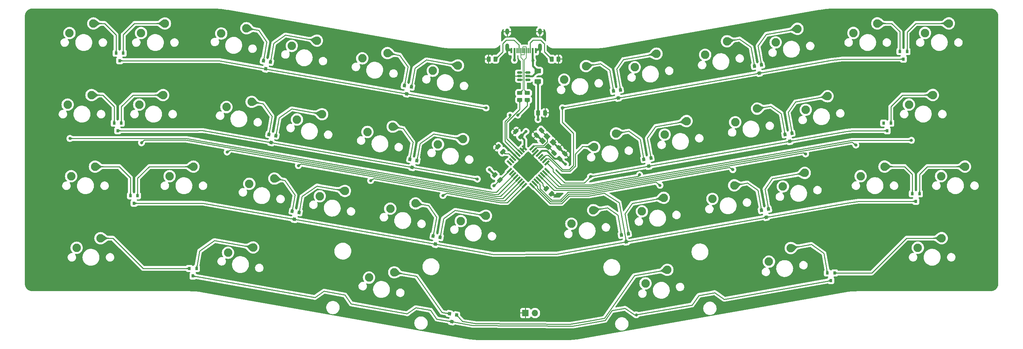
<source format=gbr>
%TF.GenerationSoftware,KiCad,Pcbnew,7.0.6*%
%TF.CreationDate,2024-02-24T13:08:40+01:00*%
%TF.ProjectId,Eliza,456c697a-612e-46b6-9963-61645f706362,rev?*%
%TF.SameCoordinates,Original*%
%TF.FileFunction,Copper,L2,Bot*%
%TF.FilePolarity,Positive*%
%FSLAX46Y46*%
G04 Gerber Fmt 4.6, Leading zero omitted, Abs format (unit mm)*
G04 Created by KiCad (PCBNEW 7.0.6) date 2024-02-24 13:08:40*
%MOMM*%
%LPD*%
G01*
G04 APERTURE LIST*
G04 Aperture macros list*
%AMRoundRect*
0 Rectangle with rounded corners*
0 $1 Rounding radius*
0 $2 $3 $4 $5 $6 $7 $8 $9 X,Y pos of 4 corners*
0 Add a 4 corners polygon primitive as box body*
4,1,4,$2,$3,$4,$5,$6,$7,$8,$9,$2,$3,0*
0 Add four circle primitives for the rounded corners*
1,1,$1+$1,$2,$3*
1,1,$1+$1,$4,$5*
1,1,$1+$1,$6,$7*
1,1,$1+$1,$8,$9*
0 Add four rect primitives between the rounded corners*
20,1,$1+$1,$2,$3,$4,$5,0*
20,1,$1+$1,$4,$5,$6,$7,0*
20,1,$1+$1,$6,$7,$8,$9,0*
20,1,$1+$1,$8,$9,$2,$3,0*%
%AMRotRect*
0 Rectangle, with rotation*
0 The origin of the aperture is its center*
0 $1 length*
0 $2 width*
0 $3 Rotation angle, in degrees counterclockwise*
0 Add horizontal line*
21,1,$1,$2,0,0,$3*%
G04 Aperture macros list end*
%TA.AperFunction,ComponentPad*%
%ADD10C,2.250000*%
%TD*%
%TA.AperFunction,SMDPad,CuDef*%
%ADD11RotRect,0.900000X0.800000X260.000000*%
%TD*%
%TA.AperFunction,ComponentPad*%
%ADD12R,1.700000X1.700000*%
%TD*%
%TA.AperFunction,ComponentPad*%
%ADD13O,1.700000X1.700000*%
%TD*%
%TA.AperFunction,SMDPad,CuDef*%
%ADD14RoundRect,0.250000X0.159099X-0.512652X0.512652X-0.159099X-0.159099X0.512652X-0.512652X0.159099X0*%
%TD*%
%TA.AperFunction,SMDPad,CuDef*%
%ADD15R,0.800000X0.900000*%
%TD*%
%TA.AperFunction,SMDPad,CuDef*%
%ADD16RoundRect,0.250000X-0.450000X0.262500X-0.450000X-0.262500X0.450000X-0.262500X0.450000X0.262500X0*%
%TD*%
%TA.AperFunction,SMDPad,CuDef*%
%ADD17RoundRect,0.250000X0.503814X0.132583X0.132583X0.503814X-0.503814X-0.132583X-0.132583X-0.503814X0*%
%TD*%
%TA.AperFunction,SMDPad,CuDef*%
%ADD18RoundRect,0.250000X-0.250000X-0.475000X0.250000X-0.475000X0.250000X0.475000X-0.250000X0.475000X0*%
%TD*%
%TA.AperFunction,SMDPad,CuDef*%
%ADD19RotRect,0.900000X0.800000X280.000000*%
%TD*%
%TA.AperFunction,SMDPad,CuDef*%
%ADD20RotRect,1.600000X0.550000X225.000000*%
%TD*%
%TA.AperFunction,SMDPad,CuDef*%
%ADD21RotRect,1.600000X0.550000X135.000000*%
%TD*%
%TA.AperFunction,SMDPad,CuDef*%
%ADD22R,0.600000X1.450000*%
%TD*%
%TA.AperFunction,SMDPad,CuDef*%
%ADD23R,0.300000X1.450000*%
%TD*%
%TA.AperFunction,ComponentPad*%
%ADD24O,1.000000X2.100000*%
%TD*%
%TA.AperFunction,ComponentPad*%
%ADD25O,1.000000X1.600000*%
%TD*%
%TA.AperFunction,SMDPad,CuDef*%
%ADD26RoundRect,0.250000X0.262500X0.450000X-0.262500X0.450000X-0.262500X-0.450000X0.262500X-0.450000X0*%
%TD*%
%TA.AperFunction,SMDPad,CuDef*%
%ADD27RoundRect,0.250000X0.625000X-0.375000X0.625000X0.375000X-0.625000X0.375000X-0.625000X-0.375000X0*%
%TD*%
%TA.AperFunction,SMDPad,CuDef*%
%ADD28RoundRect,0.250000X0.512652X0.159099X0.159099X0.512652X-0.512652X-0.159099X-0.159099X-0.512652X0*%
%TD*%
%TA.AperFunction,SMDPad,CuDef*%
%ADD29RotRect,1.400000X1.200000X315.000000*%
%TD*%
%TA.AperFunction,SMDPad,CuDef*%
%ADD30RoundRect,0.250000X-0.159099X0.512652X-0.512652X0.159099X0.159099X-0.512652X0.512652X-0.159099X0*%
%TD*%
%TA.AperFunction,SMDPad,CuDef*%
%ADD31RoundRect,0.150000X-0.512500X-0.150000X0.512500X-0.150000X0.512500X0.150000X-0.512500X0.150000X0*%
%TD*%
%TA.AperFunction,SMDPad,CuDef*%
%ADD32RoundRect,0.250000X-0.262500X-0.450000X0.262500X-0.450000X0.262500X0.450000X-0.262500X0.450000X0*%
%TD*%
%TA.AperFunction,ViaPad*%
%ADD33C,0.800000*%
%TD*%
%TA.AperFunction,Conductor*%
%ADD34C,0.500000*%
%TD*%
%TA.AperFunction,Conductor*%
%ADD35C,0.250000*%
%TD*%
%TA.AperFunction,Conductor*%
%ADD36C,0.200000*%
%TD*%
G04 APERTURE END LIST*
D10*
%TO.P,MX22,1,COL*%
%TO.N,col9*%
X228255469Y-89132068D03*
%TO.P,MX22,2,ROW*%
%TO.N,Net-(D11-Pad3)*%
X234067932Y-85527990D03*
%TD*%
%TO.P,MX39,1,COL*%
%TO.N,col7*%
X185624922Y-135336737D03*
%TO.P,MX39,2,ROW*%
%TO.N,Net-(D20-Pad3)*%
X191437385Y-131732659D03*
%TD*%
%TO.P,MX30,1,COL*%
%TO.N,col6*%
X165901408Y-119470648D03*
%TO.P,MX30,2,ROW*%
%TO.N,Net-(D16-Pad2)*%
X171713871Y-115866570D03*
%TD*%
%TO.P,MX27,1,COL*%
%TO.N,col3*%
X98953199Y-112140512D03*
%TO.P,MX27,2,ROW*%
%TO.N,Net-(D14-Pad3)*%
X105647794Y-110741766D03*
%TD*%
%TO.P,MX13,1,COL*%
%TO.N,col0*%
X31870431Y-87761443D03*
%TO.P,MX13,2,ROW*%
%TO.N,Net-(D7-Pad2)*%
X38220431Y-85221443D03*
%TD*%
%TO.P,MX40,1,COL*%
%TO.N,col9*%
X218455952Y-129547742D03*
%TO.P,MX40,2,ROW*%
%TO.N,Net-(D21-Pad2)*%
X224268415Y-125943664D03*
%TD*%
%TO.P,MX11,1,COL*%
%TO.N,col10*%
X240946485Y-68694792D03*
%TO.P,MX11,2,ROW*%
%TO.N,Net-(D6-Pad2)*%
X247296485Y-66154792D03*
%TD*%
%TO.P,MX36,1,COL*%
%TO.N,col0*%
X34255733Y-125863843D03*
%TO.P,MX36,2,ROW*%
%TO.N,Net-(D19-Pad2)*%
X40605733Y-123323843D03*
%TD*%
%TO.P,MX26,1,COL*%
%TO.N,col2*%
X80192611Y-108832514D03*
%TO.P,MX26,2,ROW*%
%TO.N,Net-(D14-Pad2)*%
X86887206Y-107433768D03*
%TD*%
%TO.P,MX14,1,COL*%
%TO.N,col1*%
X50920434Y-87761442D03*
%TO.P,MX14,2,ROW*%
%TO.N,Net-(D7-Pad3)*%
X57270434Y-85221442D03*
%TD*%
%TO.P,MX31,1,COL*%
%TO.N,col7*%
X184661999Y-116162649D03*
%TO.P,MX31,2,ROW*%
%TO.N,Net-(D16-Pad3)*%
X190474462Y-112558571D03*
%TD*%
%TO.P,MX15,1,COL*%
%TO.N,col2*%
X74120315Y-88417931D03*
%TO.P,MX15,2,ROW*%
%TO.N,Net-(D8-Pad2)*%
X80814910Y-87019185D03*
%TD*%
%TO.P,MX21,1,COL*%
%TO.N,col8*%
X209494879Y-92440065D03*
%TO.P,MX21,2,ROW*%
%TO.N,Net-(D11-Pad2)*%
X215307342Y-88835987D03*
%TD*%
%TO.P,MX33,1,COL*%
%TO.N,col9*%
X222183173Y-109546655D03*
%TO.P,MX33,2,ROW*%
%TO.N,Net-(D17-Pad3)*%
X227995636Y-105942577D03*
%TD*%
%TO.P,MX37,1,COL*%
%TO.N,col2*%
X74539543Y-127179603D03*
%TO.P,MX37,2,ROW*%
%TO.N,Net-(D19-Pad3)*%
X81234138Y-125780857D03*
%TD*%
%TO.P,MX23,1,COL*%
%TO.N,col11*%
X255722932Y-87744793D03*
%TO.P,MX23,2,ROW*%
%TO.N,Net-(D12-Pad3)*%
X262072932Y-85204793D03*
%TD*%
%TO.P,MX5,1,COL*%
%TO.N,col4*%
X110259343Y-75446336D03*
%TO.P,MX5,2,ROW*%
%TO.N,Net-(D3-Pad2)*%
X116953938Y-74047590D03*
%TD*%
%TO.P,MX9,1,COL*%
%TO.N,col8*%
X201496737Y-74506476D03*
%TO.P,MX9,2,ROW*%
%TO.N,Net-(D5-Pad2)*%
X207309200Y-70902398D03*
%TD*%
%TO.P,MX19,1,COL*%
%TO.N,col6*%
X171973707Y-99056062D03*
%TO.P,MX19,2,ROW*%
%TO.N,Net-(D10-Pad2)*%
X177786170Y-95451984D03*
%TD*%
%TO.P,MX18,1,COL*%
%TO.N,col5*%
X130402079Y-98341921D03*
%TO.P,MX18,2,ROW*%
%TO.N,Net-(D9-Pad3)*%
X137096674Y-96943175D03*
%TD*%
%TO.P,MX24,1,COL*%
%TO.N,col0*%
X32803884Y-106811443D03*
%TO.P,MX24,2,ROW*%
%TO.N,Net-(D13-Pad2)*%
X39153884Y-104271443D03*
%TD*%
%TO.P,MX10,1,COL*%
%TO.N,col9*%
X220257323Y-71198478D03*
%TO.P,MX10,2,ROW*%
%TO.N,Net-(D5-Pad3)*%
X226069786Y-67594400D03*
%TD*%
%TO.P,MX16,1,COL*%
%TO.N,col3*%
X92880905Y-91725925D03*
%TO.P,MX16,2,ROW*%
%TO.N,Net-(D8-Pad3)*%
X99575500Y-90327179D03*
%TD*%
%TO.P,MX17,1,COL*%
%TO.N,col4*%
X111641491Y-95033922D03*
%TO.P,MX17,2,ROW*%
%TO.N,Net-(D9-Pad2)*%
X118336086Y-93635176D03*
%TD*%
%TO.P,MX29,1,COL*%
%TO.N,col5*%
X136474376Y-118756508D03*
%TO.P,MX29,2,ROW*%
%TO.N,Net-(D15-Pad3)*%
X143168971Y-117357762D03*
%TD*%
%TO.P,MX28,1,COL*%
%TO.N,col4*%
X117713787Y-115448510D03*
%TO.P,MX28,2,ROW*%
%TO.N,Net-(D15-Pad2)*%
X124408382Y-114049764D03*
%TD*%
%TO.P,MX34,1,COL*%
%TO.N,col10*%
X242870534Y-106794791D03*
%TO.P,MX34,2,ROW*%
%TO.N,Net-(D18-Pad2)*%
X249220534Y-104254791D03*
%TD*%
%TO.P,MX7,1,COL*%
%TO.N,col6*%
X163975561Y-81122472D03*
%TO.P,MX7,2,ROW*%
%TO.N,Net-(D4-Pad2)*%
X169788024Y-77518394D03*
%TD*%
%TO.P,MX6,1,COL*%
%TO.N,col5*%
X129019929Y-78754334D03*
%TO.P,MX6,2,ROW*%
%TO.N,Net-(D3-Pad3)*%
X135714524Y-77355588D03*
%TD*%
%TO.P,MX4,1,COL*%
%TO.N,col3*%
X91498754Y-72138338D03*
%TO.P,MX4,2,ROW*%
%TO.N,Net-(D2-Pad3)*%
X98193349Y-70739592D03*
%TD*%
%TO.P,MX25,1,COL*%
%TO.N,col1*%
X58997633Y-106811442D03*
%TO.P,MX25,2,ROW*%
%TO.N,Net-(D13-Pad3)*%
X65347633Y-104271442D03*
%TD*%
%TO.P,MX3,1,COL*%
%TO.N,col2*%
X72738167Y-68830342D03*
%TO.P,MX3,2,ROW*%
%TO.N,Net-(D2-Pad2)*%
X79432762Y-67431596D03*
%TD*%
%TO.P,MX32,1,COL*%
%TO.N,col8*%
X203422585Y-112854653D03*
%TO.P,MX32,2,ROW*%
%TO.N,Net-(D17-Pad2)*%
X209235048Y-109250575D03*
%TD*%
%TO.P,MX2,1,COL*%
%TO.N,col1*%
X51400631Y-68711443D03*
%TO.P,MX2,2,ROW*%
%TO.N,Net-(D1-Pad3)*%
X57750631Y-66171443D03*
%TD*%
%TO.P,MX1,1,COL*%
%TO.N,col0*%
X32350631Y-68711442D03*
%TO.P,MX1,2,ROW*%
%TO.N,Net-(D1-Pad2)*%
X38700631Y-66171442D03*
%TD*%
%TO.P,MX38,1,COL*%
%TO.N,col4*%
X112060717Y-133795597D03*
%TO.P,MX38,2,ROW*%
%TO.N,Net-(D20-Pad2)*%
X118755312Y-132396851D03*
%TD*%
%TO.P,MX41,1,COL*%
%TO.N,col11*%
X258085134Y-125844792D03*
%TO.P,MX41,2,ROW*%
%TO.N,Net-(D21-Pad3)*%
X264435134Y-123304792D03*
%TD*%
%TO.P,MX20,1,COL*%
%TO.N,col7*%
X190734294Y-95748064D03*
%TO.P,MX20,2,ROW*%
%TO.N,Net-(D10-Pad3)*%
X196546757Y-92143986D03*
%TD*%
%TO.P,MX8,1,COL*%
%TO.N,col7*%
X182736148Y-77814472D03*
%TO.P,MX8,2,ROW*%
%TO.N,Net-(D4-Pad3)*%
X188548611Y-74210394D03*
%TD*%
%TO.P,MX12,1,COL*%
%TO.N,col11*%
X259996484Y-68694791D03*
%TO.P,MX12,2,ROW*%
%TO.N,Net-(D6-Pad3)*%
X266346484Y-66154791D03*
%TD*%
%TO.P,MX35,1,COL*%
%TO.N,col11*%
X264282733Y-106794792D03*
%TO.P,MX35,2,ROW*%
%TO.N,Net-(D18-Pad3)*%
X270632733Y-104254792D03*
%TD*%
D11*
%TO.P,D15,1,K*%
%TO.N,row2*%
X129707920Y-124903748D03*
%TO.P,D15,2,A1*%
%TO.N,Net-(D15-Pad2)*%
X129119649Y-122769166D03*
%TO.P,D15,3,A2*%
%TO.N,Net-(D15-Pad3)*%
X130990784Y-123099098D03*
%TD*%
D12*
%TO.P,RESET,1,1*%
%TO.N,GND*%
X153679004Y-143230695D03*
D13*
%TO.P,RESET,2,2*%
%TO.N,Net-(R6-Pad1)*%
X156219004Y-143230695D03*
%TD*%
D14*
%TO.P,C5,1*%
%TO.N,Net-(C5-Pad1)*%
X161258357Y-100614737D03*
%TO.P,C5,2*%
%TO.N,GND*%
X162601859Y-99271235D03*
%TD*%
D15*
%TO.P,D12,1,K*%
%TO.N,row1*%
X249950005Y-94700694D03*
%TO.P,D12,2,A1*%
%TO.N,unconnected-(D12-Pad2)*%
X249000005Y-92700694D03*
%TO.P,D12,3,A2*%
%TO.N,Net-(D12-Pad3)*%
X250900005Y-92700694D03*
%TD*%
D16*
%TO.P,R4,1*%
%TO.N,D-*%
X152146772Y-84676679D03*
%TO.P,R4,2*%
%TO.N,Net-(R4-Pad2)*%
X152146772Y-86501679D03*
%TD*%
D17*
%TO.P,R6,1*%
%TO.N,Net-(R6-Pad1)*%
X146848407Y-107824414D03*
%TO.P,R6,2*%
%TO.N,+5V*%
X145557937Y-106533944D03*
%TD*%
D11*
%TO.P,D20,1,K*%
%TO.N,row3*%
X134066089Y-145531921D03*
%TO.P,D20,2,A1*%
%TO.N,Net-(D20-Pad2)*%
X133477818Y-143397339D03*
%TO.P,D20,3,A2*%
%TO.N,Net-(D20-Pad3)*%
X135348953Y-143727271D03*
%TD*%
D15*
%TO.P,D19,1,K*%
%TO.N,row3*%
X65200774Y-133373682D03*
%TO.P,D19,2,A1*%
%TO.N,Net-(D19-Pad2)*%
X64250774Y-131373682D03*
%TO.P,D19,3,A2*%
%TO.N,Net-(D19-Pad3)*%
X66150774Y-131373682D03*
%TD*%
D16*
%TO.P,R3,1*%
%TO.N,D+*%
X154192003Y-84667341D03*
%TO.P,R3,2*%
%TO.N,Net-(R3-Pad2)*%
X154192003Y-86492341D03*
%TD*%
D15*
%TO.P,D18,1,K*%
%TO.N,row2*%
X257570004Y-113496693D03*
%TO.P,D18,2,A1*%
%TO.N,Net-(D18-Pad2)*%
X256620004Y-111496693D03*
%TO.P,D18,3,A2*%
%TO.N,Net-(D18-Pad3)*%
X258520004Y-111496693D03*
%TD*%
%TO.P,D1,1,K*%
%TO.N,row0*%
X45690333Y-76070189D03*
%TO.P,D1,2,A1*%
%TO.N,Net-(D1-Pad2)*%
X44740333Y-74070189D03*
%TO.P,D1,3,A2*%
%TO.N,Net-(D1-Pad3)*%
X46640333Y-74070189D03*
%TD*%
%TO.P,D6,1,K*%
%TO.N,row0*%
X254268004Y-75650693D03*
%TO.P,D6,2,A1*%
%TO.N,Net-(D6-Pad2)*%
X253318004Y-73650693D03*
%TO.P,D6,3,A2*%
%TO.N,Net-(D6-Pad3)*%
X255218004Y-73650693D03*
%TD*%
D18*
%TO.P,C1,1*%
%TO.N,+5V*%
X157026604Y-89966893D03*
%TO.P,C1,2*%
%TO.N,GND*%
X158926604Y-89966893D03*
%TD*%
D19*
%TO.P,D16,1,K*%
%TO.N,row2*%
X180477553Y-124302514D03*
%TO.P,D16,2,A1*%
%TO.N,Net-(D16-Pad2)*%
X179194689Y-122497864D03*
%TO.P,D16,3,A2*%
%TO.N,Net-(D16-Pad3)*%
X181065824Y-122167932D03*
%TD*%
D11*
%TO.P,D9,1,K*%
%TO.N,row1*%
X123510556Y-104467106D03*
%TO.P,D9,2,A1*%
%TO.N,Net-(D9-Pad2)*%
X122922285Y-102332524D03*
%TO.P,D9,3,A2*%
%TO.N,Net-(D9-Pad3)*%
X124793420Y-102662456D03*
%TD*%
%TO.P,D2,1,K*%
%TO.N,row0*%
X84544699Y-78252498D03*
%TO.P,D2,2,A1*%
%TO.N,Net-(D2-Pad2)*%
X83956428Y-76117916D03*
%TO.P,D2,3,A2*%
%TO.N,Net-(D2-Pad3)*%
X85827563Y-76447848D03*
%TD*%
D20*
%TO.P,U1,1,XTAL1*%
%TO.N,Net-(C4-Pad1)*%
X155435001Y-99291408D03*
%TO.P,U1,2,PC0/XTAL2*%
%TO.N,Net-(C5-Pad1)*%
X156000686Y-99857094D03*
%TO.P,U1,3,GND*%
%TO.N,GND*%
X156566372Y-100422779D03*
%TO.P,U1,4,VCC*%
%TO.N,+5V*%
X157132057Y-100988464D03*
%TO.P,U1,5,PC2*%
%TO.N,unconnected-(U1-Pad5)*%
X157697743Y-101554150D03*
%TO.P,U1,6,PD0*%
%TO.N,row0*%
X158263428Y-102119835D03*
%TO.P,U1,7,PD1*%
%TO.N,col6*%
X158829113Y-102685521D03*
%TO.P,U1,8,PD2*%
%TO.N,row1*%
X159394799Y-103251206D03*
D21*
%TO.P,U1,9,PD3*%
%TO.N,row3*%
X159394799Y-105301816D03*
%TO.P,U1,10,PD4*%
%TO.N,col11*%
X158829113Y-105867501D03*
%TO.P,U1,11,PD5*%
%TO.N,col10*%
X158263428Y-106433187D03*
%TO.P,U1,12,PD6*%
%TO.N,col9*%
X157697743Y-106998872D03*
%TO.P,U1,13,~{HWB}/PD7*%
%TO.N,Net-(R5-Pad2)*%
X157132057Y-107564558D03*
%TO.P,U1,14,PB0*%
%TO.N,col8*%
X156566372Y-108130243D03*
%TO.P,U1,15,PB1*%
%TO.N,col7*%
X156000686Y-108695928D03*
%TO.P,U1,16,PB2*%
%TO.N,row2*%
X155435001Y-109261614D03*
D20*
%TO.P,U1,17,PB3*%
%TO.N,col5*%
X153384391Y-109261614D03*
%TO.P,U1,18,PB4*%
%TO.N,col4*%
X152818706Y-108695928D03*
%TO.P,U1,19,PB5*%
%TO.N,col3*%
X152253020Y-108130243D03*
%TO.P,U1,20,PB6*%
%TO.N,col2*%
X151687335Y-107564558D03*
%TO.P,U1,21,PB7*%
%TO.N,col1*%
X151121649Y-106998872D03*
%TO.P,U1,22,PC7*%
%TO.N,col0*%
X150555964Y-106433187D03*
%TO.P,U1,23,PC6*%
%TO.N,unconnected-(U1-Pad23)*%
X149990279Y-105867501D03*
%TO.P,U1,24,PC1/~{RESET}*%
%TO.N,Net-(R6-Pad1)*%
X149424593Y-105301816D03*
D21*
%TO.P,U1,25,PC5*%
%TO.N,unconnected-(U1-Pad25)*%
X149424593Y-103251206D03*
%TO.P,U1,26,PC4*%
%TO.N,unconnected-(U1-Pad26)*%
X149990279Y-102685521D03*
%TO.P,U1,27,UCAP*%
%TO.N,Net-(C6-Pad1)*%
X150555964Y-102119835D03*
%TO.P,U1,28,UGND*%
%TO.N,GND*%
X151121649Y-101554150D03*
%TO.P,U1,29,D+*%
%TO.N,Net-(R3-Pad2)*%
X151687335Y-100988464D03*
%TO.P,U1,30,D-*%
%TO.N,Net-(R4-Pad2)*%
X152253020Y-100422779D03*
%TO.P,U1,31,UVCC*%
%TO.N,+5V*%
X152818706Y-99857094D03*
%TO.P,U1,32,AVCC*%
X153384391Y-99291408D03*
%TD*%
D14*
%TO.P,C3,1*%
%TO.N,+5V*%
X162820924Y-102177301D03*
%TO.P,C3,2*%
%TO.N,GND*%
X164164426Y-100833799D03*
%TD*%
D15*
%TO.P,D13,1,K*%
%TO.N,row2*%
X49525732Y-114017791D03*
%TO.P,D13,2,A1*%
%TO.N,Net-(D13-Pad2)*%
X48575732Y-112017791D03*
%TO.P,D13,3,A2*%
%TO.N,Net-(D13-Pad3)*%
X50475732Y-112017791D03*
%TD*%
D22*
%TO.P,USB1,A1,GND*%
%TO.N,GND*%
X149933131Y-73425591D03*
%TO.P,USB1,A4,VBUS*%
%TO.N,VCC*%
X150733131Y-73425591D03*
D23*
%TO.P,USB1,A5,CC1*%
%TO.N,Net-(R1-Pad2)*%
X151933131Y-73425591D03*
%TO.P,USB1,A6,D+*%
%TO.N,D+*%
X152933131Y-73425591D03*
%TO.P,USB1,A7,D-*%
%TO.N,D-*%
X153433131Y-73425591D03*
%TO.P,USB1,A8,SBU1*%
%TO.N,unconnected-(USB1-PadA8)*%
X154433131Y-73425591D03*
D22*
%TO.P,USB1,A9,VBUS*%
%TO.N,VCC*%
X155633131Y-73425591D03*
%TO.P,USB1,A12,GND*%
%TO.N,GND*%
X156433131Y-73425591D03*
%TO.P,USB1,B1,GND*%
X156433131Y-73425591D03*
%TO.P,USB1,B4,VBUS*%
%TO.N,VCC*%
X155633131Y-73425591D03*
D23*
%TO.P,USB1,B5,CC2*%
%TO.N,Net-(R2-Pad2)*%
X154933131Y-73425591D03*
%TO.P,USB1,B6,D+*%
%TO.N,D+*%
X153933131Y-73425591D03*
%TO.P,USB1,B7,D-*%
%TO.N,D-*%
X152433131Y-73425591D03*
%TO.P,USB1,B8,SBU2*%
%TO.N,unconnected-(USB1-PadB8)*%
X151433131Y-73425591D03*
D22*
%TO.P,USB1,B9,VBUS*%
%TO.N,VCC*%
X150733131Y-73425591D03*
%TO.P,USB1,B12,GND*%
%TO.N,GND*%
X149933131Y-73425591D03*
D24*
%TO.P,USB1,S1,SHIELD*%
X148863131Y-72510591D03*
D25*
X157503131Y-68330591D03*
X148863131Y-68330591D03*
D24*
X157503131Y-72510591D03*
%TD*%
D26*
%TO.P,R2,1*%
%TO.N,GND*%
X162470505Y-75666695D03*
%TO.P,R2,2*%
%TO.N,Net-(R2-Pad2)*%
X160645505Y-75666695D03*
%TD*%
D11*
%TO.P,D14,1,K*%
%TO.N,row2*%
X92186745Y-118287749D03*
%TO.P,D14,2,A1*%
%TO.N,Net-(D14-Pad2)*%
X91598474Y-116153167D03*
%TO.P,D14,3,A2*%
%TO.N,Net-(D14-Pad3)*%
X93469609Y-116483099D03*
%TD*%
D27*
%TO.P,F1,1*%
%TO.N,+5V*%
X156986004Y-81638694D03*
%TO.P,F1,2*%
%TO.N,VCC*%
X156986004Y-78838694D03*
%TD*%
D17*
%TO.P,R5,1*%
%TO.N,GND*%
X160560714Y-111456631D03*
%TO.P,R5,2*%
%TO.N,Net-(R5-Pad2)*%
X159270244Y-110166161D03*
%TD*%
D19*
%TO.P,D17,1,K*%
%TO.N,row2*%
X217748589Y-117730626D03*
%TO.P,D17,2,A1*%
%TO.N,Net-(D17-Pad2)*%
X216465725Y-115925976D03*
%TO.P,D17,3,A2*%
%TO.N,Net-(D17-Pad3)*%
X218336860Y-115596044D03*
%TD*%
D28*
%TO.P,C2,1*%
%TO.N,+5V*%
X152490093Y-96250332D03*
%TO.P,C2,2*%
%TO.N,GND*%
X151146591Y-94906830D03*
%TD*%
D29*
%TO.P,X1,1,1*%
%TO.N,Net-(C4-Pad1)*%
X159418466Y-96229261D03*
%TO.P,X1,2,2*%
%TO.N,GND*%
X160974101Y-97784896D03*
%TO.P,X1,3,3*%
%TO.N,Net-(C5-Pad1)*%
X159772020Y-98986977D03*
%TO.P,X1,4,4*%
%TO.N,GND*%
X158216385Y-97431342D03*
%TD*%
D30*
%TO.P,C4,1*%
%TO.N,Net-(C4-Pad1)*%
X157932127Y-94601502D03*
%TO.P,C4,2*%
%TO.N,GND*%
X156588625Y-95945004D03*
%TD*%
D15*
%TO.P,D7,1,K*%
%TO.N,row1*%
X45182331Y-94688390D03*
%TO.P,D7,2,A1*%
%TO.N,Net-(D7-Pad2)*%
X44232331Y-92688390D03*
%TO.P,D7,3,A2*%
%TO.N,Net-(D7-Pad3)*%
X46132331Y-92688390D03*
%TD*%
D19*
%TO.P,D4,1,K*%
%TO.N,row0*%
X178364097Y-85987419D03*
%TO.P,D4,2,A1*%
%TO.N,Net-(D4-Pad2)*%
X177081233Y-84182769D03*
%TO.P,D4,3,A2*%
%TO.N,Net-(D4-Pad3)*%
X178952368Y-83852837D03*
%TD*%
D31*
%TO.P,U2,1,IO1*%
%TO.N,D-*%
X152089303Y-81137895D03*
%TO.P,U2,2,VN*%
%TO.N,GND*%
X152089303Y-80187895D03*
%TO.P,U2,3,IO2*%
%TO.N,unconnected-(U2-Pad3)*%
X152089303Y-79237895D03*
%TO.P,U2,4,IO3*%
%TO.N,D+*%
X154364303Y-79237895D03*
%TO.P,U2,5,VP*%
%TO.N,VCC*%
X154364303Y-80187895D03*
%TO.P,U2,6,IO4*%
%TO.N,unconnected-(U2-Pad6)*%
X154364303Y-81137895D03*
%TD*%
D15*
%TO.P,D21,1,K*%
%TO.N,row3*%
X234964005Y-134578694D03*
%TO.P,D21,2,A1*%
%TO.N,Net-(D21-Pad2)*%
X234014005Y-132578694D03*
%TO.P,D21,3,A2*%
%TO.N,Net-(D21-Pad3)*%
X235914005Y-132578694D03*
%TD*%
D11*
%TO.P,D8,1,K*%
%TO.N,row1*%
X85989381Y-97851108D03*
%TO.P,D8,2,A1*%
%TO.N,Net-(D8-Pad2)*%
X85401110Y-95716526D03*
%TO.P,D8,3,A2*%
%TO.N,Net-(D8-Pad3)*%
X87272245Y-96046458D03*
%TD*%
D19*
%TO.P,D10,1,K*%
%TO.N,row1*%
X186468886Y-104160120D03*
%TO.P,D10,2,A1*%
%TO.N,Net-(D10-Pad2)*%
X185186022Y-102355470D03*
%TO.P,D10,3,A2*%
%TO.N,Net-(D10-Pad3)*%
X187057157Y-102025538D03*
%TD*%
D11*
%TO.P,D3,1,K*%
%TO.N,row0*%
X122065872Y-84868492D03*
%TO.P,D3,2,A1*%
%TO.N,Net-(D3-Pad2)*%
X121477601Y-82733910D03*
%TO.P,D3,3,A2*%
%TO.N,Net-(D3-Pad3)*%
X123348736Y-83063842D03*
%TD*%
D28*
%TO.P,C6,1*%
%TO.N,Net-(C6-Pad1)*%
X147676673Y-100309407D03*
%TO.P,C6,2*%
%TO.N,GND*%
X146333171Y-98965905D03*
%TD*%
D32*
%TO.P,R1,1*%
%TO.N,GND*%
X143881504Y-75666695D03*
%TO.P,R1,2*%
%TO.N,Net-(R1-Pad2)*%
X145706504Y-75666695D03*
%TD*%
D19*
%TO.P,D5,1,K*%
%TO.N,row0*%
X215885274Y-79371423D03*
%TO.P,D5,2,A1*%
%TO.N,Net-(D5-Pad2)*%
X214602410Y-77566773D03*
%TO.P,D5,3,A2*%
%TO.N,Net-(D5-Pad3)*%
X216473545Y-77236841D03*
%TD*%
%TO.P,D11,1,K*%
%TO.N,row1*%
X223990062Y-97544126D03*
%TO.P,D11,2,A1*%
%TO.N,Net-(D11-Pad2)*%
X222707198Y-95739476D03*
%TO.P,D11,3,A2*%
%TO.N,Net-(D11-Pad3)*%
X224578333Y-95409544D03*
%TD*%
D33*
%TO.N,+5V*%
X157022800Y-91744800D03*
X164338772Y-103623178D03*
X153823171Y-94885579D03*
X144069572Y-105045579D03*
%TO.N,GND*%
X162357572Y-111801979D03*
%TO.N,row0*%
X163501449Y-88606670D03*
X143206132Y-88649556D03*
%TO.N,row1*%
X171005863Y-106886670D03*
X140898698Y-107586571D03*
%TO.N,row3*%
X184049807Y-106417813D03*
X183180413Y-143709538D03*
%TO.N,VCC*%
X150737605Y-75971495D03*
X155665205Y-76022295D03*
%TO.N,col0*%
X32461972Y-96774772D03*
%TO.N,col1*%
X51511972Y-97933578D03*
%TO.N,col2*%
X74290181Y-100402969D03*
%TO.N,col3*%
X93251174Y-103997176D03*
%TO.N,col4*%
X112484145Y-107979807D03*
%TO.N,col5*%
X131717115Y-111962436D03*
%TO.N,col7*%
X189490140Y-109267347D03*
%TO.N,col8*%
X208869561Y-105075566D03*
%TO.N,col9*%
X228228059Y-100913665D03*
%TO.N,col10*%
X241605572Y-98543179D03*
%TO.N,col11*%
X256388371Y-97282771D03*
%TO.N,Net-(R3-Pad2)*%
X151645469Y-90566227D03*
X149604870Y-90557629D03*
%TO.N,Net-(R6-Pad1)*%
X145288772Y-109414379D03*
%TD*%
D34*
%TO.N,+5V*%
X153384391Y-99291409D02*
X152818705Y-99857093D01*
X153823171Y-94885579D02*
X153823170Y-94917253D01*
X157132058Y-100988464D02*
X158051296Y-100069226D01*
X152490093Y-96250333D02*
X153384393Y-97144632D01*
X161478112Y-102177303D02*
X162820923Y-102177302D01*
X153384393Y-97144632D02*
X153384391Y-99291409D01*
X164266802Y-103623179D02*
X162820924Y-102177301D01*
X159370035Y-100069226D02*
X161478112Y-102177303D01*
X164338772Y-103623178D02*
X164266802Y-103623179D01*
X153823170Y-94917253D02*
X152490093Y-96250332D01*
X157026602Y-89966893D02*
X157026604Y-81679294D01*
X158051296Y-100069226D02*
X159370035Y-100069226D01*
X145557935Y-106533943D02*
X144069572Y-105045579D01*
X157026604Y-89966893D02*
X157022800Y-91744800D01*
X157026604Y-81679294D02*
X156986002Y-81638694D01*
%TO.N,GND*%
X148946372Y-99355979D02*
X147168372Y-97577978D01*
X148863133Y-74645565D02*
X148324605Y-75184094D01*
X149933132Y-73425592D02*
X149778132Y-73425590D01*
X156588132Y-73425590D02*
X157503134Y-72510591D01*
X157503134Y-72510591D02*
X157503134Y-74786823D01*
X156730045Y-95945003D02*
X156588625Y-95945003D01*
X162460440Y-99271234D02*
X162601862Y-99271234D01*
X158216385Y-97431343D02*
X156730045Y-95945003D01*
X162357572Y-111801979D02*
X160906061Y-111801979D01*
X156566372Y-100422779D02*
X155448772Y-101540379D01*
X151121649Y-101554150D02*
X151144543Y-101554149D01*
X149778132Y-73425590D02*
X148863133Y-72510590D01*
X148863133Y-72510590D02*
X148863133Y-74645565D01*
X151121649Y-101554150D02*
X151121648Y-101531256D01*
X156433133Y-73425591D02*
X156588132Y-73425590D01*
X160906061Y-111801979D02*
X160560714Y-111456631D01*
X151121648Y-101531256D02*
X148946372Y-99355979D01*
X157503134Y-74786823D02*
X157697204Y-74980894D01*
X162601862Y-99271234D02*
X164164427Y-100833798D01*
X160974101Y-97784896D02*
X162460440Y-99271234D01*
X151144543Y-101554149D02*
X152146772Y-102556379D01*
D35*
%TO.N,Net-(C4-Pad1)*%
X155434999Y-99291406D02*
X156040658Y-98685748D01*
X159523400Y-97679963D02*
X159523401Y-96334195D01*
X159523401Y-96334195D02*
X159418465Y-96229261D01*
X157932128Y-94742920D02*
X157932125Y-94601500D01*
X159418465Y-96229261D02*
X157932128Y-94742920D01*
X158517613Y-98685749D02*
X159523400Y-97679963D01*
X156040658Y-98685748D02*
X158517613Y-98685749D01*
%TO.N,Net-(C5-Pad1)*%
X156000687Y-99857094D02*
X156722510Y-99135270D01*
X159623726Y-99135270D02*
X159772018Y-98986978D01*
X156722510Y-99135270D02*
X159623726Y-99135270D01*
X159772018Y-98986978D02*
X161258359Y-100473317D01*
X161258359Y-100473317D02*
X161258357Y-100614737D01*
%TO.N,Net-(C6-Pad1)*%
X150555963Y-102119835D02*
X149249987Y-100813858D01*
X148181124Y-100813858D02*
X149249987Y-100813858D01*
X147676674Y-100309407D02*
X148181124Y-100813858D01*
%TO.N,row0*%
X237970863Y-75650694D02*
X235293600Y-75949212D01*
X45690333Y-76070189D02*
X70093433Y-76070190D01*
X163503087Y-88607815D02*
X163501449Y-88606670D01*
X159774695Y-101286378D02*
X163533895Y-105045578D01*
X72227036Y-76080561D02*
X70093433Y-76070190D01*
X254268004Y-75650694D02*
X237970863Y-75650694D01*
X166472372Y-103927979D02*
X166472372Y-95393579D01*
X159096884Y-101286378D02*
X159774695Y-101286378D01*
X143206132Y-88649556D02*
X143163423Y-88588559D01*
X163501449Y-92422656D02*
X163501449Y-88606670D01*
X178364098Y-85987419D02*
X215885274Y-79371422D01*
X178364098Y-85987419D02*
X163503087Y-88607815D01*
X166472372Y-95393579D02*
X163501449Y-92422656D01*
X163533895Y-105045578D02*
X165354772Y-105045578D01*
X158263427Y-102119835D02*
X159096884Y-101286378D01*
X215885274Y-79371422D02*
X235293600Y-75949212D01*
X165354772Y-105045578D02*
X166472372Y-103927979D01*
X122065871Y-84868492D02*
X72227036Y-76080561D01*
X143163423Y-88588559D02*
X122065871Y-84868492D01*
%TO.N,Net-(D1-Pad2)*%
X44740333Y-74070190D02*
X44740333Y-69208291D01*
X41703486Y-66171444D02*
X38700632Y-66171443D01*
X44740333Y-69208291D02*
X41703486Y-66171444D01*
%TO.N,Net-(D1-Pad3)*%
X46640334Y-74070189D02*
X46640333Y-69166024D01*
X46640333Y-69166024D02*
X49634915Y-66171443D01*
X49634915Y-66171443D02*
X57750632Y-66171442D01*
%TO.N,Net-(D2-Pad2)*%
X84847764Y-71062885D02*
X82709698Y-68009408D01*
X82709698Y-68009408D02*
X79432764Y-67431595D01*
X83956425Y-76117915D02*
X84847764Y-71062885D01*
%TO.N,Net-(D2-Pad3)*%
X86714499Y-71417764D02*
X89797323Y-69259147D01*
X85827561Y-76447846D02*
X86714499Y-71417764D01*
X89797323Y-69259147D02*
X98193350Y-70739593D01*
%TO.N,Net-(D3-Pad2)*%
X122368939Y-77678878D02*
X120230872Y-74625401D01*
X121477598Y-82733911D02*
X122368939Y-77678878D01*
X120230872Y-74625401D02*
X116953936Y-74047590D01*
%TO.N,Net-(D3-Pad3)*%
X123348734Y-83063842D02*
X124235672Y-78033759D01*
X127318497Y-75875143D02*
X135714524Y-77355590D01*
X124235672Y-78033759D02*
X127318497Y-75875143D01*
%TO.N,Net-(D4-Pad2)*%
X176090790Y-78565689D02*
X173628089Y-76841287D01*
X177081234Y-84182768D02*
X176090790Y-78565689D01*
X173628089Y-76841287D02*
X169788023Y-77518394D01*
%TO.N,Net-(D4-Pad3)*%
X179728320Y-75765653D02*
X188548612Y-74210395D01*
X177969330Y-78277750D02*
X179728320Y-75765653D01*
X178952367Y-83852839D02*
X177969330Y-78277750D01*
%TO.N,Net-(D5-Pad2)*%
X210648983Y-70313504D02*
X207309199Y-70902399D01*
X214602410Y-77566773D02*
X213700181Y-72449976D01*
X213700181Y-72449976D02*
X210648983Y-70313504D01*
%TO.N,Net-(D5-Pad3)*%
X215578720Y-72162035D02*
X217749779Y-69061443D01*
X216473546Y-77236843D02*
X215578720Y-72162035D01*
X217749779Y-69061443D02*
X226069786Y-67594400D01*
%TO.N,Net-(D6-Pad2)*%
X251135235Y-66154793D02*
X247296484Y-66154793D01*
X253318004Y-68337562D02*
X251135235Y-66154793D01*
X253318003Y-73650693D02*
X253318004Y-68337562D01*
%TO.N,Net-(D6-Pad3)*%
X255218004Y-73650694D02*
X255218004Y-68461953D01*
X255218004Y-68461953D02*
X257525167Y-66154790D01*
X257525167Y-66154790D02*
X266346483Y-66154790D01*
%TO.N,row1*%
X171005863Y-106886670D02*
X171005862Y-106963687D01*
X45182331Y-94688390D02*
X65720369Y-94688391D01*
X186468886Y-104160121D02*
X171005863Y-106886670D01*
X85989381Y-97851108D02*
X68668899Y-94797039D01*
X161036771Y-104893179D02*
X159394799Y-103251206D01*
X249950004Y-94700694D02*
X240714063Y-94700693D01*
X67614799Y-94673558D02*
X68668899Y-94797039D01*
X164117510Y-108634317D02*
X161036771Y-105553579D01*
X65720369Y-94688391D02*
X67614799Y-94673558D01*
X140855989Y-107525574D02*
X140898698Y-107586571D01*
X223990061Y-97544126D02*
X186468886Y-104160121D01*
X171005862Y-106963687D02*
X169335234Y-108634316D01*
X85989381Y-97851108D02*
X123510555Y-104467104D01*
X123510556Y-104467107D02*
X140855989Y-107525574D01*
X240714063Y-94700693D02*
X239144352Y-94870582D01*
X223990061Y-97544126D02*
X239143205Y-94872219D01*
X239143205Y-94872219D02*
X239144352Y-94870582D01*
X169335234Y-108634316D02*
X164117510Y-108634317D01*
X123510555Y-104467104D02*
X123510556Y-104467107D01*
X161036771Y-105553579D02*
X161036771Y-104893179D01*
%TO.N,Net-(D7-Pad2)*%
X44232332Y-88258289D02*
X41195485Y-85221443D01*
X41195485Y-85221443D02*
X38220433Y-85221443D01*
X44232332Y-92688391D02*
X44232332Y-88258289D01*
%TO.N,Net-(D7-Pad3)*%
X46132332Y-88317625D02*
X49228516Y-85221441D01*
X46132333Y-92688391D02*
X46132332Y-88317625D01*
X49228516Y-85221441D02*
X57270434Y-85221441D01*
%TO.N,Net-(D8-Pad2)*%
X86248341Y-90911638D02*
X83904239Y-87563914D01*
X85401110Y-95716527D02*
X86248341Y-90911638D01*
X83904239Y-87563914D02*
X80814911Y-87019182D01*
%TO.N,Net-(D8-Pad3)*%
X87272245Y-96046459D02*
X88115077Y-91266519D01*
X91492151Y-88901865D02*
X99575499Y-90327178D01*
X88115077Y-91266519D02*
X91492151Y-88901865D01*
%TO.N,Net-(D9-Pad2)*%
X122922285Y-102332525D02*
X123725411Y-97777775D01*
X123725411Y-97777775D02*
X121175273Y-94135802D01*
X121175273Y-94135802D02*
X118336086Y-93635176D01*
%TO.N,Net-(D9-Pad3)*%
X129263465Y-95561968D02*
X137096674Y-96943175D01*
X125592145Y-98132657D02*
X129263465Y-95561968D01*
X124793420Y-102662458D02*
X125592145Y-98132657D01*
%TO.N,Net-(D10-Pad2)*%
X181188489Y-94852063D02*
X177786168Y-95451983D01*
X184239687Y-96988534D02*
X181188489Y-94852063D01*
X185186024Y-102355471D02*
X184239687Y-96988534D01*
%TO.N,Net-(D10-Pad3)*%
X188289282Y-93600002D02*
X196546758Y-92143986D01*
X187057157Y-102025539D02*
X186118225Y-96700591D01*
X186118225Y-96700591D02*
X188289282Y-93600002D01*
%TO.N,Net-(D11-Pad2)*%
X218959804Y-88191960D02*
X215307341Y-88835987D01*
X222707198Y-95739476D02*
X221716755Y-90122397D01*
X221716755Y-90122397D02*
X218959804Y-88191960D01*
%TO.N,Net-(D11-Pad3)*%
X223595293Y-89834455D02*
X225560316Y-87028113D01*
X225560316Y-87028113D02*
X234067933Y-85527991D01*
X224578332Y-95409546D02*
X223595293Y-89834455D01*
%TO.N,Net-(D12-Pad3)*%
X250900004Y-92700693D02*
X250900005Y-88273953D01*
X250900005Y-88273953D02*
X253969165Y-85204793D01*
X253969165Y-85204793D02*
X262072932Y-85204792D01*
%TO.N,row2*%
X170493252Y-112048299D02*
X170393856Y-112065862D01*
X49525734Y-114017792D02*
X65724633Y-114017794D01*
X65724633Y-114017794D02*
X67818000Y-114028357D01*
X174651172Y-111293978D02*
X170493252Y-112048299D01*
X257570004Y-113496694D02*
X242343135Y-113496693D01*
X129707922Y-124903748D02*
X145151492Y-127626865D01*
X178613572Y-113833978D02*
X174651172Y-111293978D01*
X180477553Y-124302514D02*
X161977847Y-127564511D01*
X92186746Y-118287750D02*
X68862875Y-114175121D01*
X67818000Y-114028357D02*
X68862875Y-114175121D01*
X160274774Y-114087979D02*
X155448407Y-109261614D01*
X217748589Y-117730626D02*
X239405402Y-113911944D01*
X163288768Y-114087979D02*
X160274774Y-114087979D01*
X239405402Y-113911944D02*
X239406550Y-113910308D01*
X180477553Y-124302514D02*
X217748589Y-117730626D01*
X170393856Y-112065862D02*
X165310883Y-112065864D01*
X242343135Y-113496693D02*
X239406550Y-113910308D01*
X129707922Y-124903748D02*
X92186746Y-118287750D01*
X180477553Y-124302514D02*
X178613572Y-113833978D01*
X165310883Y-112065864D02*
X163288768Y-114087979D01*
X155448407Y-109261614D02*
X155435000Y-109261614D01*
X145151492Y-127626865D02*
X161977847Y-127564511D01*
%TO.N,Net-(D13-Pad2)*%
X48575733Y-107232090D02*
X45615085Y-104271444D01*
X48575734Y-112017792D02*
X48575733Y-107232090D01*
X45615085Y-104271444D02*
X39153884Y-104271442D01*
%TO.N,Net-(D13-Pad3)*%
X50475734Y-107342225D02*
X53546515Y-104271439D01*
X53546515Y-104271439D02*
X65347633Y-104271443D01*
X50475733Y-112017791D02*
X50475734Y-107342225D01*
%TO.N,Net-(D14-Pad2)*%
X89601323Y-107912340D02*
X86887207Y-107433769D01*
X92357494Y-111848560D02*
X89601323Y-107912340D01*
X91598476Y-116153170D02*
X92357494Y-111848560D01*
%TO.N,Net-(D14-Pad3)*%
X93469610Y-116483101D02*
X94224229Y-112203442D01*
X94224229Y-112203442D02*
X98189796Y-109426722D01*
X98189796Y-109426722D02*
X105647795Y-110741767D01*
%TO.N,Net-(D15-Pad2)*%
X130010988Y-117714130D02*
X127872922Y-114660657D01*
X127872922Y-114660657D02*
X124408383Y-114049763D01*
X129119650Y-122769163D02*
X130010988Y-117714130D01*
%TO.N,Net-(D15-Pad3)*%
X131877724Y-118069015D02*
X134960551Y-115910396D01*
X130990785Y-123099096D02*
X131877724Y-118069015D01*
X134960551Y-115910396D02*
X143168972Y-117357762D01*
%TO.N,Net-(D16-Pad2)*%
X179194691Y-122497863D02*
X178248353Y-117130926D01*
X178248353Y-117130926D02*
X175491401Y-115200486D01*
X175491401Y-115200486D02*
X171713873Y-115866569D01*
%TO.N,Net-(D16-Pad3)*%
X180126892Y-116842984D02*
X182091918Y-114036640D01*
X182091918Y-114036640D02*
X190474462Y-112558572D01*
X181065823Y-122167932D02*
X180126892Y-116842984D01*
%TO.N,Net-(D17-Pad2)*%
X212762439Y-108628599D02*
X209235048Y-109250574D01*
X216465725Y-115925976D02*
X215519388Y-110559037D01*
X215519388Y-110559037D02*
X212762439Y-108628599D01*
%TO.N,Net-(D17-Pad3)*%
X219362948Y-107464753D02*
X227995636Y-105942578D01*
X217397927Y-110271095D02*
X219362948Y-107464753D01*
X218336859Y-115596042D02*
X217397927Y-110271095D01*
%TO.N,Net-(D18-Pad2)*%
X254589635Y-104254792D02*
X249220533Y-104254792D01*
X256620003Y-111496693D02*
X256620003Y-106285161D01*
X256620003Y-106285161D02*
X254589635Y-104254792D01*
%TO.N,Net-(D18-Pad3)*%
X258520005Y-111496692D02*
X258520005Y-106358752D01*
X260623966Y-104254790D02*
X270632734Y-104254792D01*
X258520005Y-106358752D02*
X260623966Y-104254790D01*
%TO.N,row3*%
X180147113Y-141968587D02*
X182743477Y-143786581D01*
X134053765Y-145514323D02*
X134066088Y-145531922D01*
X128435077Y-142496767D02*
X130054181Y-144809088D01*
X122170526Y-143418987D02*
X124482845Y-141799882D01*
X171120230Y-109083837D02*
X163176820Y-109083837D01*
X124482845Y-141799882D02*
X128435077Y-142496767D01*
X184049807Y-106417813D02*
X183795171Y-106823579D01*
X206595070Y-139580902D02*
X234964004Y-134578694D01*
X134066088Y-145531922D02*
X139654885Y-146517375D01*
X163176820Y-109083837D02*
X159394799Y-105301816D01*
X100027861Y-137436225D02*
X105631024Y-138424214D01*
X204057555Y-137804114D02*
X206595070Y-139580902D01*
X182743477Y-143786581D02*
X197990214Y-141098170D01*
X121149156Y-143238892D02*
X122270582Y-143436630D01*
X139654885Y-146517375D02*
X166288462Y-146688045D01*
X176707039Y-142575165D02*
X180147113Y-141968587D01*
X107291336Y-140795385D02*
X121149156Y-143238892D01*
X174889045Y-145171530D02*
X176707039Y-142575165D01*
X130054181Y-144809088D02*
X134053765Y-145514323D01*
X97656690Y-139096537D02*
X100027861Y-137436225D01*
X166288462Y-146688045D02*
X174889045Y-145171530D01*
X105631024Y-138424214D02*
X107291336Y-140795385D01*
X199767002Y-138560655D02*
X204057555Y-137804114D01*
X183795171Y-106823579D02*
X179731173Y-107534778D01*
X179731173Y-107534778D02*
X171120230Y-109083837D01*
X65200773Y-133373683D02*
X97656690Y-139096537D01*
X121149156Y-143238892D02*
X122170526Y-143418987D01*
X197990214Y-141098170D02*
X199767002Y-138560655D01*
%TO.N,Net-(D19-Pad2)*%
X64250773Y-131373682D02*
X51940126Y-131373683D01*
X51940126Y-131373683D02*
X43890288Y-123323844D01*
X43890288Y-123323844D02*
X40605733Y-123323844D01*
%TO.N,Net-(D19-Pad3)*%
X70926158Y-123963282D02*
X66968834Y-126734230D01*
X66150774Y-131373682D02*
X66968834Y-126734230D01*
X81234138Y-125780857D02*
X70926158Y-123963282D01*
%TO.N,Net-(D20-Pad2)*%
X131445879Y-143039054D02*
X124732050Y-133450712D01*
X124732050Y-133450712D02*
X118755311Y-132396852D01*
X133477818Y-143397340D02*
X131445879Y-143039054D01*
%TO.N,Net-(D20-Pad3)*%
X136906001Y-145473557D02*
X135348952Y-143727273D01*
X174719749Y-144629594D02*
X171084940Y-145270509D01*
X140554052Y-146073610D02*
X136906001Y-145473557D01*
X165507064Y-146233508D02*
X140554052Y-146073610D01*
X171084940Y-145270509D02*
X165507064Y-146233508D01*
X191437385Y-131732659D02*
X182667503Y-133279026D01*
X182667503Y-133279026D02*
X174719749Y-144629594D01*
%TO.N,Net-(D21-Pad2)*%
X224268415Y-125943665D02*
X229723873Y-124981720D01*
X229723873Y-124981720D02*
X233090062Y-127338751D01*
X233090062Y-127338751D02*
X234014005Y-132578694D01*
%TO.N,Net-(D21-Pad3)*%
X264435133Y-123304793D02*
X255086765Y-123304794D01*
X245812864Y-132578693D02*
X235914004Y-132578693D01*
X255086765Y-123304794D02*
X245812864Y-132578693D01*
D34*
%TO.N,VCC*%
X150737604Y-73430062D02*
X150733135Y-73425589D01*
X154364304Y-80213294D02*
X155611404Y-80213294D01*
X155665205Y-76022295D02*
X155665204Y-77517895D01*
X150737605Y-75971495D02*
X150737604Y-73430062D01*
X155611404Y-80213294D02*
X156986003Y-78838692D01*
X155633134Y-75990223D02*
X155665205Y-76022295D01*
X155633134Y-73425590D02*
X155633134Y-75990223D01*
X155665204Y-77517895D02*
X156986003Y-78838692D01*
D35*
%TO.N,col0*%
X144788140Y-111069640D02*
X144751111Y-111069640D01*
X67107572Y-97425579D02*
X144751111Y-111069640D01*
X144788140Y-111069640D02*
X145919511Y-111069640D01*
X34756022Y-96765178D02*
X63399172Y-96765178D01*
X32471566Y-96765178D02*
X32461972Y-96774772D01*
X34756022Y-96765178D02*
X32471566Y-96765178D01*
X63399172Y-96765178D02*
X67107572Y-97425579D01*
X32868372Y-96765178D02*
X34756022Y-96765178D01*
X145919511Y-111069640D02*
X150555964Y-106433187D01*
%TO.N,col1*%
X63239092Y-97214699D02*
X145348362Y-111640788D01*
X145348362Y-111640788D02*
X146479733Y-111640785D01*
X51511972Y-97933578D02*
X52230852Y-97214699D01*
X146479733Y-111640785D02*
X151121649Y-106998870D01*
X52230852Y-97214699D02*
X63239092Y-97214699D01*
%TO.N,col2*%
X145902055Y-112204694D02*
X147047197Y-112204695D01*
X75235571Y-99813179D02*
X145902055Y-112204694D01*
X147047197Y-112204695D02*
X151687336Y-107564558D01*
X74290181Y-100402969D02*
X75235571Y-99813179D01*
%TO.N,col3*%
X147614968Y-112768295D02*
X152253019Y-108130243D01*
X93980772Y-103572379D02*
X146407486Y-112768294D01*
X93251174Y-103997176D02*
X93980772Y-103572379D01*
X146407486Y-112768294D02*
X147614968Y-112768295D01*
%TO.N,col4*%
X113386372Y-107433178D02*
X146983433Y-113344240D01*
X147048510Y-113344241D02*
X146983433Y-113344240D01*
X148170392Y-113344241D02*
X152818706Y-108695927D01*
X112484145Y-107979807D02*
X113386372Y-107433178D01*
X147048510Y-113344241D02*
X148170392Y-113344241D01*
%TO.N,col5*%
X148812026Y-113833979D02*
X153384391Y-109261613D01*
X147066772Y-113833979D02*
X132741170Y-111344779D01*
X147066772Y-113833979D02*
X148812026Y-113833979D01*
X132741170Y-111344779D02*
X131717115Y-111962436D01*
%TO.N,col6*%
X160019143Y-102166545D02*
X163347697Y-105495098D01*
X165540969Y-105495099D02*
X166921892Y-104114176D01*
X158829113Y-102685521D02*
X159348089Y-102166546D01*
X166921892Y-100887659D02*
X168905181Y-98904370D01*
X159348089Y-102166546D02*
X160019143Y-102166545D01*
X168905181Y-98904370D02*
X171973707Y-99056062D01*
X163347697Y-105495098D02*
X165540969Y-105495099D01*
X166921892Y-104114176D02*
X166921892Y-100887659D01*
%TO.N,col7*%
X156871172Y-110048661D02*
X156871172Y-109566413D01*
X189490140Y-109267347D02*
X188367172Y-108398379D01*
X160453290Y-113630778D02*
X156871172Y-110048661D01*
X170462602Y-111575810D02*
X165165218Y-111575811D01*
X156871172Y-109566413D02*
X156000688Y-108695927D01*
X188367172Y-108398379D02*
X170462602Y-111575810D01*
X165165218Y-111575811D02*
X163110250Y-113630779D01*
X163110250Y-113630779D02*
X160453290Y-113630778D01*
%TO.N,col8*%
X208869561Y-105075566D02*
X207925171Y-104486778D01*
X170620166Y-111072973D02*
X165032338Y-111072973D01*
X207925171Y-104486778D02*
X170620166Y-111072973D01*
X162924050Y-113181258D02*
X160639488Y-113181259D01*
X157582372Y-110124143D02*
X157582371Y-109109578D01*
X160639488Y-113181259D02*
X157582372Y-110124143D01*
X157582371Y-109109578D02*
X156603036Y-108130242D01*
X165032338Y-111072973D02*
X162924050Y-113181258D01*
X156603036Y-108130242D02*
X156566372Y-108130243D01*
%TO.N,col9*%
X161276837Y-110577966D02*
X157697742Y-106998872D01*
X227533971Y-100575180D02*
X170683959Y-110577965D01*
X170683959Y-110577965D02*
X161276837Y-110577966D01*
X228228059Y-100913665D02*
X227533971Y-100575180D01*
%TO.N,col10*%
X241605572Y-98543179D02*
X240589572Y-97781179D01*
X161912699Y-110082458D02*
X158263428Y-106433186D01*
X240589572Y-97781179D02*
X170848851Y-110082458D01*
X170848851Y-110082458D02*
X161912699Y-110082458D01*
%TO.N,col11*%
X240691172Y-97273179D02*
X171037286Y-109573864D01*
X254923222Y-97273178D02*
X256388371Y-97282771D01*
X162535477Y-109573865D02*
X158829113Y-105867500D01*
X254923222Y-97273178D02*
X240691172Y-97273179D01*
X171037286Y-109573864D02*
X162535477Y-109573865D01*
%TO.N,Net-(R1-Pad2)*%
X147624800Y-71565898D02*
X148604003Y-70586695D01*
X151933131Y-71883822D02*
X151933133Y-73425591D01*
X150636004Y-70586694D02*
X151933131Y-71883822D01*
X148604003Y-70586695D02*
X150636004Y-70586694D01*
X147624800Y-73748399D02*
X147624800Y-71565898D01*
X145706504Y-75666695D02*
X147624800Y-73748399D01*
%TO.N,Net-(R2-Pad2)*%
X158699200Y-71537890D02*
X158566455Y-71405145D01*
X158699200Y-73720390D02*
X158699200Y-71537890D01*
X160645505Y-75666695D02*
X158699200Y-73720390D01*
X158566455Y-71405145D02*
X157748003Y-70586694D01*
X154933132Y-71369564D02*
X154933133Y-73425591D01*
X157748003Y-70586694D02*
X155716005Y-70586695D01*
X155716005Y-70586695D02*
X154933132Y-71369564D01*
D36*
%TO.N,D+*%
X154364302Y-79237894D02*
X153470604Y-79237891D01*
X152933132Y-72451569D02*
X152983624Y-72401079D01*
X152983624Y-72401079D02*
X153882644Y-72401080D01*
X153432571Y-75867325D02*
X153933131Y-75366764D01*
X154192004Y-84667344D02*
X153432573Y-83907913D01*
X152983624Y-72401079D02*
X153720390Y-72401080D01*
X153882644Y-72401080D02*
X153933133Y-72451569D01*
X153432573Y-83907913D02*
X153432573Y-79199864D01*
X153933131Y-75366764D02*
X153933133Y-73425590D01*
X152933132Y-73425588D02*
X152933132Y-72451569D01*
X153933133Y-72613823D02*
X153933133Y-73425590D01*
X153470604Y-79237891D02*
X153432573Y-79199864D01*
X153933133Y-72451569D02*
X153933133Y-73425590D01*
X153432573Y-79199864D02*
X153432571Y-75867325D01*
D35*
%TO.N,Net-(R3-Pad2)*%
X149581542Y-90969835D02*
X149581544Y-90580954D01*
X154192003Y-88019692D02*
X154192003Y-86492341D01*
X151687335Y-100988464D02*
X148242851Y-97543980D01*
X151645469Y-90566227D02*
X154192003Y-88019692D01*
X148242851Y-97543980D02*
X148242852Y-92308527D01*
X149581544Y-90580954D02*
X149604870Y-90557629D01*
X148242852Y-92308527D02*
X148601486Y-91949893D01*
X148601486Y-91949893D02*
X149581542Y-90969835D01*
D36*
%TO.N,D-*%
X153033054Y-75860445D02*
X152433131Y-75260524D01*
X153382644Y-74450100D02*
X152483622Y-74450101D01*
X152483622Y-74450101D02*
X152433134Y-74399613D01*
X152981503Y-81137893D02*
X153033053Y-81086341D01*
X152160004Y-84660194D02*
X153033052Y-83787145D01*
X153033053Y-81086341D02*
X153033054Y-75860445D01*
X153033052Y-83787145D02*
X153033053Y-81086341D01*
X153433131Y-74399613D02*
X153382644Y-74450100D01*
X152089303Y-81137892D02*
X152981503Y-81137893D01*
X152433131Y-75260524D02*
X152433132Y-73425590D01*
X153433133Y-73425590D02*
X153433131Y-74399613D01*
X152433134Y-74399613D02*
X152433132Y-73425590D01*
D35*
%TO.N,Net-(R4-Pad2)*%
X148692372Y-96866779D02*
X148692371Y-92494724D01*
X152248372Y-100422779D02*
X148692372Y-96866779D01*
X148692371Y-92494724D02*
X148893944Y-92293153D01*
X152160003Y-89027094D02*
X152160004Y-86485194D01*
X148893944Y-92293153D02*
X152160003Y-89027094D01*
X152253020Y-100422778D02*
X152248372Y-100422779D01*
%TO.N,Net-(R5-Pad2)*%
X157132058Y-107564558D02*
X158334955Y-108767455D01*
X158334951Y-109302713D02*
X159270244Y-110238002D01*
X158334955Y-108767455D02*
X158334951Y-109302713D01*
%TO.N,Net-(R6-Pad1)*%
X146848407Y-107824413D02*
X146848407Y-107854743D01*
X146848407Y-107854743D02*
X145288772Y-109414379D01*
X146848407Y-107824413D02*
X146901995Y-107824415D01*
X146901995Y-107824415D02*
X149424591Y-105301815D01*
%TD*%
%TA.AperFunction,Conductor*%
%TO.N,row3*%
G36*
X234736763Y-134259125D02*
G01*
X235150865Y-134537182D01*
X235155823Y-134544639D01*
X235154056Y-134553417D01*
X235153794Y-134553792D01*
X234859765Y-134956712D01*
X234852120Y-134961375D01*
X234846795Y-134960973D01*
X234844724Y-134960320D01*
X234779773Y-134939836D01*
X234779503Y-134939743D01*
X234714650Y-134915542D01*
X234656912Y-134891893D01*
X234603468Y-134869986D01*
X234551370Y-134850960D01*
X234544769Y-134849116D01*
X234497656Y-134835955D01*
X234497657Y-134835955D01*
X234468521Y-134831034D01*
X234439387Y-134826114D01*
X234434327Y-134825841D01*
X234373619Y-134822577D01*
X234373612Y-134822577D01*
X234373607Y-134822577D01*
X234342616Y-134824165D01*
X234297368Y-134826483D01*
X234218888Y-134837418D01*
X234210222Y-134835166D01*
X234205752Y-134827862D01*
X234204820Y-134822577D01*
X234166259Y-134603886D01*
X234168197Y-134595145D01*
X234175333Y-134590415D01*
X234252819Y-134573849D01*
X234252820Y-134573848D01*
X234252823Y-134573848D01*
X234283923Y-134564299D01*
X234325799Y-134551444D01*
X234386402Y-134525622D01*
X234437792Y-134496446D01*
X234483132Y-134463977D01*
X234525584Y-134428278D01*
X234568312Y-134389413D01*
X234614480Y-134347443D01*
X234667154Y-134302512D01*
X234667353Y-134302351D01*
X234723120Y-134259555D01*
X234731767Y-134257238D01*
X234736763Y-134259125D01*
G37*
%TD.AperFunction*%
%TD*%
%TA.AperFunction,Conductor*%
%TO.N,Net-(D16-Pad2)*%
G36*
X179178239Y-121702057D02*
G01*
X179182969Y-121709195D01*
X179199536Y-121786683D01*
X179221939Y-121859658D01*
X179233378Y-121886503D01*
X179247762Y-121920262D01*
X179247764Y-121920265D01*
X179276939Y-121971654D01*
X179309406Y-122016990D01*
X179309407Y-122016991D01*
X179321622Y-122031517D01*
X179345105Y-122059443D01*
X179383971Y-122102172D01*
X179425941Y-122148339D01*
X179470857Y-122200999D01*
X179471047Y-122201234D01*
X179513827Y-122256978D01*
X179516145Y-122265627D01*
X179514258Y-122270623D01*
X179236199Y-122684724D01*
X179228742Y-122689682D01*
X179219964Y-122687915D01*
X179219589Y-122687653D01*
X179215575Y-122684724D01*
X178816670Y-122393621D01*
X178812008Y-122385977D01*
X178812409Y-122380656D01*
X178833557Y-122313598D01*
X178833640Y-122313361D01*
X178857841Y-122248508D01*
X178881490Y-122190770D01*
X178903398Y-122137327D01*
X178922423Y-122085229D01*
X178929626Y-122059443D01*
X178937428Y-122031516D01*
X178947270Y-121973247D01*
X178950807Y-121907467D01*
X178946900Y-121831226D01*
X178935966Y-121752749D01*
X178938218Y-121744083D01*
X178945521Y-121739613D01*
X179169497Y-121700119D01*
X179178239Y-121702057D01*
G37*
%TD.AperFunction*%
%TD*%
%TA.AperFunction,Conductor*%
%TO.N,VCC*%
G36*
X150739090Y-73283931D02*
G01*
X150739418Y-73284249D01*
X150999839Y-73546950D01*
X151003230Y-73555238D01*
X151002509Y-73559231D01*
X150994991Y-73579640D01*
X150994990Y-73579644D01*
X150988089Y-73611006D01*
X150988087Y-73611019D01*
X150983877Y-73646478D01*
X150981855Y-73686167D01*
X150981521Y-73730202D01*
X150982373Y-73778713D01*
X150983909Y-73831826D01*
X150985627Y-73889671D01*
X150987026Y-73952373D01*
X150987503Y-74008260D01*
X150984146Y-74016562D01*
X150975903Y-74020060D01*
X150499391Y-74020060D01*
X150491118Y-74016633D01*
X150487691Y-74008360D01*
X150487691Y-74008274D01*
X150487692Y-74008260D01*
X150488093Y-73953501D01*
X150489241Y-73891801D01*
X150490573Y-73834854D01*
X150491614Y-73782556D01*
X150491890Y-73734799D01*
X150490925Y-73691479D01*
X150488243Y-73652489D01*
X150483370Y-73617724D01*
X150475830Y-73587077D01*
X150467915Y-73567342D01*
X150468017Y-73558388D01*
X150470218Y-73555008D01*
X150722554Y-73284504D01*
X150730703Y-73280793D01*
X150739090Y-73283931D01*
G37*
%TD.AperFunction*%
%TD*%
%TA.AperFunction,Conductor*%
%TO.N,col11*%
G36*
X159080648Y-105777092D02*
G01*
X159088852Y-105780680D01*
X159091508Y-105785060D01*
X159105057Y-105825340D01*
X159118886Y-105868038D01*
X159131686Y-105906588D01*
X159144769Y-105942230D01*
X159159452Y-105976204D01*
X159177048Y-106009752D01*
X159177049Y-106009752D01*
X159198875Y-106044114D01*
X159198875Y-106044115D01*
X159212736Y-106062557D01*
X159226243Y-106080528D01*
X159260471Y-106120238D01*
X159269726Y-106129895D01*
X159294948Y-106156214D01*
X159298198Y-106164558D01*
X159294774Y-106172582D01*
X159134194Y-106333161D01*
X159125921Y-106336588D01*
X159117826Y-106333335D01*
X159081850Y-106298858D01*
X159042141Y-106264631D01*
X159024170Y-106251124D01*
X159005727Y-106237262D01*
X159005726Y-106237262D01*
X159005725Y-106237261D01*
X158971364Y-106215436D01*
X158937817Y-106197839D01*
X158903842Y-106183157D01*
X158868201Y-106170073D01*
X158829651Y-106157274D01*
X158786953Y-106143444D01*
X158786952Y-106143444D01*
X158746672Y-106129895D01*
X158739923Y-106124010D01*
X158738705Y-106119039D01*
X158732123Y-105782436D01*
X158735388Y-105774100D01*
X158743592Y-105770512D01*
X158744011Y-105770512D01*
X159080648Y-105777092D01*
G37*
%TD.AperFunction*%
%TD*%
%TA.AperFunction,Conductor*%
%TO.N,D+*%
G36*
X154029722Y-73139017D02*
G01*
X154033148Y-73147273D01*
X154033176Y-73167566D01*
X154033443Y-73195723D01*
X154034137Y-73220700D01*
X154035464Y-73243136D01*
X154037626Y-73263671D01*
X154040829Y-73282944D01*
X154045277Y-73301595D01*
X154051173Y-73320263D01*
X154058723Y-73339588D01*
X154062867Y-73348671D01*
X154064830Y-73352975D01*
X154065146Y-73361925D01*
X154062618Y-73365941D01*
X154005255Y-73425590D01*
X154005255Y-73425591D01*
X153933130Y-73500590D01*
X153861008Y-73425590D01*
X153803643Y-73365937D01*
X153800378Y-73357598D01*
X153801431Y-73352974D01*
X153807539Y-73339585D01*
X153807543Y-73339577D01*
X153807542Y-73339577D01*
X153815086Y-73320269D01*
X153815090Y-73320260D01*
X153820986Y-73301596D01*
X153820987Y-73301594D01*
X153825433Y-73282950D01*
X153825433Y-73282949D01*
X153825434Y-73282944D01*
X153825435Y-73282941D01*
X153828638Y-73263668D01*
X153830801Y-73243134D01*
X153832127Y-73220698D01*
X153832822Y-73195722D01*
X153833089Y-73167566D01*
X153833116Y-73147274D01*
X153836555Y-73139005D01*
X153844817Y-73135590D01*
X154021449Y-73135590D01*
X154029722Y-73139017D01*
G37*
%TD.AperFunction*%
%TD*%
%TA.AperFunction,Conductor*%
%TO.N,+5V*%
G36*
X163285054Y-102013054D02*
G01*
X163293258Y-102016642D01*
X163295890Y-102020951D01*
X163322385Y-102098073D01*
X163348432Y-102173345D01*
X163373481Y-102241281D01*
X163399633Y-102304126D01*
X163399633Y-102304127D01*
X163429004Y-102364150D01*
X163429003Y-102364150D01*
X163463694Y-102423595D01*
X163505801Y-102484698D01*
X163505801Y-102484699D01*
X163557434Y-102549721D01*
X163557435Y-102549721D01*
X163620717Y-102620930D01*
X163689736Y-102692288D01*
X163693024Y-102700617D01*
X163689599Y-102708695D01*
X163352318Y-103045976D01*
X163344045Y-103049403D01*
X163335911Y-103046113D01*
X163264553Y-102977094D01*
X163193344Y-102913812D01*
X163193344Y-102913811D01*
X163128322Y-102862178D01*
X163128321Y-102862178D01*
X163128320Y-102862177D01*
X163067212Y-102820067D01*
X163034826Y-102801167D01*
X163007773Y-102785380D01*
X162947756Y-102756013D01*
X162947750Y-102756010D01*
X162947749Y-102756010D01*
X162884904Y-102729858D01*
X162816968Y-102704809D01*
X162741696Y-102678762D01*
X162664574Y-102652267D01*
X162657863Y-102646338D01*
X162656677Y-102641431D01*
X162656276Y-102620930D01*
X162655415Y-102576876D01*
X162644148Y-102000525D01*
X163285054Y-102013054D01*
G37*
%TD.AperFunction*%
%TD*%
%TA.AperFunction,Conductor*%
%TO.N,row1*%
G36*
X159646334Y-103160797D02*
G01*
X159654538Y-103164385D01*
X159657194Y-103168765D01*
X159670743Y-103209045D01*
X159684572Y-103251743D01*
X159697372Y-103290293D01*
X159710454Y-103325932D01*
X159725136Y-103359905D01*
X159725136Y-103359906D01*
X159742734Y-103393457D01*
X159764561Y-103427820D01*
X159764561Y-103427821D01*
X159778422Y-103446263D01*
X159791929Y-103464234D01*
X159826157Y-103503944D01*
X159835412Y-103513601D01*
X159860634Y-103539920D01*
X159863884Y-103548264D01*
X159860460Y-103556288D01*
X159699880Y-103716867D01*
X159691607Y-103720294D01*
X159683512Y-103717041D01*
X159647536Y-103682564D01*
X159607826Y-103648336D01*
X159589855Y-103634829D01*
X159571413Y-103620968D01*
X159571412Y-103620968D01*
X159571411Y-103620967D01*
X159537050Y-103599141D01*
X159503502Y-103581545D01*
X159503500Y-103581544D01*
X159503498Y-103581543D01*
X159503497Y-103581543D01*
X159469528Y-103566862D01*
X159433886Y-103553779D01*
X159395336Y-103540979D01*
X159352638Y-103527150D01*
X159312358Y-103513601D01*
X159305609Y-103507716D01*
X159304390Y-103502741D01*
X159302925Y-103427819D01*
X159297809Y-103166141D01*
X159301074Y-103157804D01*
X159309278Y-103154216D01*
X159309695Y-103154216D01*
X159646334Y-103160797D01*
G37*
%TD.AperFunction*%
%TD*%
%TA.AperFunction,Conductor*%
%TO.N,Net-(R1-Pad2)*%
G36*
X152054614Y-73139019D02*
G01*
X152058041Y-73147292D01*
X152058041Y-73147382D01*
X152057882Y-73168106D01*
X152057290Y-73198236D01*
X152056587Y-73226037D01*
X152056006Y-73251567D01*
X152055781Y-73274881D01*
X152056144Y-73296037D01*
X152057327Y-73315092D01*
X152059020Y-73327965D01*
X152059563Y-73332095D01*
X152063087Y-73347119D01*
X152063089Y-73347126D01*
X152065453Y-73353262D01*
X152065229Y-73362214D01*
X152062968Y-73365577D01*
X151941563Y-73491820D01*
X151933359Y-73495408D01*
X151925020Y-73492143D01*
X151924697Y-73491820D01*
X151803293Y-73365573D01*
X151800028Y-73357234D01*
X151800807Y-73353260D01*
X151803175Y-73347117D01*
X151806698Y-73332097D01*
X151808936Y-73315089D01*
X151809258Y-73309892D01*
X151810120Y-73296043D01*
X151810120Y-73296044D01*
X151810482Y-73274879D01*
X151810257Y-73251565D01*
X151809677Y-73226036D01*
X151808974Y-73198236D01*
X151808382Y-73168106D01*
X151808223Y-73147382D01*
X151811587Y-73139082D01*
X151819830Y-73135592D01*
X152046341Y-73135592D01*
X152054614Y-73139019D01*
G37*
%TD.AperFunction*%
%TD*%
%TA.AperFunction,Conductor*%
%TO.N,Net-(D7-Pad2)*%
G36*
X38718348Y-84213087D02*
G01*
X38923965Y-84326075D01*
X38924456Y-84326379D01*
X39100279Y-84447168D01*
X39100623Y-84447424D01*
X39250304Y-84568370D01*
X39312895Y-84623056D01*
X39384534Y-84685648D01*
X39513917Y-84795314D01*
X39513922Y-84795318D01*
X39541551Y-84815379D01*
X39649233Y-84893571D01*
X39649240Y-84893575D01*
X39649246Y-84893579D01*
X39801283Y-84976626D01*
X39980808Y-85040655D01*
X40198599Y-85081862D01*
X40454372Y-85095838D01*
X40462445Y-85099712D01*
X40465433Y-85107521D01*
X40465433Y-85335364D01*
X40462006Y-85343637D01*
X40454371Y-85347047D01*
X40353796Y-85352542D01*
X40198599Y-85361023D01*
X40198594Y-85361023D01*
X40198593Y-85361024D01*
X39980806Y-85402230D01*
X39801280Y-85466260D01*
X39649244Y-85549307D01*
X39649233Y-85549313D01*
X39531713Y-85634648D01*
X39513922Y-85647567D01*
X39513918Y-85647569D01*
X39513917Y-85647571D01*
X39384534Y-85757237D01*
X39250304Y-85874515D01*
X39100644Y-85995444D01*
X39100279Y-85995716D01*
X38924456Y-86116505D01*
X38923961Y-86116811D01*
X38718348Y-86229798D01*
X38709447Y-86230779D01*
X38704603Y-86227977D01*
X38101048Y-85647567D01*
X37666699Y-85229875D01*
X37663112Y-85221672D01*
X37666377Y-85213333D01*
X37666700Y-85213010D01*
X37784516Y-85099712D01*
X38704604Y-84214907D01*
X38712942Y-84211643D01*
X38718348Y-84213087D01*
G37*
%TD.AperFunction*%
%TD*%
%TA.AperFunction,Conductor*%
%TO.N,row0*%
G36*
X216002479Y-78989142D02*
G01*
X216069525Y-79010286D01*
X216069773Y-79010372D01*
X216134627Y-79034573D01*
X216192365Y-79058222D01*
X216245809Y-79080130D01*
X216297907Y-79099155D01*
X216297912Y-79099156D01*
X216297911Y-79099156D01*
X216351621Y-79114160D01*
X216409890Y-79124001D01*
X216475670Y-79127538D01*
X216551911Y-79123631D01*
X216630389Y-79112697D01*
X216639055Y-79114949D01*
X216643525Y-79122253D01*
X216683018Y-79346227D01*
X216681080Y-79354970D01*
X216673942Y-79359700D01*
X216616148Y-79372056D01*
X216596458Y-79376266D01*
X216596456Y-79376266D01*
X216596454Y-79376267D01*
X216523478Y-79398670D01*
X216462867Y-79424496D01*
X216462861Y-79424499D01*
X216411490Y-79453666D01*
X216366148Y-79486138D01*
X216366147Y-79486139D01*
X216323694Y-79521836D01*
X216323694Y-79521837D01*
X216280965Y-79560703D01*
X216234798Y-79602673D01*
X216182139Y-79647590D01*
X216181904Y-79647780D01*
X216126161Y-79690560D01*
X216117512Y-79692878D01*
X216112516Y-79690991D01*
X215918671Y-79560829D01*
X215918670Y-79560830D01*
X215688313Y-79406152D01*
X215989514Y-78993402D01*
X215997157Y-78988741D01*
X216002479Y-78989142D01*
G37*
%TD.AperFunction*%
%TD*%
%TA.AperFunction,Conductor*%
%TO.N,Net-(D14-Pad2)*%
G36*
X87552655Y-106527193D02*
G01*
X87593415Y-106559952D01*
X87735528Y-106674171D01*
X87735963Y-106674557D01*
X87888133Y-106824037D01*
X87888426Y-106824347D01*
X87966757Y-106914264D01*
X88014836Y-106969454D01*
X88126660Y-107108256D01*
X88126661Y-107108257D01*
X88235040Y-107238729D01*
X88351245Y-107358996D01*
X88456447Y-107443112D01*
X88486553Y-107467184D01*
X88486556Y-107467186D01*
X88597607Y-107530345D01*
X88652231Y-107561412D01*
X88859557Y-107639812D01*
X89109017Y-107697991D01*
X89116295Y-107703206D01*
X89117881Y-107711416D01*
X89078316Y-107935799D01*
X89073505Y-107943351D01*
X89065394Y-107945383D01*
X88873471Y-107922252D01*
X88811082Y-107914733D01*
X88811081Y-107914733D01*
X88811074Y-107914732D01*
X88589443Y-107917495D01*
X88401528Y-107949376D01*
X88237378Y-108004761D01*
X88237373Y-108004763D01*
X88129908Y-108057141D01*
X88087049Y-108078030D01*
X88087043Y-108078033D01*
X88087044Y-108078033D01*
X87940582Y-108163567D01*
X87788027Y-108255753D01*
X87619630Y-108348862D01*
X87619224Y-108349066D01*
X87425108Y-108437486D01*
X87424574Y-108437698D01*
X87328970Y-108470224D01*
X87202459Y-108513266D01*
X87193523Y-108512687D01*
X87189241Y-108509088D01*
X86340422Y-107345917D01*
X86338314Y-107337215D01*
X86342977Y-107329570D01*
X86343308Y-107329338D01*
X87538806Y-106526600D01*
X87547584Y-106524834D01*
X87552655Y-106527193D01*
G37*
%TD.AperFunction*%
%TD*%
%TA.AperFunction,Conductor*%
%TO.N,D-*%
G36*
X152813141Y-83881441D02*
G01*
X152938756Y-84007057D01*
X152942183Y-84015330D01*
X152939127Y-84023215D01*
X152865140Y-84104319D01*
X152805708Y-84186077D01*
X152805706Y-84186079D01*
X152764268Y-84262502D01*
X152736679Y-84335943D01*
X152718835Y-84408682D01*
X152706616Y-84483035D01*
X152695903Y-84561309D01*
X152682603Y-84645651D01*
X152682543Y-84645972D01*
X152662572Y-84738627D01*
X152662460Y-84739062D01*
X152634051Y-84834571D01*
X152628408Y-84841524D01*
X152623117Y-84842932D01*
X151978541Y-84858381D01*
X151970188Y-84855153D01*
X151966564Y-84846964D01*
X151966562Y-84846507D01*
X151966619Y-84842729D01*
X151976318Y-84201820D01*
X151979870Y-84193601D01*
X151984581Y-84190813D01*
X152080114Y-84161487D01*
X152080532Y-84161375D01*
X152173251Y-84140589D01*
X152173498Y-84140541D01*
X152257897Y-84126589D01*
X152336217Y-84115357D01*
X152336216Y-84115356D01*
X152410638Y-84102725D01*
X152410902Y-84102659D01*
X152483482Y-84084547D01*
X152557051Y-84056683D01*
X152633658Y-84014989D01*
X152715617Y-83955321D01*
X152796982Y-83881071D01*
X152805402Y-83878026D01*
X152813141Y-83881441D01*
G37*
%TD.AperFunction*%
%TD*%
%TA.AperFunction,Conductor*%
%TO.N,Net-(D19-Pad3)*%
G36*
X66399942Y-130615430D02*
G01*
X66407494Y-130620241D01*
X66409498Y-130628567D01*
X66398563Y-130707045D01*
X66397107Y-130735476D01*
X66394657Y-130783285D01*
X66394657Y-130783290D01*
X66394657Y-130783297D01*
X66395345Y-130796083D01*
X66398194Y-130849065D01*
X66408035Y-130907334D01*
X66418599Y-130945152D01*
X66423040Y-130961048D01*
X66442066Y-131013145D01*
X66463974Y-131066589D01*
X66487622Y-131124327D01*
X66511823Y-131189180D01*
X66511922Y-131189466D01*
X66533053Y-131256472D01*
X66532273Y-131265393D01*
X66528792Y-131269442D01*
X66125872Y-131563471D01*
X66117169Y-131565580D01*
X66109524Y-131560917D01*
X66109262Y-131560542D01*
X65831205Y-131146440D01*
X65829438Y-131137662D01*
X65831634Y-131132798D01*
X65874431Y-131077030D01*
X65874592Y-131076831D01*
X65919523Y-131024157D01*
X65961493Y-130977989D01*
X66000358Y-130935261D01*
X66036057Y-130892809D01*
X66036059Y-130892807D01*
X66046880Y-130877696D01*
X66068526Y-130847470D01*
X66097702Y-130796080D01*
X66123524Y-130735477D01*
X66145929Y-130662497D01*
X66162495Y-130585011D01*
X66167575Y-130577639D01*
X66175966Y-130575937D01*
X66399942Y-130615430D01*
G37*
%TD.AperFunction*%
%TD*%
%TA.AperFunction,Conductor*%
%TO.N,row2*%
G36*
X155691656Y-109166038D02*
G01*
X155694455Y-109170316D01*
X155710013Y-109211745D01*
X155725858Y-109255275D01*
X155740459Y-109294509D01*
X155755174Y-109330749D01*
X155755174Y-109330748D01*
X155755176Y-109330752D01*
X155771370Y-109365313D01*
X155790405Y-109399496D01*
X155790407Y-109399499D01*
X155790406Y-109399499D01*
X155813639Y-109434610D01*
X155840200Y-109469058D01*
X155842438Y-109471960D01*
X155878159Y-109512853D01*
X155914211Y-109550327D01*
X155917477Y-109558664D01*
X155914052Y-109566711D01*
X155753492Y-109727272D01*
X155745219Y-109730699D01*
X155737121Y-109727443D01*
X155700880Y-109692688D01*
X155700874Y-109692682D01*
X155660890Y-109658166D01*
X155624185Y-109630558D01*
X155624180Y-109630555D01*
X155624175Y-109630551D01*
X155601811Y-109616386D01*
X155589504Y-109608591D01*
X155555598Y-109591003D01*
X155555589Y-109590999D01*
X155521188Y-109576513D01*
X155521181Y-109576510D01*
X155485045Y-109563867D01*
X155445904Y-109551793D01*
X155402511Y-109539024D01*
X155361479Y-109526663D01*
X155354546Y-109520995D01*
X155353172Y-109516088D01*
X155335184Y-109179887D01*
X155338164Y-109171444D01*
X155346242Y-109167580D01*
X155346684Y-109167564D01*
X155683334Y-109162730D01*
X155691656Y-109166038D01*
G37*
%TD.AperFunction*%
%TD*%
%TA.AperFunction,Conductor*%
%TO.N,Net-(D5-Pad3)*%
G36*
X225418185Y-66687233D02*
G01*
X226613639Y-67489940D01*
X226618597Y-67497396D01*
X226616830Y-67506175D01*
X226616568Y-67506550D01*
X225767751Y-68669719D01*
X225760106Y-68674382D01*
X225754532Y-68673898D01*
X225703667Y-68656592D01*
X225532409Y-68598327D01*
X225531886Y-68598119D01*
X225441409Y-68556907D01*
X225337766Y-68509698D01*
X225337360Y-68509494D01*
X225168964Y-68416385D01*
X225016409Y-68324199D01*
X224869948Y-68238665D01*
X224869943Y-68238662D01*
X224813037Y-68210927D01*
X224719618Y-68165395D01*
X224719613Y-68165393D01*
X224555463Y-68110008D01*
X224367548Y-68078127D01*
X224145917Y-68075364D01*
X224145910Y-68075365D01*
X223891598Y-68106015D01*
X223882974Y-68103603D01*
X223878676Y-68096431D01*
X223839111Y-67872046D01*
X223841049Y-67863305D01*
X223847973Y-67858623D01*
X224097434Y-67800444D01*
X224304761Y-67722044D01*
X224470440Y-67627814D01*
X224605746Y-67519628D01*
X224721951Y-67399361D01*
X224830329Y-67268889D01*
X224942154Y-67130085D01*
X225068575Y-66984966D01*
X225068846Y-66984680D01*
X225221029Y-66835187D01*
X225221461Y-66834804D01*
X225293619Y-66776808D01*
X225404335Y-66687825D01*
X225412929Y-66685315D01*
X225418185Y-66687233D01*
G37*
%TD.AperFunction*%
%TD*%
%TA.AperFunction,Conductor*%
%TO.N,col1*%
G36*
X151215050Y-106905148D02*
G01*
X151218638Y-106913352D01*
X151218638Y-106913810D01*
X151212056Y-107250406D01*
X151208468Y-107258610D01*
X151204088Y-107261266D01*
X151163807Y-107274816D01*
X151121109Y-107288646D01*
X151082559Y-107301444D01*
X151046917Y-107314528D01*
X151012948Y-107329208D01*
X151012947Y-107329208D01*
X151012944Y-107329209D01*
X151012943Y-107329210D01*
X150979395Y-107346806D01*
X150945034Y-107368632D01*
X150945033Y-107368633D01*
X150945032Y-107368633D01*
X150926589Y-107382494D01*
X150908619Y-107396001D01*
X150868909Y-107430228D01*
X150843063Y-107454997D01*
X150832934Y-107464705D01*
X150824590Y-107467955D01*
X150816566Y-107464531D01*
X150655987Y-107303951D01*
X150652560Y-107295678D01*
X150655812Y-107287585D01*
X150690290Y-107251607D01*
X150724517Y-107211898D01*
X150738023Y-107193927D01*
X150751886Y-107175484D01*
X150751886Y-107175483D01*
X150773712Y-107141121D01*
X150773712Y-107141120D01*
X150791309Y-107107574D01*
X150805992Y-107073599D01*
X150819075Y-107037958D01*
X150831874Y-106999408D01*
X150845704Y-106956710D01*
X150859254Y-106916428D01*
X150865138Y-106909681D01*
X150870112Y-106908462D01*
X151206712Y-106901883D01*
X151215050Y-106905148D01*
G37*
%TD.AperFunction*%
%TD*%
%TA.AperFunction,Conductor*%
%TO.N,col9*%
G36*
X157949279Y-106908464D02*
G01*
X157957481Y-106912051D01*
X157960137Y-106916431D01*
X157973686Y-106956711D01*
X157973686Y-106956712D01*
X157987516Y-106999410D01*
X158000315Y-107037960D01*
X158013399Y-107073601D01*
X158028081Y-107107576D01*
X158045677Y-107141122D01*
X158045678Y-107141123D01*
X158067504Y-107175485D01*
X158067504Y-107175486D01*
X158081366Y-107193929D01*
X158094873Y-107211900D01*
X158129100Y-107251609D01*
X158151340Y-107274816D01*
X158163577Y-107287585D01*
X158166827Y-107295929D01*
X158163403Y-107303953D01*
X158002824Y-107464533D01*
X157994551Y-107467960D01*
X157986456Y-107464707D01*
X157950480Y-107430230D01*
X157910770Y-107396002D01*
X157892799Y-107382495D01*
X157874357Y-107368634D01*
X157874356Y-107368634D01*
X157874355Y-107368633D01*
X157839994Y-107346808D01*
X157806446Y-107329211D01*
X157772472Y-107314528D01*
X157736830Y-107301445D01*
X157698280Y-107288645D01*
X157655582Y-107274816D01*
X157615302Y-107261267D01*
X157608553Y-107255382D01*
X157607334Y-107250407D01*
X157606581Y-107211900D01*
X157600754Y-106913807D01*
X157604019Y-106905470D01*
X157612223Y-106901882D01*
X157612638Y-106901882D01*
X157949279Y-106908464D01*
G37*
%TD.AperFunction*%
%TD*%
%TA.AperFunction,Conductor*%
%TO.N,col7*%
G36*
X156252221Y-108605518D02*
G01*
X156260425Y-108609106D01*
X156263081Y-108613486D01*
X156276630Y-108653766D01*
X156290459Y-108696465D01*
X156303258Y-108735015D01*
X156303259Y-108735015D01*
X156316343Y-108770657D01*
X156331026Y-108804631D01*
X156348623Y-108838179D01*
X156370449Y-108872541D01*
X156370449Y-108872542D01*
X156384311Y-108890985D01*
X156397818Y-108908956D01*
X156432046Y-108948666D01*
X156441301Y-108958323D01*
X156466523Y-108984642D01*
X156469773Y-108992986D01*
X156466349Y-109001010D01*
X156305769Y-109161589D01*
X156297496Y-109165016D01*
X156289401Y-109161763D01*
X156289219Y-109161589D01*
X156279360Y-109152140D01*
X156253428Y-109127288D01*
X156253428Y-109127289D01*
X156253425Y-109127286D01*
X156213716Y-109093058D01*
X156195741Y-109079548D01*
X156177302Y-109065690D01*
X156177301Y-109065690D01*
X156177300Y-109065689D01*
X156142939Y-109043863D01*
X156109392Y-109026267D01*
X156109390Y-109026266D01*
X156109388Y-109026265D01*
X156109387Y-109026265D01*
X156075417Y-109011584D01*
X156039775Y-108998501D01*
X156001225Y-108985702D01*
X155958527Y-108971872D01*
X155958526Y-108971872D01*
X155918246Y-108958323D01*
X155911497Y-108952438D01*
X155910279Y-108947467D01*
X155903696Y-108610863D01*
X155906961Y-108602527D01*
X155915165Y-108598939D01*
X155915586Y-108598939D01*
X156252221Y-108605518D01*
G37*
%TD.AperFunction*%
%TD*%
%TA.AperFunction,Conductor*%
%TO.N,VCC*%
G36*
X150984227Y-75184923D02*
G01*
X150987654Y-75193145D01*
X150987985Y-75269147D01*
X150989448Y-75345786D01*
X150992472Y-75413368D01*
X150997537Y-75473850D01*
X150997539Y-75473864D01*
X150997538Y-75473864D01*
X151002039Y-75506699D01*
X151005121Y-75529186D01*
X151015704Y-75581333D01*
X151015705Y-75581336D01*
X151029768Y-75632258D01*
X151029769Y-75632259D01*
X151047782Y-75683882D01*
X151070236Y-75738193D01*
X151070236Y-75738194D01*
X151094232Y-75789876D01*
X151094608Y-75798823D01*
X151092053Y-75802913D01*
X150746038Y-76162725D01*
X150737834Y-76166313D01*
X150729495Y-76163048D01*
X150729172Y-76162725D01*
X150383156Y-75802912D01*
X150379891Y-75794573D01*
X150380975Y-75789879D01*
X150404973Y-75738194D01*
X150427427Y-75683882D01*
X150445440Y-75632259D01*
X150445442Y-75632254D01*
X150459504Y-75581337D01*
X150470085Y-75529197D01*
X150470085Y-75529195D01*
X150470087Y-75529187D01*
X150473169Y-75506699D01*
X150477670Y-75473864D01*
X150477669Y-75473864D01*
X150477671Y-75473850D01*
X150482736Y-75413369D01*
X150485760Y-75345786D01*
X150487223Y-75269147D01*
X150487554Y-75193144D01*
X150491017Y-75184887D01*
X150499251Y-75181496D01*
X150975954Y-75181496D01*
X150984227Y-75184923D01*
G37*
%TD.AperFunction*%
%TD*%
%TA.AperFunction,Conductor*%
%TO.N,Net-(D10-Pad2)*%
G36*
X185169572Y-101559664D02*
G01*
X185174302Y-101566802D01*
X185190869Y-101644290D01*
X185213272Y-101717265D01*
X185224711Y-101744110D01*
X185239095Y-101777869D01*
X185239097Y-101777872D01*
X185268272Y-101829260D01*
X185300739Y-101874597D01*
X185300740Y-101874598D01*
X185336439Y-101917049D01*
X185336439Y-101917050D01*
X185375304Y-101959778D01*
X185417274Y-102005946D01*
X185462190Y-102058605D01*
X185462380Y-102058840D01*
X185505160Y-102114584D01*
X185507478Y-102123233D01*
X185505591Y-102128229D01*
X185227532Y-102542330D01*
X185220075Y-102547288D01*
X185211297Y-102545521D01*
X185210922Y-102545259D01*
X185206908Y-102542330D01*
X184808003Y-102251227D01*
X184803341Y-102243583D01*
X184803742Y-102238262D01*
X184824890Y-102171204D01*
X184824973Y-102170967D01*
X184849174Y-102106114D01*
X184872823Y-102048376D01*
X184894731Y-101994933D01*
X184913756Y-101942835D01*
X184914714Y-101939403D01*
X184928761Y-101889122D01*
X184938603Y-101830853D01*
X184942140Y-101765073D01*
X184938233Y-101688832D01*
X184927299Y-101610355D01*
X184929551Y-101601689D01*
X184936853Y-101597219D01*
X185160830Y-101557726D01*
X185169572Y-101559664D01*
G37*
%TD.AperFunction*%
%TD*%
%TA.AperFunction,Conductor*%
%TO.N,row1*%
G36*
X186586092Y-103777840D02*
G01*
X186653140Y-103798985D01*
X186653392Y-103799073D01*
X186718241Y-103823272D01*
X186775978Y-103846921D01*
X186829422Y-103868829D01*
X186881520Y-103887854D01*
X186881525Y-103887855D01*
X186881524Y-103887855D01*
X186935233Y-103902859D01*
X186993503Y-103912700D01*
X187059282Y-103916237D01*
X187135524Y-103912330D01*
X187214000Y-103901396D01*
X187222667Y-103903648D01*
X187227137Y-103910952D01*
X187266630Y-104134926D01*
X187264692Y-104143669D01*
X187257554Y-104148399D01*
X187199760Y-104160755D01*
X187180070Y-104164965D01*
X187180068Y-104164965D01*
X187180066Y-104164966D01*
X187107090Y-104187369D01*
X187046479Y-104213195D01*
X187046473Y-104213198D01*
X186995101Y-104242366D01*
X186995096Y-104242369D01*
X186995097Y-104242369D01*
X186949758Y-104274838D01*
X186907306Y-104310536D01*
X186864577Y-104349402D01*
X186818410Y-104391371D01*
X186765749Y-104436288D01*
X186765514Y-104436478D01*
X186709771Y-104479258D01*
X186701122Y-104481576D01*
X186696126Y-104479689D01*
X186502283Y-104349527D01*
X186502282Y-104349527D01*
X186271925Y-104194848D01*
X186573128Y-103782100D01*
X186580771Y-103777439D01*
X186586092Y-103777840D01*
G37*
%TD.AperFunction*%
%TD*%
%TA.AperFunction,Conductor*%
%TO.N,Net-(D15-Pad2)*%
G36*
X129368818Y-122010911D02*
G01*
X129376370Y-122015722D01*
X129378374Y-122024047D01*
X129367439Y-122102527D01*
X129365983Y-122130958D01*
X129363533Y-122178767D01*
X129363533Y-122178772D01*
X129363533Y-122178779D01*
X129364221Y-122191565D01*
X129367070Y-122244547D01*
X129376911Y-122302816D01*
X129387475Y-122340634D01*
X129391916Y-122356530D01*
X129410941Y-122408628D01*
X129432849Y-122462072D01*
X129456497Y-122519810D01*
X129480698Y-122584664D01*
X129480797Y-122584950D01*
X129501928Y-122651956D01*
X129501148Y-122660877D01*
X129497667Y-122664926D01*
X129094747Y-122958955D01*
X129086044Y-122961064D01*
X129078399Y-122956401D01*
X129078137Y-122956026D01*
X128800080Y-122541923D01*
X128798313Y-122533145D01*
X128800509Y-122528281D01*
X128843306Y-122472513D01*
X128843467Y-122472314D01*
X128888398Y-122419639D01*
X128930368Y-122373472D01*
X128969234Y-122330743D01*
X129004933Y-122288291D01*
X129004935Y-122288289D01*
X129015755Y-122273177D01*
X129037402Y-122242952D01*
X129066578Y-122191562D01*
X129092400Y-122130959D01*
X129114805Y-122057979D01*
X129131371Y-121980492D01*
X129136451Y-121973120D01*
X129144842Y-121971418D01*
X129368818Y-122010911D01*
G37*
%TD.AperFunction*%
%TD*%
%TA.AperFunction,Conductor*%
%TO.N,GND*%
G36*
X277450926Y-62210294D02*
G01*
X277500747Y-62210294D01*
X277504802Y-62210427D01*
X277544510Y-62213028D01*
X277585307Y-62215702D01*
X277768437Y-62228815D01*
X277776061Y-62229842D01*
X277890881Y-62252680D01*
X277983023Y-62272724D01*
X278036639Y-62284388D01*
X278043392Y-62286262D01*
X278161444Y-62326334D01*
X278266412Y-62365484D01*
X278294742Y-62376051D01*
X278300499Y-62378536D01*
X278415218Y-62435108D01*
X278537936Y-62502116D01*
X278542659Y-62504976D01*
X278649086Y-62576087D01*
X278651738Y-62577964D01*
X278761685Y-62660269D01*
X278765397Y-62663278D01*
X278862012Y-62748008D01*
X278864974Y-62750781D01*
X278961796Y-62847602D01*
X278964571Y-62850564D01*
X279049305Y-62947183D01*
X279052325Y-62950908D01*
X279134477Y-63060649D01*
X279134605Y-63060819D01*
X279136508Y-63063507D01*
X279204085Y-63164643D01*
X279207604Y-63169909D01*
X279210470Y-63174643D01*
X279277484Y-63297369D01*
X279334047Y-63412064D01*
X279336533Y-63417823D01*
X279386265Y-63551155D01*
X279426331Y-63669183D01*
X279428206Y-63675939D01*
X279459922Y-63821735D01*
X279482746Y-63936474D01*
X279483781Y-63944155D01*
X279497089Y-64130224D01*
X279502148Y-64207392D01*
X279502281Y-64211448D01*
X279502281Y-135407768D01*
X279502148Y-135411824D01*
X279496757Y-135494083D01*
X279483816Y-135675134D01*
X279482782Y-135682817D01*
X279459486Y-135799934D01*
X279428293Y-135943324D01*
X279426418Y-135950079D01*
X279385834Y-136069638D01*
X279336686Y-136201411D01*
X279334199Y-136207171D01*
X279277064Y-136323030D01*
X279210694Y-136444576D01*
X279207827Y-136449311D01*
X279136107Y-136556645D01*
X279134190Y-136559355D01*
X279052641Y-136668291D01*
X279049621Y-136672016D01*
X278964181Y-136769442D01*
X278961407Y-136772405D01*
X278865395Y-136868415D01*
X278862433Y-136871190D01*
X278765014Y-136956624D01*
X278761288Y-136959644D01*
X278652331Y-137041208D01*
X278649621Y-137043126D01*
X278542312Y-137114827D01*
X278537578Y-137117693D01*
X278416016Y-137184072D01*
X278300160Y-137241204D01*
X278294401Y-137243690D01*
X278162624Y-137292840D01*
X278043067Y-137333423D01*
X278036311Y-137335297D01*
X277892910Y-137366491D01*
X277775792Y-137389786D01*
X277768112Y-137390820D01*
X277588599Y-137403657D01*
X277504623Y-137409161D01*
X277500567Y-137409294D01*
X242744480Y-137409294D01*
X242744473Y-137409291D01*
X242239274Y-137409291D01*
X241332146Y-137440969D01*
X240426676Y-137504285D01*
X239523967Y-137599164D01*
X238625120Y-137725489D01*
X238178276Y-137804280D01*
X238178272Y-137804280D01*
X168422770Y-150104058D01*
X168422515Y-150104103D01*
X168309373Y-150122023D01*
X167492421Y-150247760D01*
X167141929Y-150290795D01*
X166535881Y-150357169D01*
X166156969Y-150390321D01*
X165548535Y-150430201D01*
X165196012Y-150448676D01*
X164368218Y-150466741D01*
X164255388Y-150468710D01*
X142097693Y-150468710D01*
X141983024Y-150466708D01*
X141157091Y-150448690D01*
X140803330Y-150430149D01*
X140196274Y-150390360D01*
X139816358Y-150357121D01*
X139211598Y-150290887D01*
X138860010Y-150247717D01*
X138044440Y-150122187D01*
X137929983Y-150104058D01*
X114870083Y-146037976D01*
X124109703Y-146037976D01*
X124149340Y-146300955D01*
X124149342Y-146300961D01*
X124179261Y-146397954D01*
X124227321Y-146553761D01*
X124227737Y-146555108D01*
X124343127Y-146794718D01*
X124343128Y-146794720D01*
X124343130Y-146794723D01*
X124343132Y-146794727D01*
X124491716Y-147012659D01*
X124492953Y-147014474D01*
X124673847Y-147209433D01*
X124673851Y-147209436D01*
X124673852Y-147209437D01*
X124881788Y-147375261D01*
X125112117Y-147508241D01*
X125359693Y-147605408D01*
X125618986Y-147664590D01*
X125668690Y-147668314D01*
X125817796Y-147679489D01*
X125817802Y-147679489D01*
X125950610Y-147679489D01*
X126083147Y-147669556D01*
X126149420Y-147664590D01*
X126408713Y-147605408D01*
X126656289Y-147508241D01*
X126886618Y-147375261D01*
X127094554Y-147209437D01*
X127275453Y-147014474D01*
X127425274Y-146794727D01*
X127540670Y-146555105D01*
X127619064Y-146300960D01*
X127625855Y-146255908D01*
X127658702Y-146037976D01*
X127658703Y-146037967D01*
X127658703Y-145772010D01*
X127658702Y-145772001D01*
X127619065Y-145509022D01*
X127619063Y-145509016D01*
X127540670Y-145254873D01*
X127467984Y-145103940D01*
X127425278Y-145015259D01*
X127425277Y-145015257D01*
X127425276Y-145015256D01*
X127425274Y-145015251D01*
X127275453Y-144795504D01*
X127230733Y-144747307D01*
X127094558Y-144600544D01*
X127013972Y-144536279D01*
X126886618Y-144434717D01*
X126656289Y-144301737D01*
X126408713Y-144204570D01*
X126408704Y-144204568D01*
X126408701Y-144204567D01*
X126149417Y-144145387D01*
X125950610Y-144130489D01*
X125950604Y-144130489D01*
X125817802Y-144130489D01*
X125817796Y-144130489D01*
X125618988Y-144145387D01*
X125359704Y-144204567D01*
X125359696Y-144204569D01*
X125359693Y-144204570D01*
X125359690Y-144204570D01*
X125359687Y-144204572D01*
X125112116Y-144301737D01*
X124881788Y-144434717D01*
X124673847Y-144600544D01*
X124492953Y-144795503D01*
X124343128Y-145015257D01*
X124343127Y-145015259D01*
X124227737Y-145254869D01*
X124149342Y-145509016D01*
X124149340Y-145509022D01*
X124109703Y-145772001D01*
X124109703Y-146037976D01*
X114870083Y-146037976D01*
X91419347Y-141902979D01*
X100658968Y-141902979D01*
X100698605Y-142165958D01*
X100698607Y-142165964D01*
X100777002Y-142420111D01*
X100892392Y-142659721D01*
X100892393Y-142659723D01*
X100892395Y-142659726D01*
X100892397Y-142659730D01*
X100953632Y-142749545D01*
X101042218Y-142879477D01*
X101223112Y-143074436D01*
X101223116Y-143074439D01*
X101223117Y-143074440D01*
X101431053Y-143240264D01*
X101661382Y-143373244D01*
X101908958Y-143470411D01*
X102168251Y-143529593D01*
X102217954Y-143533317D01*
X102367061Y-143544492D01*
X102367067Y-143544492D01*
X102499875Y-143544492D01*
X102632413Y-143534559D01*
X102698685Y-143529593D01*
X102957978Y-143470411D01*
X103205554Y-143373244D01*
X103435883Y-143240264D01*
X103643819Y-143074440D01*
X103651506Y-143066156D01*
X103707011Y-143006335D01*
X103824718Y-142879477D01*
X103974539Y-142659730D01*
X104089935Y-142420108D01*
X104168329Y-142165963D01*
X104174470Y-142125224D01*
X104207967Y-141902979D01*
X104207968Y-141902970D01*
X104207968Y-141637013D01*
X104207967Y-141637004D01*
X104168330Y-141374025D01*
X104168328Y-141374019D01*
X104167360Y-141370881D01*
X104089935Y-141119876D01*
X103974539Y-140880254D01*
X103824718Y-140660507D01*
X103814590Y-140649591D01*
X103643823Y-140465547D01*
X103542420Y-140384681D01*
X103435883Y-140299720D01*
X103205554Y-140166740D01*
X102957978Y-140069573D01*
X102957969Y-140069571D01*
X102957966Y-140069570D01*
X102698682Y-140010390D01*
X102499875Y-139995492D01*
X102499869Y-139995492D01*
X102367067Y-139995492D01*
X102367061Y-139995492D01*
X102168253Y-140010390D01*
X101908969Y-140069570D01*
X101908961Y-140069572D01*
X101908958Y-140069573D01*
X101908955Y-140069573D01*
X101908952Y-140069575D01*
X101661381Y-140166740D01*
X101431053Y-140299720D01*
X101223112Y-140465547D01*
X101042218Y-140660506D01*
X100892393Y-140880260D01*
X100892392Y-140880262D01*
X100777002Y-141119872D01*
X100698607Y-141374019D01*
X100698605Y-141374025D01*
X100658968Y-141637004D01*
X100658968Y-141902979D01*
X91419347Y-141902979D01*
X68174563Y-137804297D01*
X67727617Y-137725489D01*
X66828770Y-137599166D01*
X65926061Y-137504289D01*
X65020591Y-137440973D01*
X64113463Y-137409295D01*
X63659722Y-137409295D01*
X22474305Y-137409292D01*
X22470258Y-137409159D01*
X22415539Y-137405572D01*
X22387466Y-137403732D01*
X22207020Y-137390838D01*
X22199336Y-137389804D01*
X22081561Y-137366376D01*
X21938846Y-137335330D01*
X21932090Y-137333455D01*
X21812098Y-137292722D01*
X21680766Y-137243736D01*
X21675007Y-137241250D01*
X21558828Y-137183955D01*
X21437598Y-137117758D01*
X21432863Y-137114891D01*
X21325273Y-137043000D01*
X21322563Y-137041082D01*
X21297700Y-137022470D01*
X21213873Y-136959716D01*
X21210167Y-136956711D01*
X21164963Y-136917068D01*
X21112504Y-136871062D01*
X21109569Y-136868312D01*
X21013774Y-136772516D01*
X21011004Y-136769558D01*
X20925373Y-136671913D01*
X20922353Y-136668188D01*
X20917986Y-136662354D01*
X20840981Y-136559487D01*
X20839097Y-136556825D01*
X20767167Y-136449173D01*
X20764336Y-136444496D01*
X20698136Y-136323259D01*
X20640835Y-136207061D01*
X20638358Y-136201325D01*
X20589371Y-136069983D01*
X20548634Y-135949974D01*
X20546769Y-135943256D01*
X20515725Y-135800545D01*
X20514960Y-135796700D01*
X20492284Y-135682697D01*
X20491255Y-135675063D01*
X20478553Y-135497456D01*
X20472914Y-135411421D01*
X20472783Y-135407432D01*
X20472783Y-128350045D01*
X31856393Y-128350045D01*
X31866620Y-128564744D01*
X31917296Y-128773634D01*
X31917298Y-128773638D01*
X32005086Y-128965868D01*
X32006587Y-128969153D01*
X32131267Y-129144242D01*
X32131268Y-129144243D01*
X32131273Y-129144249D01*
X32286827Y-129292568D01*
X32286829Y-129292569D01*
X32286830Y-129292570D01*
X32467653Y-129408778D01*
X32667201Y-129488665D01*
X32699962Y-129494979D01*
X32878260Y-129529343D01*
X32878261Y-129529343D01*
X33039345Y-129529343D01*
X33039351Y-129529343D01*
X33199704Y-129514031D01*
X33405942Y-129453474D01*
X33596992Y-129354981D01*
X33604453Y-129349114D01*
X33676354Y-129292570D01*
X33765950Y-129222111D01*
X33906709Y-129059667D01*
X33911572Y-129051245D01*
X33969966Y-128950102D01*
X34014181Y-128873520D01*
X34084483Y-128670397D01*
X34112000Y-128479010D01*
X35817566Y-128479010D01*
X35847643Y-128777985D01*
X35847644Y-128777992D01*
X35917301Y-129070284D01*
X35917304Y-129070296D01*
X36025299Y-129350696D01*
X36025306Y-129350711D01*
X36169712Y-129614218D01*
X36169716Y-129614224D01*
X36261029Y-129738155D01*
X36347956Y-129856133D01*
X36521662Y-130035744D01*
X36556853Y-130072131D01*
X36556860Y-130072137D01*
X36637256Y-130135625D01*
X36792679Y-130258361D01*
X37051220Y-130411495D01*
X37327866Y-130528803D01*
X37327869Y-130528803D01*
X37327872Y-130528805D01*
X37443290Y-130560421D01*
X37617679Y-130608191D01*
X37915488Y-130648243D01*
X37915493Y-130648243D01*
X38140774Y-130648243D01*
X38304246Y-130637298D01*
X38365552Y-130633195D01*
X38660020Y-130573342D01*
X38943884Y-130474774D01*
X39212076Y-130339250D01*
X39459813Y-130169189D01*
X39682672Y-129967625D01*
X39876676Y-129738155D01*
X40038364Y-129484875D01*
X40164851Y-129212303D01*
X40253879Y-128925305D01*
X40303859Y-128629001D01*
X40313186Y-128350045D01*
X42016393Y-128350045D01*
X42026620Y-128564744D01*
X42077296Y-128773634D01*
X42077298Y-128773638D01*
X42165086Y-128965868D01*
X42166587Y-128969153D01*
X42291267Y-129144242D01*
X42291268Y-129144243D01*
X42291273Y-129144249D01*
X42446827Y-129292568D01*
X42446829Y-129292569D01*
X42446830Y-129292570D01*
X42627653Y-129408778D01*
X42827201Y-129488665D01*
X42859962Y-129494979D01*
X43038260Y-129529343D01*
X43038261Y-129529343D01*
X43199345Y-129529343D01*
X43199351Y-129529343D01*
X43359704Y-129514031D01*
X43565942Y-129453474D01*
X43756992Y-129354981D01*
X43764453Y-129349114D01*
X43836354Y-129292570D01*
X43925950Y-129222111D01*
X44066709Y-129059667D01*
X44071572Y-129051245D01*
X44129966Y-128950102D01*
X44174181Y-128873520D01*
X44244483Y-128670397D01*
X44275072Y-128457640D01*
X44264845Y-128242939D01*
X44214170Y-128034053D01*
X44124879Y-127838533D01*
X44000199Y-127663444D01*
X44000197Y-127663442D01*
X44000192Y-127663436D01*
X43844638Y-127515117D01*
X43663813Y-127398908D01*
X43464263Y-127319020D01*
X43253206Y-127278343D01*
X43253205Y-127278343D01*
X43092115Y-127278343D01*
X42931762Y-127293654D01*
X42931762Y-127293655D01*
X42931758Y-127293656D01*
X42725526Y-127354211D01*
X42534469Y-127452707D01*
X42365518Y-127585572D01*
X42365515Y-127585576D01*
X42224754Y-127748021D01*
X42117286Y-127934162D01*
X42046984Y-128137285D01*
X42046983Y-128137287D01*
X42016394Y-128350043D01*
X42016393Y-128350045D01*
X40313186Y-128350045D01*
X40313900Y-128328679D01*
X40283822Y-128029698D01*
X40280318Y-128014996D01*
X40259185Y-127926315D01*
X40214163Y-127737394D01*
X40106164Y-127456983D01*
X39961754Y-127193468D01*
X39958827Y-127189496D01*
X39888809Y-127094466D01*
X39783510Y-126951553D01*
X39574612Y-126735554D01*
X39574605Y-126735548D01*
X39338788Y-126549326D01*
X39338789Y-126549326D01*
X39338787Y-126549325D01*
X39080246Y-126396191D01*
X38803600Y-126278883D01*
X38803593Y-126278880D01*
X38513792Y-126199496D01*
X38513789Y-126199495D01*
X38513787Y-126199495D01*
X38215978Y-126159443D01*
X37990700Y-126159443D01*
X37990692Y-126159443D01*
X37765916Y-126174490D01*
X37765907Y-126174492D01*
X37471443Y-126234344D01*
X37187580Y-126332912D01*
X37187577Y-126332914D01*
X36919395Y-126468432D01*
X36671651Y-126638498D01*
X36448795Y-126840059D01*
X36254791Y-127069529D01*
X36254789Y-127069531D01*
X36093099Y-127322815D01*
X35972130Y-127583498D01*
X35966615Y-127595383D01*
X35950941Y-127645911D01*
X35877587Y-127882378D01*
X35838642Y-128113262D01*
X35827607Y-128178685D01*
X35821361Y-128365517D01*
X35817566Y-128479010D01*
X34112000Y-128479010D01*
X34115072Y-128457640D01*
X34104845Y-128242939D01*
X34054170Y-128034053D01*
X33964879Y-127838533D01*
X33843852Y-127668574D01*
X33821001Y-127602549D01*
X33837474Y-127534649D01*
X33888041Y-127486433D01*
X33956648Y-127473211D01*
X33973804Y-127476074D01*
X33999407Y-127482221D01*
X34255733Y-127502394D01*
X34512059Y-127482221D01*
X34762073Y-127422198D01*
X34999620Y-127323803D01*
X35218849Y-127189459D01*
X35414364Y-127022474D01*
X35581349Y-126826959D01*
X35715693Y-126607730D01*
X35814088Y-126370183D01*
X35874111Y-126120169D01*
X35894284Y-125863843D01*
X35874111Y-125607517D01*
X35822412Y-125392173D01*
X35814088Y-125357502D01*
X35715693Y-125119955D01*
X35595102Y-124923170D01*
X35581349Y-124900727D01*
X35581348Y-124900726D01*
X35581347Y-124900724D01*
X35510474Y-124817743D01*
X35414364Y-124705212D01*
X35250481Y-124565243D01*
X35218851Y-124538228D01*
X35218846Y-124538225D01*
X34999620Y-124403882D01*
X34762073Y-124305487D01*
X34512055Y-124245464D01*
X34512056Y-124245464D01*
X34255733Y-124225292D01*
X33999409Y-124245464D01*
X33749392Y-124305487D01*
X33511845Y-124403882D01*
X33292619Y-124538225D01*
X33292614Y-124538228D01*
X33097102Y-124705212D01*
X32930118Y-124900724D01*
X32930115Y-124900729D01*
X32795772Y-125119955D01*
X32697377Y-125357502D01*
X32637354Y-125607519D01*
X32617182Y-125863843D01*
X32637354Y-126120166D01*
X32697377Y-126370183D01*
X32795772Y-126607730D01*
X32930115Y-126826956D01*
X32930118Y-126826961D01*
X33036530Y-126951553D01*
X33066529Y-126986678D01*
X33097104Y-127022476D01*
X33141101Y-127060053D01*
X33179295Y-127118559D01*
X33179794Y-127188427D01*
X33142440Y-127247474D01*
X33079093Y-127276952D01*
X33060570Y-127278343D01*
X32932115Y-127278343D01*
X32771762Y-127293654D01*
X32771762Y-127293655D01*
X32771758Y-127293656D01*
X32565526Y-127354211D01*
X32374469Y-127452707D01*
X32205518Y-127585572D01*
X32205515Y-127585576D01*
X32064754Y-127748021D01*
X31957286Y-127934162D01*
X31886984Y-128137285D01*
X31886983Y-128137287D01*
X31856394Y-128350043D01*
X31856393Y-128350045D01*
X20472783Y-128350045D01*
X20472783Y-123323843D01*
X38967182Y-123323843D01*
X38987354Y-123580166D01*
X39047377Y-123830183D01*
X39145772Y-124067730D01*
X39280115Y-124286956D01*
X39280118Y-124286961D01*
X39339277Y-124356227D01*
X39447102Y-124482474D01*
X39554749Y-124574413D01*
X39642614Y-124649457D01*
X39642616Y-124649458D01*
X39642617Y-124649459D01*
X39658918Y-124659448D01*
X39861845Y-124783803D01*
X40099392Y-124882198D01*
X40152317Y-124894904D01*
X40349407Y-124942221D01*
X40605733Y-124962394D01*
X40862059Y-124942221D01*
X41112073Y-124882198D01*
X41349620Y-124783803D01*
X41361770Y-124776356D01*
X41364270Y-124774904D01*
X41517707Y-124690590D01*
X41562320Y-124666075D01*
X41568992Y-124662182D01*
X41573679Y-124659448D01*
X41585037Y-124652427D01*
X41595416Y-124645660D01*
X41784491Y-124515767D01*
X41793863Y-124508781D01*
X41800849Y-124503577D01*
X41966023Y-124370112D01*
X42104793Y-124248867D01*
X42214773Y-124155647D01*
X42218397Y-124152801D01*
X42306402Y-124088898D01*
X42313080Y-124084674D01*
X42388645Y-124043398D01*
X42406408Y-124035438D01*
X42491803Y-124004981D01*
X42510389Y-123999942D01*
X42641883Y-123975063D01*
X42650009Y-123974077D01*
X42847080Y-123963309D01*
X42867691Y-123962183D01*
X42915817Y-123957621D01*
X42921671Y-123957344D01*
X43576522Y-123957344D01*
X43643561Y-123977029D01*
X43664202Y-123993662D01*
X45614202Y-125943663D01*
X51433038Y-131762500D01*
X51442942Y-131774861D01*
X51443152Y-131774688D01*
X51448127Y-131780702D01*
X51499204Y-131828667D01*
X51520350Y-131849813D01*
X51525939Y-131854149D01*
X51530371Y-131857935D01*
X51556518Y-131882487D01*
X51564806Y-131890270D01*
X51582688Y-131900100D01*
X51598955Y-131910785D01*
X51615086Y-131923298D01*
X51636964Y-131932764D01*
X51658433Y-131942054D01*
X51663659Y-131944614D01*
X51705066Y-131967378D01*
X51724842Y-131972455D01*
X51743249Y-131978757D01*
X51761981Y-131986864D01*
X51796814Y-131992380D01*
X51808628Y-131994252D01*
X51814338Y-131995434D01*
X51860096Y-132007183D01*
X51880506Y-132007182D01*
X51899905Y-132008708D01*
X51920069Y-132011903D01*
X51920069Y-132011902D01*
X51920070Y-132011903D01*
X51924572Y-132011477D01*
X51967101Y-132007456D01*
X51972923Y-132007182D01*
X63292073Y-132007182D01*
X63359112Y-132026867D01*
X63393382Y-132063674D01*
X63394570Y-132062786D01*
X63399884Y-132069885D01*
X63399885Y-132069886D01*
X63487513Y-132186943D01*
X63604570Y-132274571D01*
X63719723Y-132317521D01*
X63739347Y-132324841D01*
X63741573Y-132325671D01*
X63768824Y-132328600D01*
X63802119Y-132332181D01*
X63802136Y-132332182D01*
X64369845Y-132332182D01*
X64436884Y-132351867D01*
X64482639Y-132404671D01*
X64492583Y-132473829D01*
X64463558Y-132537385D01*
X64444161Y-132555444D01*
X64437513Y-132560421D01*
X64437512Y-132560422D01*
X64349885Y-132677477D01*
X64298785Y-132814477D01*
X64298785Y-132814479D01*
X64292274Y-132875027D01*
X64292274Y-133872336D01*
X64298785Y-133932884D01*
X64298785Y-133932886D01*
X64337023Y-134035402D01*
X64349885Y-134069886D01*
X64437513Y-134186943D01*
X64554570Y-134274571D01*
X64691573Y-134325671D01*
X64718824Y-134328600D01*
X64752119Y-134332181D01*
X64752136Y-134332182D01*
X65649412Y-134332182D01*
X65649428Y-134332181D01*
X65676466Y-134329273D01*
X65709975Y-134325671D01*
X65846978Y-134274571D01*
X65959339Y-134190458D01*
X66024801Y-134166042D01*
X66055178Y-134167609D01*
X97464330Y-139705891D01*
X97479529Y-139710337D01*
X97479602Y-139710075D01*
X97487116Y-139712144D01*
X97487119Y-139712144D01*
X97487123Y-139712146D01*
X97556483Y-139722140D01*
X97585935Y-139727334D01*
X97592987Y-139727678D01*
X97598797Y-139728237D01*
X97645547Y-139734975D01*
X97665842Y-139732769D01*
X97685282Y-139732192D01*
X97705678Y-139733190D01*
X97751973Y-139723686D01*
X97757696Y-139722791D01*
X97804670Y-139717688D01*
X97823779Y-139710504D01*
X97842462Y-139705111D01*
X97862469Y-139701005D01*
X97904930Y-139680294D01*
X97910271Y-139677994D01*
X97954494Y-139661373D01*
X97971214Y-139649664D01*
X97987981Y-139639787D01*
X98006328Y-139630840D01*
X98042297Y-139600227D01*
X98046909Y-139596662D01*
X100134203Y-138135123D01*
X100200404Y-138112799D01*
X100226845Y-138114584D01*
X105212019Y-138993604D01*
X105274620Y-139024630D01*
X105292059Y-139044594D01*
X105387596Y-139181036D01*
X106724433Y-141090238D01*
X106732043Y-141104137D01*
X106732280Y-141104003D01*
X106736133Y-141110786D01*
X106774030Y-141161443D01*
X106778112Y-141166899D01*
X106790277Y-141184273D01*
X106795261Y-141191390D01*
X106795261Y-141191391D01*
X106799998Y-141196615D01*
X106803717Y-141201126D01*
X106832011Y-141238947D01*
X106832013Y-141238950D01*
X106847924Y-141251743D01*
X106862079Y-141265082D01*
X106875789Y-141280201D01*
X106875795Y-141280207D01*
X106915223Y-141306205D01*
X106919945Y-141309649D01*
X106956753Y-141339243D01*
X106956753Y-141339244D01*
X106975343Y-141347676D01*
X106992378Y-141357079D01*
X107009419Y-141368316D01*
X107009422Y-141368317D01*
X107054075Y-141383692D01*
X107059507Y-141385854D01*
X107078953Y-141394675D01*
X107102516Y-141405364D01*
X107122622Y-141408909D01*
X107141457Y-141413780D01*
X107160758Y-141420426D01*
X107197812Y-141423406D01*
X107207832Y-141424213D01*
X107213611Y-141424952D01*
X121078400Y-143869689D01*
X121978169Y-144028342D01*
X121993368Y-144032788D01*
X121993441Y-144032525D01*
X122000955Y-144034594D01*
X122000959Y-144034596D01*
X122070301Y-144044588D01*
X122199826Y-144067427D01*
X122319570Y-144073283D01*
X122319575Y-144073282D01*
X122319576Y-144073282D01*
X122476355Y-144041099D01*
X122476354Y-144041099D01*
X122476360Y-144041098D01*
X122620220Y-143970933D01*
X122742112Y-143867196D01*
X122834291Y-143736522D01*
X122864489Y-143706428D01*
X124589183Y-142498782D01*
X124655389Y-142476456D01*
X124681838Y-142478242D01*
X128016072Y-143066157D01*
X128078673Y-143097183D01*
X128096112Y-143117147D01*
X128428036Y-143591184D01*
X129487278Y-145103940D01*
X129494888Y-145117837D01*
X129495124Y-145117704D01*
X129498978Y-145124489D01*
X129540958Y-145180603D01*
X129558106Y-145205094D01*
X129562843Y-145210318D01*
X129566562Y-145214829D01*
X129594856Y-145252650D01*
X129594858Y-145252653D01*
X129610769Y-145265446D01*
X129624924Y-145278785D01*
X129638634Y-145293904D01*
X129638640Y-145293910D01*
X129678068Y-145319908D01*
X129682790Y-145323352D01*
X129719598Y-145352946D01*
X129719598Y-145352947D01*
X129738188Y-145361379D01*
X129755223Y-145370782D01*
X129772264Y-145382019D01*
X129772267Y-145382020D01*
X129816920Y-145397395D01*
X129822352Y-145399557D01*
X129853933Y-145413883D01*
X129865361Y-145419067D01*
X129885467Y-145422612D01*
X129904302Y-145427483D01*
X129923603Y-145434129D01*
X129960657Y-145437109D01*
X129970677Y-145437916D01*
X129976456Y-145438655D01*
X133007361Y-145973086D01*
X133069962Y-146004112D01*
X133104279Y-146061430D01*
X133104398Y-146061390D01*
X133104582Y-146061936D01*
X133105853Y-146064059D01*
X133106918Y-146068862D01*
X133107230Y-146069790D01*
X133173202Y-146200289D01*
X133225408Y-146255917D01*
X133273265Y-146306911D01*
X133399313Y-146381025D01*
X133457822Y-146397953D01*
X133457825Y-146397954D01*
X134341469Y-146553764D01*
X134377933Y-146556227D01*
X134402241Y-146557869D01*
X134402241Y-146557868D01*
X134402243Y-146557869D01*
X134546038Y-146531336D01*
X134676533Y-146465366D01*
X134783157Y-146365303D01*
X134783157Y-146365302D01*
X134789624Y-146359234D01*
X134790912Y-146360607D01*
X134839048Y-146326896D01*
X134900217Y-146322274D01*
X139516386Y-147136226D01*
X139521393Y-147137326D01*
X139570797Y-147150349D01*
X139637368Y-147150775D01*
X139703873Y-147154028D01*
X139704125Y-147153976D01*
X139704488Y-147153902D01*
X139730222Y-147151370D01*
X165607098Y-147317191D01*
X166259905Y-147321374D01*
X166264253Y-147321554D01*
X166319654Y-147325818D01*
X166379592Y-147315248D01*
X166382884Y-147314761D01*
X166443293Y-147307524D01*
X166448454Y-147305518D01*
X166471827Y-147298985D01*
X172387358Y-146255917D01*
X177531171Y-146255917D01*
X177570808Y-146518896D01*
X177570810Y-146518902D01*
X177649205Y-146773049D01*
X177764595Y-147012659D01*
X177764596Y-147012661D01*
X177764598Y-147012664D01*
X177764600Y-147012668D01*
X177860892Y-147153902D01*
X177914421Y-147232415D01*
X178095315Y-147427374D01*
X178095319Y-147427377D01*
X178095320Y-147427378D01*
X178303256Y-147593202D01*
X178533585Y-147726182D01*
X178781161Y-147823349D01*
X179040454Y-147882531D01*
X179090157Y-147886255D01*
X179239264Y-147897430D01*
X179239270Y-147897430D01*
X179372078Y-147897430D01*
X179504616Y-147887497D01*
X179570888Y-147882531D01*
X179830181Y-147823349D01*
X180077757Y-147726182D01*
X180308086Y-147593202D01*
X180516022Y-147427378D01*
X180696921Y-147232415D01*
X180846742Y-147012668D01*
X180962138Y-146773046D01*
X181040532Y-146518901D01*
X181048602Y-146465364D01*
X181080170Y-146255917D01*
X181080171Y-146255908D01*
X181080171Y-145989951D01*
X181080170Y-145989942D01*
X181040533Y-145726963D01*
X181040531Y-145726957D01*
X181040069Y-145725459D01*
X180962138Y-145472814D01*
X180875979Y-145293904D01*
X180846746Y-145233200D01*
X180846745Y-145233198D01*
X180846744Y-145233197D01*
X180846742Y-145233192D01*
X180696921Y-145013445D01*
X180584161Y-144891918D01*
X180516026Y-144818485D01*
X180471351Y-144782858D01*
X180308086Y-144652658D01*
X180077757Y-144519678D01*
X179830181Y-144422511D01*
X179830172Y-144422509D01*
X179830169Y-144422508D01*
X179570885Y-144363328D01*
X179372078Y-144348430D01*
X179372072Y-144348430D01*
X179239270Y-144348430D01*
X179239264Y-144348430D01*
X179040456Y-144363328D01*
X178781172Y-144422508D01*
X178781164Y-144422510D01*
X178781161Y-144422511D01*
X178781158Y-144422511D01*
X178781155Y-144422513D01*
X178533584Y-144519678D01*
X178303256Y-144652658D01*
X178095315Y-144818485D01*
X177914421Y-145013444D01*
X177764596Y-145233198D01*
X177764595Y-145233200D01*
X177649205Y-145472810D01*
X177570810Y-145726957D01*
X177570808Y-145726963D01*
X177531171Y-145989942D01*
X177531171Y-146255917D01*
X172387358Y-146255917D01*
X174916692Y-145809927D01*
X174932502Y-145808905D01*
X174932481Y-145808634D01*
X174940250Y-145808008D01*
X174940255Y-145808009D01*
X175008861Y-145793676D01*
X175038302Y-145788485D01*
X175045047Y-145786396D01*
X175050688Y-145784937D01*
X175096932Y-145775277D01*
X175115254Y-145766260D01*
X175133317Y-145759071D01*
X175152827Y-145753033D01*
X175193079Y-145728268D01*
X175198136Y-145725476D01*
X175240547Y-145704609D01*
X175256049Y-145691321D01*
X175271769Y-145679859D01*
X175272450Y-145679439D01*
X175289154Y-145669164D01*
X175321975Y-145635175D01*
X175326193Y-145631199D01*
X175362075Y-145600447D01*
X175373783Y-145583724D01*
X175386158Y-145568712D01*
X175400340Y-145554028D01*
X175423682Y-145512937D01*
X175426773Y-145508046D01*
X177046003Y-143195544D01*
X177100578Y-143151922D01*
X177126034Y-143144556D01*
X179948119Y-142646947D01*
X180017558Y-142654691D01*
X180040774Y-142667488D01*
X182311610Y-144257545D01*
X182323508Y-144267999D01*
X182323686Y-144267791D01*
X182329628Y-144272848D01*
X182329630Y-144272850D01*
X182388269Y-144311222D01*
X182412764Y-144328374D01*
X182419012Y-144331668D01*
X182424024Y-144334620D01*
X182463561Y-144360493D01*
X182463562Y-144360493D01*
X182482888Y-144367072D01*
X182500758Y-144374768D01*
X182518813Y-144384287D01*
X182561190Y-144394382D01*
X182605335Y-144414686D01*
X182723661Y-144500656D01*
X182898125Y-144578332D01*
X183084926Y-144618038D01*
X183275900Y-144618038D01*
X183462701Y-144578332D01*
X183637165Y-144500656D01*
X183791666Y-144388404D01*
X183916556Y-144249699D01*
X183976041Y-144213051D01*
X183987164Y-144210557D01*
X195838086Y-142120920D01*
X200981906Y-142120920D01*
X201021543Y-142383899D01*
X201021545Y-142383905D01*
X201099940Y-142638052D01*
X201215330Y-142877662D01*
X201215331Y-142877664D01*
X201215333Y-142877667D01*
X201215335Y-142877671D01*
X201352223Y-143078449D01*
X201365156Y-143097418D01*
X201546050Y-143292377D01*
X201546054Y-143292380D01*
X201546055Y-143292381D01*
X201753991Y-143458205D01*
X201984320Y-143591185D01*
X202231896Y-143688352D01*
X202491189Y-143747534D01*
X202540892Y-143751258D01*
X202689999Y-143762433D01*
X202690005Y-143762433D01*
X202822813Y-143762433D01*
X202955351Y-143752500D01*
X203021623Y-143747534D01*
X203280916Y-143688352D01*
X203528492Y-143591185D01*
X203758821Y-143458205D01*
X203966757Y-143292381D01*
X204147656Y-143097418D01*
X204297477Y-142877671D01*
X204412873Y-142638049D01*
X204491267Y-142383904D01*
X204492535Y-142375496D01*
X204530905Y-142120920D01*
X204530906Y-142120911D01*
X204530906Y-141854954D01*
X204530905Y-141854945D01*
X204491268Y-141591966D01*
X204491266Y-141591960D01*
X204412873Y-141337817D01*
X204300274Y-141104003D01*
X204297481Y-141098203D01*
X204297480Y-141098201D01*
X204297479Y-141098200D01*
X204297477Y-141098195D01*
X204147656Y-140878448D01*
X204137528Y-140867532D01*
X203966761Y-140683488D01*
X203772762Y-140528779D01*
X203758821Y-140517661D01*
X203528492Y-140384681D01*
X203280916Y-140287514D01*
X203280907Y-140287512D01*
X203280904Y-140287511D01*
X203021620Y-140228331D01*
X202822813Y-140213433D01*
X202822807Y-140213433D01*
X202690005Y-140213433D01*
X202689999Y-140213433D01*
X202491191Y-140228331D01*
X202231907Y-140287511D01*
X202231899Y-140287513D01*
X202231896Y-140287514D01*
X202231893Y-140287514D01*
X202231890Y-140287516D01*
X201984319Y-140384681D01*
X201753991Y-140517661D01*
X201546050Y-140683488D01*
X201365156Y-140878447D01*
X201215331Y-141098201D01*
X201215330Y-141098203D01*
X201099940Y-141337813D01*
X201021545Y-141591960D01*
X201021543Y-141591966D01*
X200981906Y-141854945D01*
X200981906Y-142120920D01*
X195838086Y-142120920D01*
X198017860Y-141736567D01*
X198033671Y-141735545D01*
X198033650Y-141735274D01*
X198041419Y-141734648D01*
X198041424Y-141734649D01*
X198110035Y-141720315D01*
X198139470Y-141715125D01*
X198146212Y-141713037D01*
X198151844Y-141711579D01*
X198198101Y-141701917D01*
X198216415Y-141692904D01*
X198234494Y-141685708D01*
X198253995Y-141679673D01*
X198294238Y-141654913D01*
X198299310Y-141652113D01*
X198341715Y-141631249D01*
X198357213Y-141617965D01*
X198372932Y-141606501D01*
X198390322Y-141595804D01*
X198423125Y-141561833D01*
X198427377Y-141557827D01*
X198435484Y-141550879D01*
X198463243Y-141527088D01*
X198474959Y-141510354D01*
X198487333Y-141495346D01*
X198499914Y-141482319D01*
X198501508Y-141480668D01*
X198524841Y-141439591D01*
X198527946Y-141434679D01*
X200105966Y-139181034D01*
X200160542Y-139137412D01*
X200186000Y-139130046D01*
X203858564Y-138482474D01*
X203928000Y-138490218D01*
X203951210Y-138503011D01*
X206082693Y-139995492D01*
X206163201Y-140051864D01*
X206175101Y-140062319D01*
X206175279Y-140062112D01*
X206181221Y-140067169D01*
X206181223Y-140067171D01*
X206239862Y-140105543D01*
X206264357Y-140122695D01*
X206270605Y-140125989D01*
X206275617Y-140128941D01*
X206315155Y-140154814D01*
X206334481Y-140161393D01*
X206352351Y-140169089D01*
X206370406Y-140178608D01*
X206416364Y-140189556D01*
X206421936Y-140191164D01*
X206466675Y-140206395D01*
X206487034Y-140207961D01*
X206506251Y-140210970D01*
X206526109Y-140215702D01*
X206573327Y-140214877D01*
X206579153Y-140215049D01*
X206622129Y-140218356D01*
X206626261Y-140218675D01*
X206626261Y-140218674D01*
X206626262Y-140218675D01*
X206646373Y-140215128D01*
X206665737Y-140213263D01*
X206686143Y-140212908D01*
X206731695Y-140200360D01*
X206737330Y-140199089D01*
X234109597Y-135372621D01*
X234179036Y-135380365D01*
X234205437Y-135395468D01*
X234317801Y-135479583D01*
X234454804Y-135530683D01*
X234482055Y-135533612D01*
X234515350Y-135537193D01*
X234515367Y-135537194D01*
X235412643Y-135537194D01*
X235412659Y-135537193D01*
X235439697Y-135534285D01*
X235473206Y-135530683D01*
X235610209Y-135479583D01*
X235727266Y-135391955D01*
X235814894Y-135274898D01*
X235865994Y-135137895D01*
X235872174Y-135080413D01*
X235872504Y-135077348D01*
X235872505Y-135077331D01*
X235872505Y-134080056D01*
X235872504Y-134080039D01*
X235866775Y-134026762D01*
X235865994Y-134019493D01*
X235862871Y-134011121D01*
X235815774Y-133884850D01*
X235814894Y-133882490D01*
X235727266Y-133765433D01*
X235720622Y-133760459D01*
X235678753Y-133704528D01*
X235673768Y-133634837D01*
X235707252Y-133573513D01*
X235768575Y-133540028D01*
X235794934Y-133537194D01*
X236362643Y-133537194D01*
X236362659Y-133537193D01*
X236389697Y-133534285D01*
X236423206Y-133530683D01*
X236560209Y-133479583D01*
X236677266Y-133391955D01*
X236764894Y-133274898D01*
X236764894Y-133274897D01*
X236770209Y-133267798D01*
X236771716Y-133268926D01*
X236813274Y-133227364D01*
X236872706Y-133212193D01*
X245729230Y-133212193D01*
X245744977Y-133213931D01*
X245745003Y-133213661D01*
X245752769Y-133214394D01*
X245752773Y-133214395D01*
X245822822Y-133212193D01*
X245852720Y-133212193D01*
X245852721Y-133212193D01*
X245854086Y-133212020D01*
X245859726Y-133211307D01*
X245865549Y-133210849D01*
X245891572Y-133210031D01*
X245912754Y-133209366D01*
X245923357Y-133206285D01*
X245932345Y-133203673D01*
X245951402Y-133199725D01*
X245971661Y-133197167D01*
X246015585Y-133179775D01*
X246021085Y-133177892D01*
X246066457Y-133164711D01*
X246084029Y-133154318D01*
X246101496Y-133145761D01*
X246120481Y-133138245D01*
X246158690Y-133110483D01*
X246163568Y-133107278D01*
X246204226Y-133083235D01*
X246218666Y-133068793D01*
X246233456Y-133056163D01*
X246249971Y-133044165D01*
X246280086Y-133007760D01*
X246283990Y-133003469D01*
X250956466Y-128330994D01*
X255685794Y-128330994D01*
X255696021Y-128545693D01*
X255746697Y-128754583D01*
X255746699Y-128754587D01*
X255827273Y-128931020D01*
X255835988Y-128950102D01*
X255960668Y-129125191D01*
X255960669Y-129125192D01*
X255960674Y-129125198D01*
X256116228Y-129273517D01*
X256116230Y-129273518D01*
X256116231Y-129273519D01*
X256297054Y-129389727D01*
X256496602Y-129469614D01*
X256575759Y-129484870D01*
X256707661Y-129510292D01*
X256707662Y-129510292D01*
X256868746Y-129510292D01*
X256868752Y-129510292D01*
X257029105Y-129494980D01*
X257235343Y-129434423D01*
X257426393Y-129335930D01*
X257595351Y-129203060D01*
X257736110Y-129040616D01*
X257754767Y-129008302D01*
X257811456Y-128910113D01*
X257843582Y-128854469D01*
X257913884Y-128651346D01*
X257941401Y-128459959D01*
X259646967Y-128459959D01*
X259677044Y-128758934D01*
X259677045Y-128758941D01*
X259746702Y-129051233D01*
X259746705Y-129051245D01*
X259854700Y-129331645D01*
X259854707Y-129331660D01*
X259999113Y-129595167D01*
X259999117Y-129595173D01*
X260090549Y-129719265D01*
X260177357Y-129837082D01*
X260359860Y-130025789D01*
X260386254Y-130053080D01*
X260386261Y-130053086D01*
X260438208Y-130094108D01*
X260622080Y-130239310D01*
X260880621Y-130392444D01*
X261157267Y-130509752D01*
X261157270Y-130509752D01*
X261157273Y-130509754D01*
X261241643Y-130532865D01*
X261447080Y-130589140D01*
X261744889Y-130629192D01*
X261744894Y-130629192D01*
X261970175Y-130629192D01*
X262133647Y-130618248D01*
X262194953Y-130614144D01*
X262489421Y-130554291D01*
X262773285Y-130455723D01*
X263041477Y-130320199D01*
X263289214Y-130150138D01*
X263512073Y-129948574D01*
X263706077Y-129719104D01*
X263867765Y-129465824D01*
X263994252Y-129193252D01*
X264083280Y-128906254D01*
X264133260Y-128609950D01*
X264142587Y-128330994D01*
X265845794Y-128330994D01*
X265856021Y-128545693D01*
X265906697Y-128754583D01*
X265906699Y-128754587D01*
X265987273Y-128931020D01*
X265995988Y-128950102D01*
X266120668Y-129125191D01*
X266120669Y-129125192D01*
X266120674Y-129125198D01*
X266276228Y-129273517D01*
X266276230Y-129273518D01*
X266276231Y-129273519D01*
X266457054Y-129389727D01*
X266656602Y-129469614D01*
X266735759Y-129484870D01*
X266867661Y-129510292D01*
X266867662Y-129510292D01*
X267028746Y-129510292D01*
X267028752Y-129510292D01*
X267189105Y-129494980D01*
X267395343Y-129434423D01*
X267586393Y-129335930D01*
X267755351Y-129203060D01*
X267896110Y-129040616D01*
X267914767Y-129008302D01*
X267971456Y-128910113D01*
X268003582Y-128854469D01*
X268073884Y-128651346D01*
X268104473Y-128438589D01*
X268094246Y-128223888D01*
X268043571Y-128015002D01*
X267954280Y-127819482D01*
X267829600Y-127644393D01*
X267829598Y-127644391D01*
X267829593Y-127644385D01*
X267674039Y-127496066D01*
X267493214Y-127379857D01*
X267293664Y-127299969D01*
X267082607Y-127259292D01*
X267082606Y-127259292D01*
X266921516Y-127259292D01*
X266761163Y-127274604D01*
X266761159Y-127274605D01*
X266554927Y-127335160D01*
X266363870Y-127433656D01*
X266194919Y-127566521D01*
X266194916Y-127566525D01*
X266054155Y-127728970D01*
X265946687Y-127915111D01*
X265876385Y-128118234D01*
X265876384Y-128118236D01*
X265845795Y-128330992D01*
X265845794Y-128330994D01*
X264142587Y-128330994D01*
X264143301Y-128309628D01*
X264113223Y-128010647D01*
X264043564Y-127718343D01*
X263935565Y-127437932D01*
X263791155Y-127174417D01*
X263612911Y-126932502D01*
X263404013Y-126716503D01*
X263404006Y-126716497D01*
X263192314Y-126549326D01*
X263168188Y-126530274D01*
X262909647Y-126377140D01*
X262633001Y-126259832D01*
X262632994Y-126259829D01*
X262343193Y-126180445D01*
X262343190Y-126180444D01*
X262343188Y-126180444D01*
X262045379Y-126140392D01*
X261820101Y-126140392D01*
X261820093Y-126140392D01*
X261595317Y-126155439D01*
X261595308Y-126155441D01*
X261300844Y-126215293D01*
X261016981Y-126313861D01*
X261016978Y-126313863D01*
X260748796Y-126449381D01*
X260501052Y-126619447D01*
X260278196Y-126821008D01*
X260084192Y-127050478D01*
X260084190Y-127050480D01*
X259922500Y-127303764D01*
X259815359Y-127534649D01*
X259796016Y-127576332D01*
X259767402Y-127668576D01*
X259706988Y-127863327D01*
X259673731Y-128060494D01*
X259657008Y-128159634D01*
X259647045Y-128457640D01*
X259646967Y-128459959D01*
X257941401Y-128459959D01*
X257944473Y-128438589D01*
X257934246Y-128223888D01*
X257883571Y-128015002D01*
X257794280Y-127819482D01*
X257673253Y-127649523D01*
X257650402Y-127583498D01*
X257666875Y-127515598D01*
X257717442Y-127467382D01*
X257786049Y-127454160D01*
X257803205Y-127457023D01*
X257828808Y-127463170D01*
X258085134Y-127483343D01*
X258341460Y-127463170D01*
X258591474Y-127403147D01*
X258829021Y-127304752D01*
X259048250Y-127170408D01*
X259243765Y-127003423D01*
X259410750Y-126807908D01*
X259545094Y-126588679D01*
X259643489Y-126351132D01*
X259703512Y-126101118D01*
X259723685Y-125844792D01*
X259703512Y-125588466D01*
X259652457Y-125375807D01*
X259643489Y-125338451D01*
X259545094Y-125100904D01*
X259410751Y-124881678D01*
X259410748Y-124881673D01*
X259329041Y-124786007D01*
X259243765Y-124686161D01*
X259133542Y-124592022D01*
X259048252Y-124519177D01*
X259048247Y-124519174D01*
X258829021Y-124384831D01*
X258591474Y-124286436D01*
X258341456Y-124226413D01*
X258341457Y-124226413D01*
X258109074Y-124208125D01*
X258085134Y-124206241D01*
X258085133Y-124206241D01*
X257828810Y-124226413D01*
X257578793Y-124286436D01*
X257341246Y-124384831D01*
X257122020Y-124519174D01*
X257122015Y-124519177D01*
X256926503Y-124686161D01*
X256759519Y-124881673D01*
X256759516Y-124881678D01*
X256625173Y-125100904D01*
X256526778Y-125338451D01*
X256466755Y-125588468D01*
X256448955Y-125814652D01*
X256446583Y-125844792D01*
X256447307Y-125853987D01*
X256466755Y-126101115D01*
X256526778Y-126351132D01*
X256625173Y-126588679D01*
X256759516Y-126807905D01*
X256759519Y-126807910D01*
X256843155Y-126905835D01*
X256912693Y-126987254D01*
X256926505Y-127003425D01*
X256970502Y-127041002D01*
X257008696Y-127099508D01*
X257009195Y-127169376D01*
X256971841Y-127228423D01*
X256908494Y-127257901D01*
X256889971Y-127259292D01*
X256761516Y-127259292D01*
X256601163Y-127274604D01*
X256601159Y-127274605D01*
X256394927Y-127335160D01*
X256203870Y-127433656D01*
X256034919Y-127566521D01*
X256034916Y-127566525D01*
X255894155Y-127728970D01*
X255786687Y-127915111D01*
X255716385Y-128118234D01*
X255716384Y-128118236D01*
X255685795Y-128330992D01*
X255685794Y-128330994D01*
X250956466Y-128330994D01*
X255312848Y-123974612D01*
X255374172Y-123941127D01*
X255400530Y-123938293D01*
X262136705Y-123938293D01*
X262161023Y-123940700D01*
X262173179Y-123943132D01*
X262390849Y-123955025D01*
X262398980Y-123956012D01*
X262530469Y-123980890D01*
X262549064Y-123985932D01*
X262634445Y-124016383D01*
X262652222Y-124024349D01*
X262727774Y-124065618D01*
X262734477Y-124069859D01*
X262760863Y-124089018D01*
X262815592Y-124128758D01*
X262822440Y-124133730D01*
X262826100Y-124136604D01*
X262846805Y-124154153D01*
X262936072Y-124229815D01*
X263074843Y-124351061D01*
X263240157Y-124484638D01*
X263256504Y-124496804D01*
X263445447Y-124626608D01*
X263451273Y-124630406D01*
X263455828Y-124633376D01*
X263467188Y-124640400D01*
X263476206Y-124645659D01*
X263478545Y-124647023D01*
X263676611Y-124755863D01*
X263679105Y-124757311D01*
X263682564Y-124759431D01*
X263691248Y-124764753D01*
X263928793Y-124863147D01*
X263991297Y-124878152D01*
X264178808Y-124923170D01*
X264435134Y-124943343D01*
X264691460Y-124923170D01*
X264941474Y-124863147D01*
X265179021Y-124764752D01*
X265398250Y-124630408D01*
X265593765Y-124463423D01*
X265760750Y-124267908D01*
X265895094Y-124048679D01*
X265993489Y-123811132D01*
X266053512Y-123561118D01*
X266073685Y-123304792D01*
X266053512Y-123048466D01*
X266003302Y-122839326D01*
X265993489Y-122798451D01*
X265895094Y-122560904D01*
X265784094Y-122379770D01*
X265760750Y-122341676D01*
X265760749Y-122341675D01*
X265760748Y-122341673D01*
X265695721Y-122265537D01*
X265593765Y-122146161D01*
X265472184Y-122042321D01*
X265398252Y-121979177D01*
X265398247Y-121979174D01*
X265179021Y-121844831D01*
X264941474Y-121746436D01*
X264691456Y-121686413D01*
X264691457Y-121686413D01*
X264435134Y-121666241D01*
X264178810Y-121686413D01*
X263928793Y-121746436D01*
X263691249Y-121844831D01*
X263691242Y-121844834D01*
X263679163Y-121852236D01*
X263676630Y-121853706D01*
X263478353Y-121962664D01*
X263466655Y-121969500D01*
X263455323Y-121976529D01*
X263451274Y-121979174D01*
X263445281Y-121983088D01*
X263256240Y-122112959D01*
X263239934Y-122125124D01*
X263108830Y-122231061D01*
X263074841Y-122258525D01*
X262936070Y-122379770D01*
X262826098Y-122472982D01*
X262822438Y-122475856D01*
X262734489Y-122539717D01*
X262727775Y-122543964D01*
X262652230Y-122585229D01*
X262634444Y-122593199D01*
X262549058Y-122623653D01*
X262530455Y-122628697D01*
X262398999Y-122653570D01*
X262390847Y-122654559D01*
X262173177Y-122666454D01*
X262125081Y-122671016D01*
X262119223Y-122671293D01*
X255170391Y-122671293D01*
X255154641Y-122669555D01*
X255154616Y-122669826D01*
X255146858Y-122669092D01*
X255146856Y-122669092D01*
X255146852Y-122669092D01*
X255076807Y-122671293D01*
X255046913Y-122671293D01*
X255046904Y-122671294D01*
X255039909Y-122672178D01*
X255034086Y-122672636D01*
X254986877Y-122674120D01*
X254986874Y-122674121D01*
X254967271Y-122679816D01*
X254948223Y-122683760D01*
X254927968Y-122686320D01*
X254912112Y-122692597D01*
X254884050Y-122703707D01*
X254878524Y-122705599D01*
X254833172Y-122718775D01*
X254815598Y-122729168D01*
X254798137Y-122737722D01*
X254779151Y-122745240D01*
X254779149Y-122745241D01*
X254740937Y-122773002D01*
X254736055Y-122776209D01*
X254695402Y-122800251D01*
X254680966Y-122814688D01*
X254666180Y-122827317D01*
X254649658Y-122839322D01*
X254649656Y-122839323D01*
X254649656Y-122839324D01*
X254649653Y-122839326D01*
X254619545Y-122875719D01*
X254615614Y-122880040D01*
X245586778Y-131908874D01*
X245525455Y-131942359D01*
X245499097Y-131945193D01*
X236872705Y-131945193D01*
X236805666Y-131925508D01*
X236771397Y-131888700D01*
X236770209Y-131889590D01*
X236764892Y-131882487D01*
X236677266Y-131765433D01*
X236560209Y-131677805D01*
X236557850Y-131676925D01*
X236423208Y-131626705D01*
X236362659Y-131620194D01*
X236362643Y-131620194D01*
X235465367Y-131620194D01*
X235465350Y-131620194D01*
X235404802Y-131626705D01*
X235404800Y-131626705D01*
X235267800Y-131677805D01*
X235150744Y-131765433D01*
X235063272Y-131882281D01*
X235007338Y-131924152D01*
X234937646Y-131929136D01*
X234876323Y-131895651D01*
X234864738Y-131882281D01*
X234828385Y-131833720D01*
X234777266Y-131765433D01*
X234660209Y-131677805D01*
X234660207Y-131677804D01*
X234660209Y-131677804D01*
X234553501Y-131638004D01*
X234497567Y-131596133D01*
X234474719Y-131543355D01*
X234465541Y-131491302D01*
X233728459Y-127311102D01*
X233727437Y-127295293D01*
X233727166Y-127295315D01*
X233726540Y-127287545D01*
X233726541Y-127287541D01*
X233712210Y-127218947D01*
X233707017Y-127189494D01*
X233704925Y-127182736D01*
X233703465Y-127177089D01*
X233702905Y-127174410D01*
X233694812Y-127135670D01*
X233693809Y-127130867D01*
X233693808Y-127130864D01*
X233684796Y-127112550D01*
X233677603Y-127094478D01*
X233671565Y-127074970D01*
X233646808Y-127034728D01*
X233643994Y-127029628D01*
X233640473Y-127022473D01*
X233631099Y-127003422D01*
X233623144Y-126987254D01*
X233623142Y-126987252D01*
X233623141Y-126987249D01*
X233609853Y-126971746D01*
X233598389Y-126956025D01*
X233587696Y-126938642D01*
X233553720Y-126905832D01*
X233549715Y-126901581D01*
X233518976Y-126865718D01*
X233502261Y-126854015D01*
X233487240Y-126841633D01*
X233482116Y-126836685D01*
X233472560Y-126827456D01*
X233472559Y-126827455D01*
X233431494Y-126804127D01*
X233426554Y-126801004D01*
X230155739Y-124510755D01*
X230143836Y-124500299D01*
X230143660Y-124500507D01*
X230137721Y-124495452D01*
X230137720Y-124495451D01*
X230117456Y-124482190D01*
X230079087Y-124457082D01*
X230054583Y-124439925D01*
X230054581Y-124439923D01*
X230048346Y-124436636D01*
X230043311Y-124433671D01*
X230003785Y-124407807D01*
X229984457Y-124401227D01*
X229966592Y-124393533D01*
X229950990Y-124385308D01*
X229948536Y-124384014D01*
X229948538Y-124384014D01*
X229905626Y-124373791D01*
X229902591Y-124373067D01*
X229896982Y-124371448D01*
X229852270Y-124356228D01*
X229852269Y-124356227D01*
X229852267Y-124356227D01*
X229852266Y-124356226D01*
X229852259Y-124356225D01*
X229831913Y-124354660D01*
X229812694Y-124351651D01*
X229792836Y-124346920D01*
X229792829Y-124346920D01*
X229745618Y-124347743D01*
X229739779Y-124347570D01*
X229695806Y-124344187D01*
X229692681Y-124343947D01*
X229692680Y-124343947D01*
X229692678Y-124343947D01*
X229672569Y-124347492D01*
X229653209Y-124349356D01*
X229632803Y-124349712D01*
X229632795Y-124349713D01*
X229587268Y-124362254D01*
X229581570Y-124363538D01*
X229006833Y-124464880D01*
X226421925Y-124920669D01*
X226397564Y-124922521D01*
X226385163Y-124922237D01*
X226385156Y-124922238D01*
X226168727Y-124948321D01*
X226160531Y-124948762D01*
X226109428Y-124948125D01*
X226026745Y-124947095D01*
X226007548Y-124945358D01*
X225918182Y-124930196D01*
X225899282Y-124925436D01*
X225817731Y-124897921D01*
X225810381Y-124894904D01*
X225712650Y-124847271D01*
X225708545Y-124845076D01*
X225584075Y-124772385D01*
X225426357Y-124677078D01*
X225240679Y-124574413D01*
X225222479Y-124565243D01*
X225204762Y-124557173D01*
X225013278Y-124469953D01*
X225001352Y-124464880D01*
X224988944Y-124459968D01*
X224977134Y-124455624D01*
X224976002Y-124455239D01*
X224796409Y-124394137D01*
X224792662Y-124392725D01*
X224774755Y-124385309D01*
X224774752Y-124385308D01*
X224774743Y-124385305D01*
X224762934Y-124382470D01*
X224757441Y-124380880D01*
X224749065Y-124378030D01*
X224749062Y-124378029D01*
X224711964Y-124370234D01*
X224524737Y-124325285D01*
X224524738Y-124325285D01*
X224268415Y-124305113D01*
X224012091Y-124325285D01*
X223762074Y-124385308D01*
X223524527Y-124483703D01*
X223305301Y-124618046D01*
X223305296Y-124618049D01*
X223109784Y-124785033D01*
X222942800Y-124980545D01*
X222942797Y-124980550D01*
X222808454Y-125199776D01*
X222710059Y-125437323D01*
X222650036Y-125687340D01*
X222629864Y-125943663D01*
X222650036Y-126199987D01*
X222710059Y-126450004D01*
X222808454Y-126687551D01*
X222942797Y-126906777D01*
X222942800Y-126906782D01*
X223016573Y-126993159D01*
X223109784Y-127102295D01*
X223211881Y-127189494D01*
X223305296Y-127269278D01*
X223305298Y-127269279D01*
X223305299Y-127269280D01*
X223355379Y-127299969D01*
X223524527Y-127403624D01*
X223762074Y-127502019D01*
X223816628Y-127515116D01*
X224012089Y-127562042D01*
X224268415Y-127582215D01*
X224524741Y-127562042D01*
X224774755Y-127502019D01*
X225012302Y-127403624D01*
X225231531Y-127269280D01*
X225240823Y-127261342D01*
X225252114Y-127253279D01*
X225252112Y-127253276D01*
X225252101Y-127253262D01*
X225252102Y-127253261D01*
X225251922Y-127253001D01*
X225255547Y-127250490D01*
X225255555Y-127250486D01*
X225443307Y-127099585D01*
X225452875Y-127091503D01*
X225462862Y-127082641D01*
X225472376Y-127073758D01*
X225596780Y-126951553D01*
X225636071Y-126912957D01*
X225637966Y-126910950D01*
X225650068Y-126898133D01*
X225789722Y-126737827D01*
X225905330Y-126594325D01*
X225997450Y-126483425D01*
X226000529Y-126479989D01*
X226076098Y-126401778D01*
X226081947Y-126396453D01*
X226149192Y-126342686D01*
X226165304Y-126331763D01*
X226244108Y-126286943D01*
X226261552Y-126278746D01*
X226271712Y-126274904D01*
X226386708Y-126231418D01*
X226394542Y-126229035D01*
X226606850Y-126179523D01*
X226646320Y-126168642D01*
X226646324Y-126168639D01*
X226653498Y-126166662D01*
X226659203Y-126165376D01*
X229524883Y-125660079D01*
X229594319Y-125667823D01*
X229617525Y-125680614D01*
X232469681Y-127677715D01*
X232513303Y-127732290D01*
X232520670Y-127757755D01*
X232602552Y-128222126D01*
X233222473Y-131737878D01*
X233214729Y-131807317D01*
X233199624Y-131833720D01*
X233163117Y-131882487D01*
X233163116Y-131882487D01*
X233112016Y-132019489D01*
X233112016Y-132019491D01*
X233105505Y-132080039D01*
X233105505Y-133077348D01*
X233112016Y-133137896D01*
X233112016Y-133137898D01*
X233163013Y-133274621D01*
X233163116Y-133274898D01*
X233250744Y-133391955D01*
X233367801Y-133479583D01*
X233504804Y-133530683D01*
X233532055Y-133533612D01*
X233565350Y-133537193D01*
X233565367Y-133537194D01*
X234133076Y-133537194D01*
X234200115Y-133556879D01*
X234245870Y-133609683D01*
X234255814Y-133678841D01*
X234226789Y-133742397D01*
X234207392Y-133760456D01*
X234200744Y-133765433D01*
X234200743Y-133765434D01*
X234113116Y-133882489D01*
X234059304Y-134026762D01*
X234057799Y-134026200D01*
X234027716Y-134079020D01*
X233965803Y-134111400D01*
X233963153Y-134111897D01*
X206794062Y-138902540D01*
X206724623Y-138894796D01*
X206701410Y-138882000D01*
X204854815Y-137589001D01*
X204489425Y-137333152D01*
X204477524Y-137322696D01*
X204477347Y-137322904D01*
X204471404Y-137317846D01*
X204471403Y-137317845D01*
X204412754Y-137279466D01*
X204388268Y-137262321D01*
X204382031Y-137259032D01*
X204377000Y-137256069D01*
X204337469Y-137230201D01*
X204318137Y-137223620D01*
X204300272Y-137215926D01*
X204282219Y-137206408D01*
X204236282Y-137195464D01*
X204230669Y-137193844D01*
X204185947Y-137178620D01*
X204165591Y-137177053D01*
X204146378Y-137174045D01*
X204136742Y-137171750D01*
X204126516Y-137169314D01*
X204126509Y-137169314D01*
X204079301Y-137170137D01*
X204073462Y-137169964D01*
X204029476Y-137166580D01*
X204026363Y-137166341D01*
X204026362Y-137166341D01*
X204026360Y-137166341D01*
X204006251Y-137169886D01*
X203986891Y-137171750D01*
X203966485Y-137172106D01*
X203966477Y-137172107D01*
X203920950Y-137184648D01*
X203915252Y-137185932D01*
X202891906Y-137366376D01*
X199739347Y-137922257D01*
X199723541Y-137923280D01*
X199723563Y-137923552D01*
X199715790Y-137924177D01*
X199647216Y-137938503D01*
X199617751Y-137943698D01*
X199617734Y-137943702D01*
X199610988Y-137945790D01*
X199605341Y-137947250D01*
X199559117Y-137956908D01*
X199559114Y-137956909D01*
X199540792Y-137965924D01*
X199522723Y-137973114D01*
X199503221Y-137979151D01*
X199462995Y-138003897D01*
X199457883Y-138006719D01*
X199415502Y-138027574D01*
X199415498Y-138027577D01*
X199399999Y-138040861D01*
X199384285Y-138052320D01*
X199366894Y-138063019D01*
X199334084Y-138096994D01*
X199329833Y-138101000D01*
X199293972Y-138131737D01*
X199293967Y-138131742D01*
X199282261Y-138148461D01*
X199269890Y-138163469D01*
X199255708Y-138178155D01*
X199232375Y-138219227D01*
X199229252Y-138224165D01*
X197651250Y-140477786D01*
X197596673Y-140521411D01*
X197571207Y-140528779D01*
X183763546Y-142963441D01*
X183694107Y-142955697D01*
X183669135Y-142941647D01*
X183637165Y-142918420D01*
X183637162Y-142918418D01*
X183637160Y-142918417D01*
X183515479Y-142864242D01*
X183462701Y-142840744D01*
X183462699Y-142840743D01*
X183275900Y-142801038D01*
X183084926Y-142801038D01*
X182898127Y-142840743D01*
X182717724Y-142921063D01*
X182716567Y-142918465D01*
X182660707Y-142931959D01*
X182595607Y-142909680D01*
X180578983Y-141497625D01*
X180567082Y-141487169D01*
X180566905Y-141487377D01*
X180560962Y-141482319D01*
X180560961Y-141482318D01*
X180502312Y-141443939D01*
X180477826Y-141426794D01*
X180471589Y-141423505D01*
X180466558Y-141420542D01*
X180427027Y-141394674D01*
X180407695Y-141388093D01*
X180389830Y-141380399D01*
X180371777Y-141370881D01*
X180325840Y-141359937D01*
X180320227Y-141358317D01*
X180275505Y-141343093D01*
X180255149Y-141341526D01*
X180235936Y-141338518D01*
X180226300Y-141336223D01*
X180216074Y-141333787D01*
X180216067Y-141333787D01*
X180168859Y-141334610D01*
X180163020Y-141334437D01*
X180119034Y-141331053D01*
X180115921Y-141330814D01*
X180115920Y-141330814D01*
X180115918Y-141330814D01*
X180095809Y-141334359D01*
X180076449Y-141336223D01*
X180056043Y-141336579D01*
X180056035Y-141336580D01*
X180010508Y-141349121D01*
X180004810Y-141350405D01*
X179513362Y-141437061D01*
X177771954Y-141744118D01*
X177702515Y-141736374D01*
X177648286Y-141692317D01*
X177626484Y-141625936D01*
X177644032Y-141558306D01*
X177648834Y-141550898D01*
X180131780Y-138004884D01*
X183685943Y-138004884D01*
X183696170Y-138219583D01*
X183746846Y-138428473D01*
X183746848Y-138428477D01*
X183816567Y-138581141D01*
X183836137Y-138623992D01*
X183960817Y-138799081D01*
X183960818Y-138799082D01*
X183960823Y-138799088D01*
X184116377Y-138947407D01*
X184116379Y-138947408D01*
X184116380Y-138947409D01*
X184297203Y-139063617D01*
X184496751Y-139143504D01*
X184597668Y-139162954D01*
X184707810Y-139184182D01*
X184707811Y-139184182D01*
X184868895Y-139184182D01*
X184868901Y-139184182D01*
X185029254Y-139168870D01*
X185235492Y-139108313D01*
X185426542Y-139009820D01*
X185595500Y-138876950D01*
X185736259Y-138714506D01*
X185843731Y-138528359D01*
X185914033Y-138325236D01*
X185944622Y-138112479D01*
X185934395Y-137897778D01*
X185883720Y-137688892D01*
X185794429Y-137493372D01*
X185669749Y-137318283D01*
X185669747Y-137318281D01*
X185669742Y-137318275D01*
X185599936Y-137251716D01*
X187569939Y-137251716D01*
X187600016Y-137550691D01*
X187600017Y-137550694D01*
X187669674Y-137842990D01*
X187669677Y-137843002D01*
X187777672Y-138123402D01*
X187777679Y-138123417D01*
X187922085Y-138386924D01*
X187922089Y-138386930D01*
X188013402Y-138510861D01*
X188100329Y-138628839D01*
X188197648Y-138729466D01*
X188309226Y-138844837D01*
X188309233Y-138844843D01*
X188366887Y-138890372D01*
X188545052Y-139031067D01*
X188803593Y-139184201D01*
X189080239Y-139301509D01*
X189080242Y-139301509D01*
X189080245Y-139301511D01*
X189225145Y-139341203D01*
X189370052Y-139380897D01*
X189667861Y-139420949D01*
X189667866Y-139420949D01*
X189893147Y-139420949D01*
X190056619Y-139410005D01*
X190117925Y-139405901D01*
X190412393Y-139346048D01*
X190696257Y-139247480D01*
X190964449Y-139111956D01*
X191212186Y-138941895D01*
X191435045Y-138740331D01*
X191629049Y-138510861D01*
X191790737Y-138257581D01*
X191917224Y-137985009D01*
X192006252Y-137698011D01*
X192056232Y-137401707D01*
X192066273Y-137101385D01*
X192036195Y-136802404D01*
X192035757Y-136800568D01*
X192005122Y-136672016D01*
X191966536Y-136510100D01*
X191862746Y-136240618D01*
X193691589Y-136240618D01*
X193701816Y-136455317D01*
X193752492Y-136664207D01*
X193752494Y-136664211D01*
X193829010Y-136831759D01*
X193841783Y-136859726D01*
X193966463Y-137034815D01*
X193966464Y-137034816D01*
X193966469Y-137034822D01*
X194122023Y-137183141D01*
X194122025Y-137183142D01*
X194122026Y-137183143D01*
X194302849Y-137299351D01*
X194502397Y-137379238D01*
X194569537Y-137392178D01*
X194713456Y-137419916D01*
X194713457Y-137419916D01*
X194874541Y-137419916D01*
X194874547Y-137419916D01*
X195034900Y-137404604D01*
X195241138Y-137344047D01*
X195432188Y-137245554D01*
X195437720Y-137241204D01*
X195507075Y-137186662D01*
X195601146Y-137112684D01*
X195741905Y-136950240D01*
X195742913Y-136948495D01*
X195795640Y-136857166D01*
X195849377Y-136764093D01*
X195919679Y-136560970D01*
X195950268Y-136348213D01*
X195940041Y-136133512D01*
X195889366Y-135924626D01*
X195800075Y-135729106D01*
X195675395Y-135554017D01*
X195675393Y-135554015D01*
X195675388Y-135554009D01*
X195519834Y-135405690D01*
X195339009Y-135289481D01*
X195139459Y-135209593D01*
X194928402Y-135168916D01*
X194928401Y-135168916D01*
X194767311Y-135168916D01*
X194606957Y-135184228D01*
X194606958Y-135184228D01*
X194606954Y-135184229D01*
X194400722Y-135244784D01*
X194209665Y-135343280D01*
X194040714Y-135476145D01*
X194040711Y-135476149D01*
X193899950Y-135638594D01*
X193792482Y-135824735D01*
X193722180Y-136027858D01*
X193722179Y-136027860D01*
X193691590Y-136240616D01*
X193691589Y-136240618D01*
X191862746Y-136240618D01*
X191858537Y-136229689D01*
X191714127Y-135966174D01*
X191702194Y-135949979D01*
X191669613Y-135905759D01*
X191535883Y-135724259D01*
X191326985Y-135508260D01*
X191326978Y-135508254D01*
X191103817Y-135332026D01*
X191091160Y-135322031D01*
X190832619Y-135168897D01*
X190555973Y-135051589D01*
X190555966Y-135051586D01*
X190266165Y-134972202D01*
X190266162Y-134972201D01*
X190266160Y-134972201D01*
X189968351Y-134932149D01*
X189743073Y-134932149D01*
X189743065Y-134932149D01*
X189518289Y-134947196D01*
X189518280Y-134947198D01*
X189223816Y-135007050D01*
X188939953Y-135105618D01*
X188939950Y-135105620D01*
X188671768Y-135241138D01*
X188424024Y-135411204D01*
X188201168Y-135612765D01*
X188007164Y-135842235D01*
X188007162Y-135842237D01*
X187845472Y-136095521D01*
X187728211Y-136348213D01*
X187718988Y-136368089D01*
X187694737Y-136446266D01*
X187629960Y-136655084D01*
X187585769Y-136917073D01*
X187579980Y-136951391D01*
X187572205Y-137183955D01*
X187569939Y-137251716D01*
X185599936Y-137251716D01*
X185534167Y-137189006D01*
X185499232Y-137128498D01*
X185502556Y-137058707D01*
X185543084Y-137001793D01*
X185607948Y-136975825D01*
X185620050Y-136975729D01*
X185620050Y-136975288D01*
X185624919Y-136975288D01*
X185624920Y-136975287D01*
X185624922Y-136975288D01*
X185881248Y-136955115D01*
X186131262Y-136895092D01*
X186368809Y-136796697D01*
X186588038Y-136662353D01*
X186783553Y-136495368D01*
X186950538Y-136299853D01*
X187084882Y-136080624D01*
X187183277Y-135843077D01*
X187243300Y-135593063D01*
X187263473Y-135336737D01*
X187243300Y-135080411D01*
X187197029Y-134887677D01*
X187183277Y-134830396D01*
X187084882Y-134592849D01*
X186950539Y-134373623D01*
X186950536Y-134373618D01*
X186889314Y-134301937D01*
X186783553Y-134178106D01*
X186656843Y-134069886D01*
X186588040Y-134011122D01*
X186588035Y-134011119D01*
X186368809Y-133876776D01*
X186131262Y-133778381D01*
X185881244Y-133718358D01*
X185881245Y-133718358D01*
X185648862Y-133700070D01*
X185624922Y-133698186D01*
X185624921Y-133698186D01*
X185368598Y-133718358D01*
X185118581Y-133778381D01*
X184881034Y-133876776D01*
X184661808Y-134011119D01*
X184661803Y-134011122D01*
X184466291Y-134178106D01*
X184299307Y-134373618D01*
X184299304Y-134373623D01*
X184164961Y-134592849D01*
X184066566Y-134830396D01*
X184006543Y-135080413D01*
X183986371Y-135336736D01*
X184006543Y-135593060D01*
X184066566Y-135843077D01*
X184164961Y-136080624D01*
X184299304Y-136299850D01*
X184299307Y-136299855D01*
X184336184Y-136343032D01*
X184466291Y-136495368D01*
X184620188Y-136626808D01*
X184653298Y-136655087D01*
X184661806Y-136662353D01*
X184741237Y-136711028D01*
X184788111Y-136762839D01*
X184799534Y-136831769D01*
X184771877Y-136895932D01*
X184713921Y-136934956D01*
X184688234Y-136940193D01*
X184601322Y-136948492D01*
X184601313Y-136948493D01*
X184601312Y-136948494D01*
X184601310Y-136948494D01*
X184601308Y-136948495D01*
X184395076Y-137009050D01*
X184204019Y-137107546D01*
X184035068Y-137240411D01*
X184035065Y-137240415D01*
X183894304Y-137402860D01*
X183786836Y-137589001D01*
X183716534Y-137792124D01*
X183716533Y-137792126D01*
X183685944Y-138004882D01*
X183685943Y-138004884D01*
X180131780Y-138004884D01*
X183006467Y-133899405D01*
X183061042Y-133855783D01*
X183086498Y-133848417D01*
X189283887Y-132755651D01*
X189308243Y-132753800D01*
X189320640Y-132754084D01*
X189537073Y-132727998D01*
X189545250Y-132727558D01*
X189679057Y-132729225D01*
X189698242Y-132730961D01*
X189787626Y-132746126D01*
X189806509Y-132750881D01*
X189886206Y-132777772D01*
X189888073Y-132778402D01*
X189895411Y-132781413D01*
X189993140Y-132829045D01*
X189997235Y-132831235D01*
X189999369Y-132832481D01*
X190121724Y-132903937D01*
X190279442Y-132999244D01*
X190465355Y-133102039D01*
X190483581Y-133111196D01*
X190692340Y-133206285D01*
X190703887Y-133211208D01*
X190716277Y-133216136D01*
X190722844Y-133218556D01*
X190728466Y-133220630D01*
X190824620Y-133253342D01*
X190909391Y-133282183D01*
X190913123Y-133283590D01*
X190931044Y-133291014D01*
X190931045Y-133291014D01*
X190942867Y-133293852D01*
X190948363Y-133295443D01*
X190956736Y-133298292D01*
X190980379Y-133303263D01*
X190994008Y-133306130D01*
X191040771Y-133317356D01*
X191181059Y-133351037D01*
X191437385Y-133371210D01*
X191693711Y-133351037D01*
X191943725Y-133291014D01*
X192181272Y-133192619D01*
X192400501Y-133058275D01*
X192596016Y-132891290D01*
X192763001Y-132695775D01*
X192897345Y-132476546D01*
X192995740Y-132238999D01*
X193001288Y-132215889D01*
X216516973Y-132215889D01*
X216527200Y-132430588D01*
X216577876Y-132639478D01*
X216577878Y-132639482D01*
X216666018Y-132832483D01*
X216667167Y-132834997D01*
X216789755Y-133007148D01*
X216791848Y-133010087D01*
X216791853Y-133010093D01*
X216947407Y-133158412D01*
X216947409Y-133158413D01*
X216947410Y-133158414D01*
X217128233Y-133274622D01*
X217327781Y-133354509D01*
X217356111Y-133359969D01*
X217538840Y-133395187D01*
X217538841Y-133395187D01*
X217699925Y-133395187D01*
X217699931Y-133395187D01*
X217860284Y-133379875D01*
X218066522Y-133319318D01*
X218257572Y-133220825D01*
X218265749Y-133214395D01*
X218336934Y-133158414D01*
X218426530Y-133087955D01*
X218567289Y-132925511D01*
X218580176Y-132903191D01*
X218666588Y-132753520D01*
X218674761Y-132739364D01*
X218745063Y-132536241D01*
X218775652Y-132323484D01*
X218765425Y-132108783D01*
X218714750Y-131899897D01*
X218625459Y-131704377D01*
X218500779Y-131529288D01*
X218500777Y-131529286D01*
X218500772Y-131529280D01*
X218430966Y-131462721D01*
X220400969Y-131462721D01*
X220431046Y-131761696D01*
X220431047Y-131761703D01*
X220500704Y-132053995D01*
X220500707Y-132054007D01*
X220608702Y-132334407D01*
X220608709Y-132334422D01*
X220753115Y-132597929D01*
X220753119Y-132597935D01*
X220845858Y-132723801D01*
X220931359Y-132839844D01*
X221096004Y-133010086D01*
X221140256Y-133055842D01*
X221140263Y-133055848D01*
X221197269Y-133100865D01*
X221376082Y-133242072D01*
X221634623Y-133395206D01*
X221911269Y-133512514D01*
X221911272Y-133512514D01*
X221911275Y-133512516D01*
X222008955Y-133539273D01*
X222201082Y-133591902D01*
X222498891Y-133631954D01*
X222498896Y-133631954D01*
X222724177Y-133631954D01*
X222887649Y-133621010D01*
X222948955Y-133616906D01*
X223243423Y-133557053D01*
X223527287Y-133458485D01*
X223795479Y-133322961D01*
X224043216Y-133152900D01*
X224266075Y-132951336D01*
X224460079Y-132721866D01*
X224621767Y-132468586D01*
X224748254Y-132196014D01*
X224837282Y-131909016D01*
X224887262Y-131612712D01*
X224897303Y-131312390D01*
X224867225Y-131013409D01*
X224866187Y-131009055D01*
X224834247Y-130875027D01*
X224797566Y-130721105D01*
X224693776Y-130451623D01*
X226522619Y-130451623D01*
X226532846Y-130666322D01*
X226583522Y-130875212D01*
X226583524Y-130875216D01*
X226658456Y-131039295D01*
X226672813Y-131070731D01*
X226794011Y-131240930D01*
X226797494Y-131245821D01*
X226797499Y-131245827D01*
X226953053Y-131394146D01*
X226953055Y-131394147D01*
X226953056Y-131394148D01*
X227133879Y-131510356D01*
X227333427Y-131590243D01*
X227355733Y-131594542D01*
X227544486Y-131630921D01*
X227544487Y-131630921D01*
X227705571Y-131630921D01*
X227705577Y-131630921D01*
X227865930Y-131615609D01*
X228072168Y-131555052D01*
X228263218Y-131456559D01*
X228432176Y-131323689D01*
X228572935Y-131161245D01*
X228573943Y-131159500D01*
X228680405Y-130975101D01*
X228680407Y-130975098D01*
X228750709Y-130771975D01*
X228781298Y-130559218D01*
X228771071Y-130344517D01*
X228720396Y-130135631D01*
X228631105Y-129940111D01*
X228506425Y-129765022D01*
X228506423Y-129765020D01*
X228506418Y-129765014D01*
X228350864Y-129616695D01*
X228170039Y-129500486D01*
X227970489Y-129420598D01*
X227759432Y-129379921D01*
X227759431Y-129379921D01*
X227598341Y-129379921D01*
X227437987Y-129395233D01*
X227437988Y-129395233D01*
X227437984Y-129395234D01*
X227231752Y-129455789D01*
X227040695Y-129554285D01*
X226871744Y-129687150D01*
X226871741Y-129687154D01*
X226730980Y-129849599D01*
X226623512Y-130035740D01*
X226553210Y-130238863D01*
X226553209Y-130238865D01*
X226522620Y-130451621D01*
X226522619Y-130451623D01*
X224693776Y-130451623D01*
X224689567Y-130440694D01*
X224545157Y-130177179D01*
X224539268Y-130169187D01*
X224479486Y-130088050D01*
X224366913Y-129935264D01*
X224158015Y-129719265D01*
X224158008Y-129719259D01*
X223923612Y-129534159D01*
X223922190Y-129533036D01*
X223663649Y-129379902D01*
X223387003Y-129262594D01*
X223386996Y-129262591D01*
X223097195Y-129183207D01*
X223097192Y-129183206D01*
X223097190Y-129183206D01*
X222799381Y-129143154D01*
X222574103Y-129143154D01*
X222574095Y-129143154D01*
X222349319Y-129158201D01*
X222349310Y-129158203D01*
X222054846Y-129218055D01*
X221770983Y-129316623D01*
X221770980Y-129316625D01*
X221502798Y-129452143D01*
X221255054Y-129622209D01*
X221032198Y-129823770D01*
X220838194Y-130053240D01*
X220838192Y-130053242D01*
X220676502Y-130306526D01*
X220552687Y-130573342D01*
X220550018Y-130579094D01*
X220522960Y-130666322D01*
X220460990Y-130866089D01*
X220423598Y-131087768D01*
X220411010Y-131162396D01*
X220401653Y-131442277D01*
X220400969Y-131462721D01*
X218430966Y-131462721D01*
X218365197Y-131400011D01*
X218330262Y-131339503D01*
X218333586Y-131269712D01*
X218374114Y-131212798D01*
X218438978Y-131186830D01*
X218451080Y-131186734D01*
X218451080Y-131186293D01*
X218455949Y-131186293D01*
X218455950Y-131186292D01*
X218455952Y-131186293D01*
X218712278Y-131166120D01*
X218962292Y-131106097D01*
X219199839Y-131007702D01*
X219419068Y-130873358D01*
X219614583Y-130706373D01*
X219781568Y-130510858D01*
X219915912Y-130291629D01*
X220014307Y-130054082D01*
X220074330Y-129804068D01*
X220094503Y-129547742D01*
X220074330Y-129291416D01*
X220018692Y-129059667D01*
X220014307Y-129041401D01*
X219915912Y-128803854D01*
X219816856Y-128642210D01*
X219781568Y-128584626D01*
X219781567Y-128584625D01*
X219781566Y-128584623D01*
X219713748Y-128505219D01*
X219614583Y-128389111D01*
X219505649Y-128296073D01*
X219419070Y-128222127D01*
X219419065Y-128222124D01*
X219199839Y-128087781D01*
X218962292Y-127989386D01*
X218712274Y-127929363D01*
X218712275Y-127929363D01*
X218455952Y-127909191D01*
X218199628Y-127929363D01*
X217949611Y-127989386D01*
X217712064Y-128087781D01*
X217492838Y-128222124D01*
X217492833Y-128222127D01*
X217297321Y-128389111D01*
X217130337Y-128584623D01*
X217130334Y-128584628D01*
X216995991Y-128803854D01*
X216897596Y-129041401D01*
X216837573Y-129291418D01*
X216817401Y-129547742D01*
X216837573Y-129804065D01*
X216897596Y-130054082D01*
X216995991Y-130291629D01*
X217130334Y-130510855D01*
X217130337Y-130510860D01*
X217181418Y-130570668D01*
X217297321Y-130706373D01*
X217423900Y-130814481D01*
X217484328Y-130866092D01*
X217492836Y-130873358D01*
X217572267Y-130922033D01*
X217619141Y-130973844D01*
X217630564Y-131042774D01*
X217602907Y-131106937D01*
X217544951Y-131145961D01*
X217519264Y-131151198D01*
X217432352Y-131159497D01*
X217432343Y-131159498D01*
X217432342Y-131159499D01*
X217432340Y-131159499D01*
X217432338Y-131159500D01*
X217226106Y-131220055D01*
X217035049Y-131318551D01*
X216866098Y-131451416D01*
X216866095Y-131451420D01*
X216725334Y-131613865D01*
X216617866Y-131800006D01*
X216547564Y-132003129D01*
X216547563Y-132003131D01*
X216516974Y-132215887D01*
X216516973Y-132215889D01*
X193001288Y-132215889D01*
X193055763Y-131988985D01*
X193075936Y-131732659D01*
X193055763Y-131476333D01*
X193010902Y-131289474D01*
X192995740Y-131226318D01*
X192897345Y-130988771D01*
X192799151Y-130828535D01*
X192763001Y-130769543D01*
X192763000Y-130769542D01*
X192762999Y-130769540D01*
X192674842Y-130666322D01*
X192596016Y-130574028D01*
X192477485Y-130472793D01*
X192400503Y-130407044D01*
X192400498Y-130407041D01*
X192181272Y-130272698D01*
X191943725Y-130174303D01*
X191693707Y-130114280D01*
X191693708Y-130114280D01*
X191461325Y-130095992D01*
X191437385Y-130094108D01*
X191437384Y-130094108D01*
X191181061Y-130114280D01*
X190931044Y-130174303D01*
X190693497Y-130272698D01*
X190474269Y-130407042D01*
X190474259Y-130407049D01*
X190464967Y-130414985D01*
X190453704Y-130423041D01*
X190453891Y-130423311D01*
X190450248Y-130425833D01*
X190262538Y-130576698D01*
X190253053Y-130584706D01*
X190243063Y-130593563D01*
X190233466Y-130602520D01*
X190070031Y-130763065D01*
X190056042Y-130777828D01*
X189916077Y-130938497D01*
X189800470Y-131081995D01*
X189708361Y-131192878D01*
X189705255Y-131196344D01*
X189629712Y-131274528D01*
X189623837Y-131279877D01*
X189556616Y-131333624D01*
X189540485Y-131344561D01*
X189461693Y-131389375D01*
X189444247Y-131397573D01*
X189319095Y-131444899D01*
X189311240Y-131447288D01*
X189293526Y-131451420D01*
X189098943Y-131496801D01*
X189052328Y-131509654D01*
X189046612Y-131510942D01*
X182639848Y-132640628D01*
X182624042Y-132641651D01*
X182624064Y-132641923D01*
X182616291Y-132642548D01*
X182547717Y-132656874D01*
X182518252Y-132662069D01*
X182518235Y-132662073D01*
X182511489Y-132664161D01*
X182505842Y-132665621D01*
X182459618Y-132675279D01*
X182459615Y-132675280D01*
X182441293Y-132684295D01*
X182423224Y-132691485D01*
X182403722Y-132697522D01*
X182363496Y-132722268D01*
X182358384Y-132725090D01*
X182316003Y-132745945D01*
X182315999Y-132745948D01*
X182300500Y-132759232D01*
X182284786Y-132770691D01*
X182267395Y-132781390D01*
X182234585Y-132815365D01*
X182230334Y-132819371D01*
X182194473Y-132850108D01*
X182194468Y-132850113D01*
X182182762Y-132866832D01*
X182170391Y-132881840D01*
X182156209Y-132896526D01*
X182132876Y-132937598D01*
X182129753Y-132942536D01*
X174380785Y-144009210D01*
X174326208Y-144052835D01*
X174300742Y-144060203D01*
X170975910Y-144646460D01*
X165465658Y-145597784D01*
X165443767Y-145599589D01*
X140617556Y-145440503D01*
X140598225Y-145438862D01*
X137273053Y-144891918D01*
X137210098Y-144861613D01*
X137200627Y-144852085D01*
X136762305Y-144360493D01*
X136556144Y-144129276D01*
X152321004Y-144129276D01*
X152327510Y-144189792D01*
X152378557Y-144326656D01*
X152466100Y-144443598D01*
X152583042Y-144531140D01*
X152583042Y-144531141D01*
X152719906Y-144582188D01*
X152780422Y-144588694D01*
X152780424Y-144588695D01*
X153552004Y-144588695D01*
X153552004Y-143717576D01*
X153643241Y-143730695D01*
X153714767Y-143730695D01*
X153806004Y-143717576D01*
X153806004Y-144588695D01*
X154577584Y-144588695D01*
X154577585Y-144588694D01*
X154638101Y-144582188D01*
X154774965Y-144531141D01*
X154774965Y-144531140D01*
X154891907Y-144443598D01*
X154979449Y-144326656D01*
X154979451Y-144326654D01*
X155024761Y-144205173D01*
X155066632Y-144149239D01*
X155132096Y-144124822D01*
X155200369Y-144139674D01*
X155232170Y-144164521D01*
X155295764Y-144233601D01*
X155473428Y-144371884D01*
X155473429Y-144371884D01*
X155473431Y-144371886D01*
X155528499Y-144401687D01*
X155671430Y-144479037D01*
X155884369Y-144552139D01*
X156106435Y-144589195D01*
X156331573Y-144589195D01*
X156553639Y-144552139D01*
X156766578Y-144479037D01*
X156964580Y-144371884D01*
X157142244Y-144233601D01*
X157289829Y-144073283D01*
X157294719Y-144067971D01*
X157294720Y-144067969D01*
X157294726Y-144067963D01*
X157417864Y-143879486D01*
X157508300Y-143673311D01*
X157563568Y-143455063D01*
X157565225Y-143435064D01*
X157582160Y-143230700D01*
X157582160Y-143230689D01*
X157563569Y-143006335D01*
X157563567Y-143006323D01*
X157530986Y-142877664D01*
X157508300Y-142788079D01*
X157417864Y-142581904D01*
X157294726Y-142393427D01*
X157294723Y-142393424D01*
X157294719Y-142393418D01*
X157142247Y-142227792D01*
X157142242Y-142227787D01*
X156964581Y-142089507D01*
X156964576Y-142089503D01*
X156766584Y-141982356D01*
X156766581Y-141982354D01*
X156766578Y-141982353D01*
X156766575Y-141982352D01*
X156766573Y-141982351D01*
X156553641Y-141909251D01*
X156331573Y-141872195D01*
X156106435Y-141872195D01*
X155884366Y-141909251D01*
X155671434Y-141982351D01*
X155671423Y-141982356D01*
X155473431Y-142089503D01*
X155473426Y-142089507D01*
X155295765Y-142227787D01*
X155232172Y-142296867D01*
X155172284Y-142332857D01*
X155102446Y-142330756D01*
X155044830Y-142291231D01*
X155024761Y-142256216D01*
X154979451Y-142134735D01*
X154979449Y-142134733D01*
X154891907Y-142017791D01*
X154774965Y-141930249D01*
X154774965Y-141930248D01*
X154638101Y-141879201D01*
X154577585Y-141872695D01*
X153806004Y-141872695D01*
X153806004Y-142743813D01*
X153714767Y-142730695D01*
X153643241Y-142730695D01*
X153552004Y-142743813D01*
X153552004Y-141872695D01*
X152780422Y-141872695D01*
X152719906Y-141879201D01*
X152583042Y-141930248D01*
X152583042Y-141930249D01*
X152466100Y-142017791D01*
X152378558Y-142134733D01*
X152378557Y-142134733D01*
X152327510Y-142271597D01*
X152321004Y-142332113D01*
X152321004Y-143103695D01*
X153195186Y-143103695D01*
X153179004Y-143158806D01*
X153179004Y-143302584D01*
X153195186Y-143357695D01*
X152321004Y-143357695D01*
X152321004Y-144129276D01*
X136556144Y-144129276D01*
X136378434Y-143929968D01*
X136365232Y-143912190D01*
X136356151Y-143897354D01*
X136321617Y-143855690D01*
X136318357Y-143851388D01*
X136313007Y-143843648D01*
X136293572Y-143798204D01*
X136291217Y-143786790D01*
X136283377Y-143739598D01*
X136280026Y-143719466D01*
X136280229Y-143677578D01*
X136281939Y-143667883D01*
X136330238Y-143393968D01*
X136334343Y-143333194D01*
X136307810Y-143189399D01*
X136241840Y-143058904D01*
X136241839Y-143058902D01*
X136141777Y-142952281D01*
X136123686Y-142941644D01*
X136015729Y-142878167D01*
X135986473Y-142869702D01*
X135957218Y-142861238D01*
X135957220Y-142861238D01*
X135073587Y-142705430D01*
X135073569Y-142705427D01*
X135012800Y-142701322D01*
X135012795Y-142701323D01*
X134869005Y-142727855D01*
X134738512Y-142793823D01*
X134738507Y-142793827D01*
X134632075Y-142893710D01*
X134569720Y-142925233D01*
X134500222Y-142918039D01*
X134445645Y-142874414D01*
X134436557Y-142859234D01*
X134409515Y-142805743D01*
X134370705Y-142728972D01*
X134370705Y-142728971D01*
X134270642Y-142622349D01*
X134269448Y-142621647D01*
X134144594Y-142548235D01*
X134115338Y-142539770D01*
X134086083Y-142531306D01*
X134086085Y-142531306D01*
X133202452Y-142375498D01*
X133202434Y-142375495D01*
X133141665Y-142371390D01*
X133141660Y-142371391D01*
X132997870Y-142397923D01*
X132867377Y-142463891D01*
X132867372Y-142463895D01*
X132754283Y-142570026D01*
X132752996Y-142568655D01*
X132704830Y-142602373D01*
X132643688Y-142606986D01*
X131864884Y-142469662D01*
X131802281Y-142438635D01*
X131784841Y-142418669D01*
X125298952Y-133155859D01*
X125291345Y-133141962D01*
X125291108Y-133142097D01*
X125287253Y-133135310D01*
X125245259Y-133079178D01*
X125243978Y-133077348D01*
X125228122Y-133054703D01*
X125224647Y-133050870D01*
X125223378Y-133049471D01*
X125219670Y-133044973D01*
X125191373Y-133007148D01*
X125189348Y-133005520D01*
X125175462Y-132994355D01*
X125161301Y-132981010D01*
X125147590Y-132965888D01*
X125147588Y-132965887D01*
X125108167Y-132939895D01*
X125103444Y-132936451D01*
X125066631Y-132906852D01*
X125048041Y-132898420D01*
X125031003Y-132889015D01*
X125013966Y-132877781D01*
X125013964Y-132877780D01*
X124997301Y-132872042D01*
X124969311Y-132862405D01*
X124963891Y-132860248D01*
X124920870Y-132840733D01*
X124900760Y-132837187D01*
X124881927Y-132832316D01*
X124862627Y-132825670D01*
X124862622Y-132825669D01*
X124815553Y-132821882D01*
X124809757Y-132821139D01*
X121128834Y-132172094D01*
X121105306Y-132165501D01*
X121093754Y-132160995D01*
X121093742Y-132160991D01*
X120881450Y-132111481D01*
X120873596Y-132109092D01*
X120841722Y-132097038D01*
X120748449Y-132061767D01*
X120731006Y-132053570D01*
X120652212Y-132008757D01*
X120636076Y-131997817D01*
X120568856Y-131944069D01*
X120562982Y-131938721D01*
X120525463Y-131899891D01*
X120487439Y-131860538D01*
X120484338Y-131857077D01*
X120392227Y-131746190D01*
X120276619Y-131602689D01*
X120269517Y-131594537D01*
X120136874Y-131442277D01*
X120122883Y-131427474D01*
X120088956Y-131394146D01*
X119959274Y-131266756D01*
X119949760Y-131257873D01*
X119939775Y-131249012D01*
X119930206Y-131240930D01*
X119926834Y-131238220D01*
X119828886Y-131159497D01*
X119742446Y-131090023D01*
X119739383Y-131087852D01*
X119739441Y-131087768D01*
X119727913Y-131079335D01*
X119718429Y-131071236D01*
X119718422Y-131071231D01*
X119555981Y-130971686D01*
X126282434Y-130971686D01*
X126312511Y-131270661D01*
X126312512Y-131270668D01*
X126382169Y-131562960D01*
X126382172Y-131562972D01*
X126490167Y-131843372D01*
X126490174Y-131843387D01*
X126634580Y-132106894D01*
X126634584Y-132106900D01*
X126753409Y-132268170D01*
X126812824Y-132348809D01*
X126994094Y-132536241D01*
X127021721Y-132564807D01*
X127021728Y-132564813D01*
X127030786Y-132571966D01*
X127257547Y-132751037D01*
X127516088Y-132904171D01*
X127792734Y-133021479D01*
X127792737Y-133021479D01*
X127792740Y-133021481D01*
X127878457Y-133044961D01*
X128082547Y-133100867D01*
X128380356Y-133140919D01*
X128380361Y-133140919D01*
X128605642Y-133140919D01*
X128769114Y-133129975D01*
X128830420Y-133125871D01*
X129124888Y-133066018D01*
X129408752Y-132967450D01*
X129676944Y-132831926D01*
X129924681Y-132661865D01*
X130147540Y-132460301D01*
X130341544Y-132230831D01*
X130503232Y-131977551D01*
X130629719Y-131704979D01*
X130718747Y-131417981D01*
X130757265Y-131189627D01*
X174411106Y-131189627D01*
X174441183Y-131488602D01*
X174441184Y-131488609D01*
X174510841Y-131780901D01*
X174510844Y-131780913D01*
X174618839Y-132061313D01*
X174618846Y-132061328D01*
X174763252Y-132324835D01*
X174763256Y-132324841D01*
X174854569Y-132448772D01*
X174941496Y-132566750D01*
X175097444Y-132727999D01*
X175150393Y-132782748D01*
X175150400Y-132782754D01*
X175217185Y-132835493D01*
X175386219Y-132968978D01*
X175644760Y-133122112D01*
X175921406Y-133239420D01*
X175921409Y-133239420D01*
X175921412Y-133239422D01*
X176051681Y-133275106D01*
X176211219Y-133318808D01*
X176509028Y-133358860D01*
X176509033Y-133358860D01*
X176734314Y-133358860D01*
X176897786Y-133347916D01*
X176959092Y-133343812D01*
X177253560Y-133283959D01*
X177537424Y-133185391D01*
X177805616Y-133049867D01*
X178053353Y-132879806D01*
X178276212Y-132678242D01*
X178470216Y-132448772D01*
X178631904Y-132195492D01*
X178758391Y-131922920D01*
X178847419Y-131635922D01*
X178897399Y-131339618D01*
X178907440Y-131039296D01*
X178877362Y-130740315D01*
X178863810Y-130683450D01*
X178847294Y-130614142D01*
X178807703Y-130448011D01*
X178699704Y-130167600D01*
X178555294Y-129904085D01*
X178377050Y-129662170D01*
X178168152Y-129446171D01*
X178168145Y-129446165D01*
X177973642Y-129292568D01*
X177932327Y-129259942D01*
X177673786Y-129106808D01*
X177397140Y-128989500D01*
X177397133Y-128989497D01*
X177107332Y-128910113D01*
X177107329Y-128910112D01*
X177107327Y-128910112D01*
X176809518Y-128870060D01*
X176584240Y-128870060D01*
X176584232Y-128870060D01*
X176359456Y-128885107D01*
X176359447Y-128885109D01*
X176064983Y-128944961D01*
X175781120Y-129043529D01*
X175781117Y-129043531D01*
X175512935Y-129179049D01*
X175265191Y-129349115D01*
X175042335Y-129550676D01*
X174848331Y-129780146D01*
X174848329Y-129780148D01*
X174686639Y-130033432D01*
X174572801Y-130278749D01*
X174560155Y-130306000D01*
X174546752Y-130349208D01*
X174471127Y-130592995D01*
X174425062Y-130866092D01*
X174421147Y-130889302D01*
X174411200Y-131186830D01*
X174411106Y-131189627D01*
X130757265Y-131189627D01*
X130768727Y-131121677D01*
X130778768Y-130821355D01*
X130748690Y-130522374D01*
X130679031Y-130230070D01*
X130571032Y-129949659D01*
X130426622Y-129686144D01*
X130419269Y-129676165D01*
X130326810Y-129550678D01*
X130248378Y-129444229D01*
X130039480Y-129228230D01*
X130039473Y-129228224D01*
X129815356Y-129051241D01*
X129803655Y-129042001D01*
X129545114Y-128888867D01*
X129273371Y-128773638D01*
X129268461Y-128771556D01*
X128978660Y-128692172D01*
X128978657Y-128692171D01*
X128978655Y-128692171D01*
X128680846Y-128652119D01*
X128455568Y-128652119D01*
X128455560Y-128652119D01*
X128230784Y-128667166D01*
X128230775Y-128667168D01*
X127936311Y-128727020D01*
X127652448Y-128825588D01*
X127652445Y-128825590D01*
X127384263Y-128961108D01*
X127136519Y-129131174D01*
X126913663Y-129332735D01*
X126719659Y-129562205D01*
X126719657Y-129562207D01*
X126557967Y-129815491D01*
X126431487Y-130088050D01*
X126431483Y-130088059D01*
X126404478Y-130175115D01*
X126342455Y-130375054D01*
X126294486Y-130659437D01*
X126292475Y-130671361D01*
X126285660Y-130875211D01*
X126282434Y-130971686D01*
X119555981Y-130971686D01*
X119499199Y-130936890D01*
X119261652Y-130838495D01*
X119011634Y-130778472D01*
X119011635Y-130778472D01*
X118779252Y-130760184D01*
X118755312Y-130758300D01*
X118755311Y-130758300D01*
X118498988Y-130778472D01*
X118248971Y-130838495D01*
X118011424Y-130936890D01*
X117792198Y-131071233D01*
X117792193Y-131071236D01*
X117596681Y-131238220D01*
X117429697Y-131433732D01*
X117429694Y-131433737D01*
X117295351Y-131652963D01*
X117196956Y-131890510D01*
X117136933Y-132140527D01*
X117116761Y-132396850D01*
X117136933Y-132653174D01*
X117196956Y-132903191D01*
X117295351Y-133140738D01*
X117429694Y-133359964D01*
X117429697Y-133359969D01*
X117500264Y-133442592D01*
X117596681Y-133555482D01*
X117680073Y-133626705D01*
X117792193Y-133722465D01*
X117792198Y-133722468D01*
X118011424Y-133856811D01*
X118248971Y-133955206D01*
X118297198Y-133966784D01*
X118498986Y-134015229D01*
X118755312Y-134035402D01*
X119011638Y-134015229D01*
X119213461Y-133966774D01*
X119216451Y-133966136D01*
X119235958Y-133962484D01*
X119244337Y-133959632D01*
X119249801Y-133958050D01*
X119261652Y-133955206D01*
X119279595Y-133947773D01*
X119283316Y-133946371D01*
X119368315Y-133917452D01*
X119464147Y-133884850D01*
X119471754Y-133882047D01*
X119476191Y-133880413D01*
X119488596Y-133875488D01*
X119495997Y-133872336D01*
X119500290Y-133870508D01*
X119709114Y-133775388D01*
X119727337Y-133766232D01*
X119913252Y-133663437D01*
X120070969Y-133568130D01*
X120120381Y-133539273D01*
X120195446Y-133495434D01*
X120199542Y-133493245D01*
X120227574Y-133479582D01*
X120297289Y-133445603D01*
X120304618Y-133442595D01*
X120386181Y-133415075D01*
X120405062Y-133410319D01*
X120494454Y-133395153D01*
X120513638Y-133393417D01*
X120647436Y-133391750D01*
X120655613Y-133392190D01*
X120872055Y-133418277D01*
X120912898Y-133421553D01*
X120912899Y-133421552D01*
X120920259Y-133422143D01*
X120926058Y-133422885D01*
X124313045Y-134020103D01*
X124375646Y-134051129D01*
X124393085Y-134071094D01*
X126572734Y-137183955D01*
X130878979Y-143333911D01*
X130886586Y-143347803D01*
X130886822Y-143347670D01*
X130890675Y-143354452D01*
X130890676Y-143354453D01*
X130932653Y-143410565D01*
X130949807Y-143435063D01*
X130949808Y-143435064D01*
X130954538Y-143440280D01*
X130958261Y-143444795D01*
X130986556Y-143482618D01*
X130986557Y-143482619D01*
X130986559Y-143482621D01*
X131002467Y-143495412D01*
X131016622Y-143508751D01*
X131030332Y-143523870D01*
X131030337Y-143523875D01*
X131069768Y-143549874D01*
X131074476Y-143553308D01*
X131111296Y-143582912D01*
X131129892Y-143591346D01*
X131146918Y-143600745D01*
X131163963Y-143611985D01*
X131163965Y-143611985D01*
X131163967Y-143611987D01*
X131208616Y-143627360D01*
X131214048Y-143629522D01*
X131257054Y-143649031D01*
X131257059Y-143649033D01*
X131277167Y-143652578D01*
X131296008Y-143657451D01*
X131315301Y-143664095D01*
X131355406Y-143667321D01*
X131362380Y-143667883D01*
X131368155Y-143668622D01*
X132423677Y-143854739D01*
X132486278Y-143885765D01*
X132513636Y-143927964D01*
X132514960Y-143927296D01*
X132584931Y-144065707D01*
X132677667Y-144164522D01*
X132684994Y-144172329D01*
X132811042Y-144246443D01*
X132869551Y-144263371D01*
X132869554Y-144263372D01*
X133428637Y-144361953D01*
X133491240Y-144392980D01*
X133527131Y-144452927D01*
X133524914Y-144522761D01*
X133485294Y-144580311D01*
X133463053Y-144594730D01*
X133455650Y-144598472D01*
X133455643Y-144598477D01*
X133351004Y-144696677D01*
X133288649Y-144728200D01*
X133244617Y-144728374D01*
X130473186Y-144239696D01*
X130410583Y-144208669D01*
X130393143Y-144188703D01*
X130381678Y-144172329D01*
X129001979Y-142201914D01*
X128994371Y-142188015D01*
X128994134Y-142188150D01*
X128990281Y-142181367D01*
X128948280Y-142125224D01*
X128945266Y-142120920D01*
X128931149Y-142100758D01*
X128926406Y-142095527D01*
X128922695Y-142091024D01*
X128920302Y-142087826D01*
X128894401Y-142053203D01*
X128894399Y-142053201D01*
X128894398Y-142053200D01*
X128878489Y-142040409D01*
X128864330Y-142027066D01*
X128850623Y-142011950D01*
X128850614Y-142011942D01*
X128811195Y-141985950D01*
X128806476Y-141982508D01*
X128769663Y-141952911D01*
X128769657Y-141952907D01*
X128751060Y-141944471D01*
X128734031Y-141935070D01*
X128716995Y-141923837D01*
X128716993Y-141923836D01*
X128672348Y-141908463D01*
X128666918Y-141906302D01*
X128623898Y-141886788D01*
X128623893Y-141886786D01*
X128603780Y-141883239D01*
X128584955Y-141878370D01*
X128565657Y-141871726D01*
X128547063Y-141870229D01*
X128518577Y-141867937D01*
X128512802Y-141867198D01*
X124735316Y-141201126D01*
X124675206Y-141190527D01*
X124660006Y-141186082D01*
X124659934Y-141186345D01*
X124652412Y-141184273D01*
X124613953Y-141178731D01*
X124583059Y-141174279D01*
X124577580Y-141173313D01*
X124553600Y-141169084D01*
X124546533Y-141168738D01*
X124540726Y-141168178D01*
X124493992Y-141161444D01*
X124493985Y-141161443D01*
X124473686Y-141163648D01*
X124454249Y-141164225D01*
X124433858Y-141163228D01*
X124387584Y-141172726D01*
X124381818Y-141173629D01*
X124348599Y-141177238D01*
X124334864Y-141178731D01*
X124315750Y-141185915D01*
X124297069Y-141191307D01*
X124277069Y-141195413D01*
X124277061Y-141195416D01*
X124234626Y-141216112D01*
X124229262Y-141218422D01*
X124185042Y-141235045D01*
X124168314Y-141246758D01*
X124151556Y-141256629D01*
X124133204Y-141265580D01*
X124097237Y-141296189D01*
X124092614Y-141299761D01*
X122064187Y-142720084D01*
X121997980Y-142742411D01*
X121971531Y-142740625D01*
X121226605Y-142609275D01*
X121226589Y-142609271D01*
X107710342Y-140225993D01*
X107647739Y-140194966D01*
X107630299Y-140175001D01*
X107556477Y-140069573D01*
X106197926Y-138129362D01*
X106190319Y-138115464D01*
X106190082Y-138115599D01*
X106186227Y-138108812D01*
X106158372Y-138071579D01*
X106144234Y-138052681D01*
X106127096Y-138028205D01*
X106122352Y-138022973D01*
X106118644Y-138018475D01*
X106090347Y-137980650D01*
X106074435Y-137967856D01*
X106060275Y-137954512D01*
X106046564Y-137939390D01*
X106046562Y-137939389D01*
X106007141Y-137913397D01*
X106002418Y-137909953D01*
X105965605Y-137880354D01*
X105947015Y-137871922D01*
X105929977Y-137862517D01*
X105912940Y-137851283D01*
X105912938Y-137851282D01*
X105888890Y-137843002D01*
X105868285Y-137835907D01*
X105862865Y-137833750D01*
X105819844Y-137814235D01*
X105799734Y-137810689D01*
X105780901Y-137805818D01*
X105761601Y-137799172D01*
X105761596Y-137799171D01*
X105714527Y-137795384D01*
X105708732Y-137794641D01*
X100220223Y-136826869D01*
X100205023Y-136822426D01*
X100204951Y-136822688D01*
X100197431Y-136820617D01*
X100197430Y-136820616D01*
X100197428Y-136820616D01*
X100128073Y-136810621D01*
X100098617Y-136805428D01*
X100098616Y-136805427D01*
X100098610Y-136805427D01*
X100091549Y-136805081D01*
X100085743Y-136804521D01*
X100039001Y-136797786D01*
X100018702Y-136799991D01*
X99999265Y-136800568D01*
X99978874Y-136799571D01*
X99932600Y-136809069D01*
X99926834Y-136809972D01*
X99893615Y-136813581D01*
X99879880Y-136815074D01*
X99860766Y-136822258D01*
X99842085Y-136827650D01*
X99822085Y-136831756D01*
X99822077Y-136831759D01*
X99779642Y-136852455D01*
X99774278Y-136854765D01*
X99730058Y-136871388D01*
X99713330Y-136883101D01*
X99696572Y-136892972D01*
X99678220Y-136901923D01*
X99642247Y-136932536D01*
X99637625Y-136936108D01*
X98115888Y-138001642D01*
X97550350Y-138397635D01*
X97484145Y-138419962D01*
X97457696Y-138418176D01*
X83872149Y-136022677D01*
X109239605Y-136022677D01*
X109249832Y-136237376D01*
X109300508Y-136446266D01*
X109300510Y-136446270D01*
X109383048Y-136627004D01*
X109389799Y-136641785D01*
X109514479Y-136816874D01*
X109514480Y-136816875D01*
X109514485Y-136816881D01*
X109670039Y-136965200D01*
X109670041Y-136965201D01*
X109670042Y-136965202D01*
X109850865Y-137081410D01*
X110050413Y-137161297D01*
X110116557Y-137174045D01*
X110261472Y-137201975D01*
X110261473Y-137201975D01*
X110422557Y-137201975D01*
X110422563Y-137201975D01*
X110582916Y-137186663D01*
X110789154Y-137126106D01*
X110968251Y-137033775D01*
X113123601Y-137033775D01*
X113153678Y-137332750D01*
X113153679Y-137332757D01*
X113223336Y-137625049D01*
X113223339Y-137625061D01*
X113331334Y-137905461D01*
X113331341Y-137905476D01*
X113475747Y-138168983D01*
X113475751Y-138168989D01*
X113567064Y-138292920D01*
X113653991Y-138410898D01*
X113818636Y-138581140D01*
X113862888Y-138626896D01*
X113862895Y-138626902D01*
X113953373Y-138698352D01*
X114098714Y-138813126D01*
X114357255Y-138966260D01*
X114633901Y-139083568D01*
X114633904Y-139083568D01*
X114633907Y-139083570D01*
X114737534Y-139111956D01*
X114923714Y-139162956D01*
X115221523Y-139203008D01*
X115221528Y-139203008D01*
X115446809Y-139203008D01*
X115610281Y-139192064D01*
X115671587Y-139187960D01*
X115966055Y-139128107D01*
X116249919Y-139029539D01*
X116518111Y-138894015D01*
X116765848Y-138723954D01*
X116988707Y-138522390D01*
X117182711Y-138292920D01*
X117344399Y-138039640D01*
X117461663Y-137786943D01*
X119245251Y-137786943D01*
X119255478Y-138001642D01*
X119306154Y-138210532D01*
X119306156Y-138210536D01*
X119391601Y-138397635D01*
X119395445Y-138406051D01*
X119478290Y-138522391D01*
X119520126Y-138581141D01*
X119520131Y-138581147D01*
X119675685Y-138729466D01*
X119675687Y-138729467D01*
X119675688Y-138729468D01*
X119856511Y-138845676D01*
X120056059Y-138925563D01*
X120161588Y-138945901D01*
X120267118Y-138966241D01*
X120267119Y-138966241D01*
X120428203Y-138966241D01*
X120428209Y-138966241D01*
X120588562Y-138950929D01*
X120794800Y-138890372D01*
X120985850Y-138791879D01*
X121154808Y-138659009D01*
X121295567Y-138496565D01*
X121299232Y-138490218D01*
X121403037Y-138310421D01*
X121403039Y-138310418D01*
X121473341Y-138107295D01*
X121503930Y-137894538D01*
X121493703Y-137679837D01*
X121443028Y-137470951D01*
X121353737Y-137275431D01*
X121229057Y-137100342D01*
X121229055Y-137100340D01*
X121229050Y-137100334D01*
X121073496Y-136952015D01*
X120892671Y-136835806D01*
X120693121Y-136755918D01*
X120482064Y-136715241D01*
X120482063Y-136715241D01*
X120320973Y-136715241D01*
X120160620Y-136730553D01*
X120160616Y-136730554D01*
X119954384Y-136791109D01*
X119763327Y-136889605D01*
X119594376Y-137022470D01*
X119594373Y-137022474D01*
X119453612Y-137184919D01*
X119346144Y-137371060D01*
X119275842Y-137574183D01*
X119275841Y-137574185D01*
X119245252Y-137786941D01*
X119245251Y-137786943D01*
X117461663Y-137786943D01*
X117470886Y-137767068D01*
X117559914Y-137480070D01*
X117609894Y-137183766D01*
X117619935Y-136883444D01*
X117589857Y-136584463D01*
X117584258Y-136560970D01*
X117568625Y-136495368D01*
X117520198Y-136292159D01*
X117412199Y-136011748D01*
X117267789Y-135748233D01*
X117089545Y-135506318D01*
X116880647Y-135290319D01*
X116880640Y-135290313D01*
X116666505Y-135121213D01*
X116644822Y-135104090D01*
X116386281Y-134950956D01*
X116109635Y-134833648D01*
X116109628Y-134833645D01*
X115819827Y-134754261D01*
X115819824Y-134754260D01*
X115819822Y-134754260D01*
X115522013Y-134714208D01*
X115296735Y-134714208D01*
X115296727Y-134714208D01*
X115071951Y-134729255D01*
X115071942Y-134729257D01*
X114777478Y-134789109D01*
X114493615Y-134887677D01*
X114493612Y-134887679D01*
X114225430Y-135023197D01*
X113977686Y-135193263D01*
X113754830Y-135394824D01*
X113560826Y-135624294D01*
X113560824Y-135624296D01*
X113399134Y-135877580D01*
X113281873Y-136130272D01*
X113272650Y-136150148D01*
X113244586Y-136240618D01*
X113183622Y-136437143D01*
X113137424Y-136711027D01*
X113133642Y-136733450D01*
X113126178Y-136956711D01*
X113123601Y-137033775D01*
X110968251Y-137033775D01*
X110980204Y-137027613D01*
X111149162Y-136894743D01*
X111289921Y-136732299D01*
X111290301Y-136731642D01*
X111397391Y-136546155D01*
X111397393Y-136546152D01*
X111467695Y-136343029D01*
X111498284Y-136130272D01*
X111488057Y-135915571D01*
X111437382Y-135706685D01*
X111348091Y-135511165D01*
X111348088Y-135511161D01*
X111346602Y-135508586D01*
X111346248Y-135507128D01*
X111345638Y-135505792D01*
X111345895Y-135505674D01*
X111330131Y-135440685D01*
X111352984Y-135374659D01*
X111407905Y-135331469D01*
X111477459Y-135324828D01*
X111501439Y-135332024D01*
X111554377Y-135353952D01*
X111804391Y-135413975D01*
X112060717Y-135434148D01*
X112317043Y-135413975D01*
X112567057Y-135353952D01*
X112804604Y-135255557D01*
X113023833Y-135121213D01*
X113219348Y-134954228D01*
X113386333Y-134758713D01*
X113520677Y-134539484D01*
X113619072Y-134301937D01*
X113679095Y-134051923D01*
X113699268Y-133795597D01*
X113679095Y-133539271D01*
X113633904Y-133351037D01*
X113619072Y-133289256D01*
X113520677Y-133051709D01*
X113387875Y-132834997D01*
X113386333Y-132832481D01*
X113386332Y-132832480D01*
X113386331Y-132832478D01*
X113312426Y-132745947D01*
X113219348Y-132636966D01*
X113101414Y-132536241D01*
X113023835Y-132469982D01*
X113023830Y-132469979D01*
X112804604Y-132335636D01*
X112567057Y-132237241D01*
X112317039Y-132177218D01*
X112317040Y-132177218D01*
X112060717Y-132157046D01*
X111804393Y-132177218D01*
X111554376Y-132237241D01*
X111316829Y-132335636D01*
X111097603Y-132469979D01*
X111097598Y-132469982D01*
X110902086Y-132636966D01*
X110735102Y-132832478D01*
X110735099Y-132832483D01*
X110600756Y-133051709D01*
X110502361Y-133289256D01*
X110442338Y-133539273D01*
X110422166Y-133795596D01*
X110442338Y-134051920D01*
X110502361Y-134301937D01*
X110600756Y-134539484D01*
X110735099Y-134758710D01*
X110735102Y-134758715D01*
X110752615Y-134779220D01*
X110781186Y-134842982D01*
X110770749Y-134912067D01*
X110724618Y-134964543D01*
X110657440Y-134983749D01*
X110634858Y-134981511D01*
X110476418Y-134950975D01*
X110476417Y-134950975D01*
X110315327Y-134950975D01*
X110154973Y-134966286D01*
X110154974Y-134966287D01*
X110154970Y-134966288D01*
X109948738Y-135026843D01*
X109757681Y-135125339D01*
X109588730Y-135258204D01*
X109588727Y-135258208D01*
X109447966Y-135420653D01*
X109340498Y-135606794D01*
X109270196Y-135809917D01*
X109270195Y-135809919D01*
X109239606Y-136022675D01*
X109239605Y-136022677D01*
X83872149Y-136022677D01*
X66201625Y-132906886D01*
X66139022Y-132875859D01*
X66106416Y-132821398D01*
X66105475Y-132821750D01*
X66103572Y-132816649D01*
X66103131Y-132815912D01*
X66102801Y-132814580D01*
X66055811Y-132688600D01*
X66051663Y-132677478D01*
X65964035Y-132560421D01*
X65957391Y-132555447D01*
X65915522Y-132499516D01*
X65910537Y-132429825D01*
X65944021Y-132368501D01*
X66005344Y-132335016D01*
X66031703Y-132332182D01*
X66599412Y-132332182D01*
X66599428Y-132332181D01*
X66626466Y-132329273D01*
X66659975Y-132325671D01*
X66662201Y-132324841D01*
X66674542Y-132320237D01*
X66796978Y-132274571D01*
X66914035Y-132186943D01*
X67001663Y-132069886D01*
X67052763Y-131932883D01*
X67056766Y-131895651D01*
X67059273Y-131872336D01*
X67059274Y-131872319D01*
X67059274Y-130875044D01*
X67059273Y-130875027D01*
X67055345Y-130838495D01*
X67052763Y-130814481D01*
X67001663Y-130677478D01*
X66965154Y-130628708D01*
X66940737Y-130563243D01*
X66942305Y-130532865D01*
X66943021Y-130528803D01*
X67140881Y-129406683D01*
X71718431Y-129406683D01*
X71728658Y-129621382D01*
X71779334Y-129830272D01*
X71779336Y-129830276D01*
X71842447Y-129968471D01*
X71868625Y-130025791D01*
X71974958Y-130175115D01*
X71993306Y-130200881D01*
X71993311Y-130200887D01*
X72148865Y-130349206D01*
X72148867Y-130349207D01*
X72148868Y-130349208D01*
X72329691Y-130465416D01*
X72529239Y-130545303D01*
X72575869Y-130554290D01*
X72740298Y-130585981D01*
X72740299Y-130585981D01*
X72901383Y-130585981D01*
X72901389Y-130585981D01*
X73061742Y-130570669D01*
X73267980Y-130510112D01*
X73447077Y-130417781D01*
X75602427Y-130417781D01*
X75632504Y-130716756D01*
X75632505Y-130716763D01*
X75702162Y-131009055D01*
X75702165Y-131009067D01*
X75810160Y-131289467D01*
X75810167Y-131289482D01*
X75954573Y-131552989D01*
X75954577Y-131552995D01*
X76045890Y-131676926D01*
X76132817Y-131794904D01*
X76310627Y-131978758D01*
X76341714Y-132010902D01*
X76341721Y-132010908D01*
X76395745Y-132053570D01*
X76577540Y-132197132D01*
X76836081Y-132350266D01*
X77112727Y-132467574D01*
X77112730Y-132467574D01*
X77112733Y-132467576D01*
X77229334Y-132499516D01*
X77402540Y-132546962D01*
X77700349Y-132587014D01*
X77700354Y-132587014D01*
X77925635Y-132587014D01*
X78089107Y-132576069D01*
X78150413Y-132571966D01*
X78444881Y-132512113D01*
X78728745Y-132413545D01*
X78996937Y-132278021D01*
X79244674Y-132107960D01*
X79467533Y-131906396D01*
X79661537Y-131676926D01*
X79823225Y-131423646D01*
X79940489Y-131170949D01*
X81724077Y-131170949D01*
X81734304Y-131385648D01*
X81784980Y-131594538D01*
X81784982Y-131594542D01*
X81870089Y-131780901D01*
X81874271Y-131790057D01*
X81983334Y-131943215D01*
X81998952Y-131965147D01*
X81998957Y-131965153D01*
X82154511Y-132113472D01*
X82154513Y-132113473D01*
X82154514Y-132113474D01*
X82335337Y-132229682D01*
X82534885Y-132309569D01*
X82614125Y-132324841D01*
X82745944Y-132350247D01*
X82745945Y-132350247D01*
X82907029Y-132350247D01*
X82907035Y-132350247D01*
X83067388Y-132334935D01*
X83273626Y-132274378D01*
X83464676Y-132175885D01*
X83483612Y-132160994D01*
X83544038Y-132113474D01*
X83633634Y-132043015D01*
X83774393Y-131880571D01*
X83779148Y-131872336D01*
X83843024Y-131761699D01*
X83881865Y-131694424D01*
X83952167Y-131491301D01*
X83982756Y-131278544D01*
X83972529Y-131063843D01*
X83921854Y-130854957D01*
X83832563Y-130659437D01*
X83707883Y-130484348D01*
X83707881Y-130484346D01*
X83707876Y-130484340D01*
X83552322Y-130336021D01*
X83371497Y-130219812D01*
X83171947Y-130139924D01*
X82960890Y-130099247D01*
X82960889Y-130099247D01*
X82799799Y-130099247D01*
X82642368Y-130114280D01*
X82639446Y-130114559D01*
X82639442Y-130114560D01*
X82433210Y-130175115D01*
X82242153Y-130273611D01*
X82073202Y-130406476D01*
X82073199Y-130406480D01*
X81932438Y-130568925D01*
X81824970Y-130755066D01*
X81754668Y-130958189D01*
X81754667Y-130958191D01*
X81724078Y-131170947D01*
X81724077Y-131170949D01*
X79940489Y-131170949D01*
X79949712Y-131151074D01*
X80038740Y-130864076D01*
X80088720Y-130567772D01*
X80098761Y-130267450D01*
X80068683Y-129968469D01*
X80064200Y-129949659D01*
X80040355Y-129849599D01*
X79999024Y-129676165D01*
X79891025Y-129395754D01*
X79746615Y-129132239D01*
X79568371Y-128890324D01*
X79359473Y-128674325D01*
X79359466Y-128674319D01*
X79145331Y-128505219D01*
X79123648Y-128488096D01*
X78865107Y-128334962D01*
X78588461Y-128217654D01*
X78588454Y-128217651D01*
X78298653Y-128138267D01*
X78298650Y-128138266D01*
X78298648Y-128138266D01*
X78000839Y-128098214D01*
X77775561Y-128098214D01*
X77775553Y-128098214D01*
X77550777Y-128113261D01*
X77550768Y-128113263D01*
X77256304Y-128173115D01*
X76972441Y-128271683D01*
X76972438Y-128271685D01*
X76704256Y-128407203D01*
X76456512Y-128577269D01*
X76233656Y-128778830D01*
X76039652Y-129008300D01*
X76039650Y-129008302D01*
X75877960Y-129261586D01*
X75751995Y-129533036D01*
X75751476Y-129534154D01*
X75724418Y-129621382D01*
X75662448Y-129821149D01*
X75627930Y-130025789D01*
X75612468Y-130117456D01*
X75603856Y-130375054D01*
X75602427Y-130417781D01*
X73447077Y-130417781D01*
X73459030Y-130411619D01*
X73464852Y-130407041D01*
X73538392Y-130349208D01*
X73627988Y-130278749D01*
X73768747Y-130116305D01*
X73769755Y-130114560D01*
X73854587Y-129967625D01*
X73876219Y-129930158D01*
X73946521Y-129727035D01*
X73977110Y-129514278D01*
X73966883Y-129299577D01*
X73916208Y-129090691D01*
X73868905Y-128987112D01*
X73826920Y-128895177D01*
X73825428Y-128892592D01*
X73825074Y-128891134D01*
X73824464Y-128889798D01*
X73824721Y-128889680D01*
X73808957Y-128824691D01*
X73831810Y-128758665D01*
X73886731Y-128715475D01*
X73956285Y-128708834D01*
X73980265Y-128716030D01*
X74033203Y-128737958D01*
X74283217Y-128797981D01*
X74539543Y-128818154D01*
X74795869Y-128797981D01*
X75045883Y-128737958D01*
X75283430Y-128639563D01*
X75502659Y-128505219D01*
X75698174Y-128338234D01*
X75865159Y-128142719D01*
X75999503Y-127923490D01*
X76097898Y-127685943D01*
X76157921Y-127435929D01*
X76178094Y-127179603D01*
X76157921Y-126923277D01*
X76101042Y-126686357D01*
X76097898Y-126673262D01*
X75999503Y-126435715D01*
X75882547Y-126244861D01*
X75865159Y-126216487D01*
X75865158Y-126216486D01*
X75865157Y-126216484D01*
X75761461Y-126095072D01*
X75698174Y-126020972D01*
X75554700Y-125898434D01*
X75502661Y-125853988D01*
X75502656Y-125853985D01*
X75283430Y-125719642D01*
X75045883Y-125621247D01*
X74795865Y-125561224D01*
X74795866Y-125561224D01*
X74563483Y-125542936D01*
X74539543Y-125541052D01*
X74539542Y-125541052D01*
X74283219Y-125561224D01*
X74033202Y-125621247D01*
X73795655Y-125719642D01*
X73576429Y-125853985D01*
X73576424Y-125853988D01*
X73380912Y-126020972D01*
X73213928Y-126216484D01*
X73213925Y-126216489D01*
X73079582Y-126435715D01*
X72981187Y-126673262D01*
X72921164Y-126923279D01*
X72900992Y-127179603D01*
X72921164Y-127435926D01*
X72981187Y-127685943D01*
X73079582Y-127923490D01*
X73213925Y-128142716D01*
X73213928Y-128142721D01*
X73231441Y-128163226D01*
X73260012Y-128226988D01*
X73249575Y-128296073D01*
X73203444Y-128348549D01*
X73136266Y-128367755D01*
X73113684Y-128365517D01*
X72955244Y-128334981D01*
X72955243Y-128334981D01*
X72794153Y-128334981D01*
X72636418Y-128350043D01*
X72633800Y-128350293D01*
X72633796Y-128350294D01*
X72427564Y-128410849D01*
X72236507Y-128509345D01*
X72067556Y-128642210D01*
X72067553Y-128642214D01*
X71926792Y-128804659D01*
X71819324Y-128990800D01*
X71749022Y-129193923D01*
X71749021Y-129193925D01*
X71718432Y-129406681D01*
X71718431Y-129406683D01*
X67140881Y-129406683D01*
X67538225Y-127153231D01*
X67569251Y-127090632D01*
X67589210Y-127073197D01*
X71032499Y-124662180D01*
X71098701Y-124639855D01*
X71125142Y-124641640D01*
X78860620Y-126005614D01*
X78884141Y-126012206D01*
X78895702Y-126016716D01*
X79107999Y-126066226D01*
X79115847Y-126068614D01*
X79241002Y-126115940D01*
X79258435Y-126124133D01*
X79337249Y-126168958D01*
X79353366Y-126179885D01*
X79420597Y-126233642D01*
X79426460Y-126238980D01*
X79498814Y-126313863D01*
X79502003Y-126317163D01*
X79505109Y-126320629D01*
X79570753Y-126399654D01*
X79597222Y-126431518D01*
X79712830Y-126575019D01*
X79852574Y-126735430D01*
X79866565Y-126750233D01*
X80030175Y-126910951D01*
X80039689Y-126919834D01*
X80049676Y-126928696D01*
X80059245Y-126936778D01*
X80246998Y-127087680D01*
X80247003Y-127087683D01*
X80250045Y-127089839D01*
X80249985Y-127089922D01*
X80261531Y-127098368D01*
X80266130Y-127102295D01*
X80271022Y-127106473D01*
X80271029Y-127106477D01*
X80271030Y-127106478D01*
X80490250Y-127240817D01*
X80727797Y-127339212D01*
X80787745Y-127353604D01*
X80977812Y-127399235D01*
X81234138Y-127419408D01*
X81490464Y-127399235D01*
X81740478Y-127339212D01*
X81978025Y-127240817D01*
X82197254Y-127106473D01*
X82392769Y-126939488D01*
X82480568Y-126836688D01*
X102831699Y-126836688D01*
X102861776Y-127135663D01*
X102861777Y-127135670D01*
X102931434Y-127427962D01*
X102931437Y-127427974D01*
X103039432Y-127708374D01*
X103039439Y-127708389D01*
X103183845Y-127971896D01*
X103183849Y-127971902D01*
X103275162Y-128095833D01*
X103362089Y-128213811D01*
X103494084Y-128350293D01*
X103570986Y-128429809D01*
X103570993Y-128429815D01*
X103609161Y-128459956D01*
X103806812Y-128616039D01*
X104065353Y-128769173D01*
X104341999Y-128886481D01*
X104342002Y-128886481D01*
X104342005Y-128886483D01*
X104445632Y-128914869D01*
X104631812Y-128965869D01*
X104929621Y-129005921D01*
X104929626Y-129005921D01*
X105154907Y-129005921D01*
X105318379Y-128994976D01*
X105379685Y-128990873D01*
X105674153Y-128931020D01*
X105958017Y-128832452D01*
X106226209Y-128696928D01*
X106473946Y-128526867D01*
X106696805Y-128325303D01*
X106890809Y-128095833D01*
X107052497Y-127842553D01*
X107178984Y-127569981D01*
X107268012Y-127282983D01*
X107317992Y-126986679D01*
X107328033Y-126686357D01*
X107297955Y-126387376D01*
X107228296Y-126095072D01*
X107120297Y-125814661D01*
X106975887Y-125551146D01*
X106956278Y-125524533D01*
X106876075Y-125415680D01*
X106797643Y-125309231D01*
X106588745Y-125093232D01*
X106588738Y-125093226D01*
X106376262Y-124925436D01*
X106352920Y-124907003D01*
X106094379Y-124753869D01*
X105829713Y-124641641D01*
X105817726Y-124636558D01*
X105527925Y-124557174D01*
X105527922Y-124557173D01*
X105527920Y-124557173D01*
X105230111Y-124517121D01*
X105004833Y-124517121D01*
X105004825Y-124517121D01*
X104780049Y-124532168D01*
X104780040Y-124532170D01*
X104485576Y-124592022D01*
X104201713Y-124690590D01*
X104201710Y-124690592D01*
X103933528Y-124826110D01*
X103685784Y-124996176D01*
X103462928Y-125197737D01*
X103268924Y-125427207D01*
X103268922Y-125427209D01*
X103107232Y-125680493D01*
X102980752Y-125953052D01*
X102980748Y-125953061D01*
X102961002Y-126016716D01*
X102891720Y-126240056D01*
X102854958Y-126458000D01*
X102841740Y-126536363D01*
X102834590Y-126750233D01*
X102831699Y-126836688D01*
X82480568Y-126836688D01*
X82559754Y-126743973D01*
X82694098Y-126524744D01*
X82792493Y-126287197D01*
X82852516Y-126037183D01*
X82872689Y-125780857D01*
X82852516Y-125524531D01*
X82792493Y-125274517D01*
X82767475Y-125214116D01*
X82694098Y-125036969D01*
X82569301Y-124833320D01*
X82559754Y-124817741D01*
X82559753Y-124817740D01*
X82559752Y-124817738D01*
X82463645Y-124705212D01*
X82392769Y-124622226D01*
X82272110Y-124519174D01*
X82197256Y-124455242D01*
X82197251Y-124455239D01*
X81978025Y-124320896D01*
X81740478Y-124222501D01*
X81490460Y-124162478D01*
X81490461Y-124162478D01*
X81258078Y-124144190D01*
X81234138Y-124142306D01*
X81234137Y-124142306D01*
X80977819Y-124162478D01*
X80977810Y-124162479D01*
X80776058Y-124210914D01*
X80773002Y-124211566D01*
X80753498Y-124215220D01*
X80753484Y-124215224D01*
X80745105Y-124218075D01*
X80739613Y-124219665D01*
X80727795Y-124222502D01*
X80709901Y-124229915D01*
X80706144Y-124231330D01*
X80544173Y-124286436D01*
X80525341Y-124292843D01*
X80513397Y-124297240D01*
X80507202Y-124299696D01*
X80501006Y-124302152D01*
X80495111Y-124304662D01*
X80489215Y-124307172D01*
X80391566Y-124351651D01*
X80280272Y-124402345D01*
X80262084Y-124411489D01*
X80076194Y-124514272D01*
X79918477Y-124609578D01*
X79794011Y-124682266D01*
X79789906Y-124684461D01*
X79692169Y-124732097D01*
X79684819Y-124735114D01*
X79603268Y-124762629D01*
X79584368Y-124767389D01*
X79495002Y-124782551D01*
X79475805Y-124784288D01*
X79389660Y-124785362D01*
X79342021Y-124785955D01*
X79333830Y-124785515D01*
X79117389Y-124759431D01*
X79107390Y-124758629D01*
X79069217Y-124755568D01*
X79063404Y-124754824D01*
X74369537Y-123927169D01*
X71118523Y-123353927D01*
X71103312Y-123349479D01*
X71103240Y-123349742D01*
X71095723Y-123347671D01*
X71026350Y-123337675D01*
X70996915Y-123332485D01*
X70996903Y-123332484D01*
X70989864Y-123332139D01*
X70984054Y-123331580D01*
X70937299Y-123324843D01*
X70916999Y-123327048D01*
X70897562Y-123327625D01*
X70877171Y-123326628D01*
X70830912Y-123336123D01*
X70825141Y-123337027D01*
X70778185Y-123342128D01*
X70778174Y-123342131D01*
X70759058Y-123349316D01*
X70740369Y-123354710D01*
X70720383Y-123358812D01*
X70720375Y-123358815D01*
X70677927Y-123379517D01*
X70672563Y-123381828D01*
X70628356Y-123398444D01*
X70611627Y-123410158D01*
X70594869Y-123420029D01*
X70576517Y-123428980D01*
X70540544Y-123459593D01*
X70535922Y-123463166D01*
X66673974Y-126167331D01*
X66660077Y-126174940D01*
X66660211Y-126175176D01*
X66653434Y-126179025D01*
X66597314Y-126221009D01*
X66572824Y-126238157D01*
X66567591Y-126242901D01*
X66563094Y-126246608D01*
X66525272Y-126274904D01*
X66525267Y-126274909D01*
X66512473Y-126290821D01*
X66499138Y-126304971D01*
X66484015Y-126318684D01*
X66484014Y-126318686D01*
X66458017Y-126358110D01*
X66454576Y-126362829D01*
X66424977Y-126399645D01*
X66424971Y-126399654D01*
X66416537Y-126418247D01*
X66407137Y-126435275D01*
X66395905Y-126452308D01*
X66395902Y-126452316D01*
X66380527Y-126496965D01*
X66378367Y-126502393D01*
X66358857Y-126545401D01*
X66358854Y-126545413D01*
X66355308Y-126565519D01*
X66350440Y-126584345D01*
X66343792Y-126603652D01*
X66343791Y-126603657D01*
X66340004Y-126650726D01*
X66339261Y-126656521D01*
X65690057Y-130338344D01*
X65659030Y-130400947D01*
X65611275Y-130432993D01*
X65504570Y-130472792D01*
X65387513Y-130560421D01*
X65300041Y-130677269D01*
X65244107Y-130719140D01*
X65174415Y-130724124D01*
X65113092Y-130690639D01*
X65101507Y-130677269D01*
X65068513Y-130633195D01*
X65014035Y-130560421D01*
X64896978Y-130472793D01*
X64877197Y-130465415D01*
X64759977Y-130421693D01*
X64699428Y-130415182D01*
X64699412Y-130415182D01*
X63802136Y-130415182D01*
X63802119Y-130415182D01*
X63741571Y-130421693D01*
X63741569Y-130421693D01*
X63604569Y-130472793D01*
X63487513Y-130560421D01*
X63394570Y-130684578D01*
X63393064Y-130683450D01*
X63351498Y-130725015D01*
X63292073Y-130740182D01*
X52253892Y-130740182D01*
X52186853Y-130720497D01*
X52166211Y-130703863D01*
X48289804Y-126827456D01*
X44397376Y-122935027D01*
X44387475Y-122922667D01*
X44387265Y-122922842D01*
X44382290Y-122916830D01*
X44382288Y-122916826D01*
X44343115Y-122880040D01*
X44331210Y-122868860D01*
X44310056Y-122847707D01*
X44308080Y-122846175D01*
X44304471Y-122843375D01*
X44300038Y-122839588D01*
X44296535Y-122836299D01*
X44265609Y-122807258D01*
X44265607Y-122807256D01*
X44247719Y-122797422D01*
X44231458Y-122786741D01*
X44215327Y-122774228D01*
X44171981Y-122755471D01*
X44166733Y-122752900D01*
X44139123Y-122737722D01*
X44125348Y-122730149D01*
X44116928Y-122727987D01*
X44105575Y-122725072D01*
X44087169Y-122718770D01*
X44068432Y-122710662D01*
X44068434Y-122710662D01*
X44021784Y-122703274D01*
X44016069Y-122702090D01*
X43995900Y-122696912D01*
X43970320Y-122690344D01*
X43970318Y-122690344D01*
X43949904Y-122690344D01*
X43930505Y-122688817D01*
X43910346Y-122685624D01*
X43910345Y-122685624D01*
X43863322Y-122690069D01*
X43857484Y-122690344D01*
X42904168Y-122690344D01*
X42879850Y-122687936D01*
X42867689Y-122685504D01*
X42867688Y-122685503D01*
X42867684Y-122685503D01*
X42650017Y-122673609D01*
X42641867Y-122672620D01*
X42587164Y-122662270D01*
X42510408Y-122647747D01*
X42491808Y-122642704D01*
X42406421Y-122612250D01*
X42388636Y-122604281D01*
X42313098Y-122563019D01*
X42306384Y-122558773D01*
X42285989Y-122543964D01*
X42254145Y-122520841D01*
X42218421Y-122494901D01*
X42214771Y-122492036D01*
X42104796Y-122398820D01*
X41966024Y-122277574D01*
X41800698Y-122143987D01*
X41784354Y-122131824D01*
X41595493Y-122002077D01*
X41585265Y-121995402D01*
X41573915Y-121988375D01*
X41572080Y-121987304D01*
X41565367Y-121983385D01*
X41562404Y-121981655D01*
X41364263Y-121872774D01*
X41361731Y-121871304D01*
X41360259Y-121870402D01*
X41349620Y-121863883D01*
X41281631Y-121835721D01*
X41112073Y-121765487D01*
X40862055Y-121705464D01*
X40862056Y-121705464D01*
X40605733Y-121685292D01*
X40349409Y-121705464D01*
X40099392Y-121765487D01*
X39861845Y-121863882D01*
X39642619Y-121998225D01*
X39642614Y-121998228D01*
X39447102Y-122165212D01*
X39280118Y-122360724D01*
X39280115Y-122360729D01*
X39145772Y-122579955D01*
X39047377Y-122817502D01*
X38987354Y-123067519D01*
X38967182Y-123323843D01*
X20472783Y-123323843D01*
X20472782Y-109297645D01*
X30404544Y-109297645D01*
X30414771Y-109512344D01*
X30465447Y-109721234D01*
X30465449Y-109721238D01*
X30547650Y-109901234D01*
X30554738Y-109916753D01*
X30679418Y-110091842D01*
X30679419Y-110091843D01*
X30679424Y-110091849D01*
X30834978Y-110240168D01*
X30834980Y-110240169D01*
X30834981Y-110240170D01*
X31015804Y-110356378D01*
X31215352Y-110436265D01*
X31307008Y-110453930D01*
X31426411Y-110476943D01*
X31426412Y-110476943D01*
X31587496Y-110476943D01*
X31587502Y-110476943D01*
X31747855Y-110461631D01*
X31954093Y-110401074D01*
X32145143Y-110302581D01*
X32154458Y-110295256D01*
X32212120Y-110249910D01*
X32314101Y-110169711D01*
X32454860Y-110007267D01*
X32454863Y-110007263D01*
X32516733Y-109900099D01*
X32562332Y-109821120D01*
X32632634Y-109617997D01*
X32660151Y-109426610D01*
X34365717Y-109426610D01*
X34395794Y-109725585D01*
X34395795Y-109725592D01*
X34465452Y-110017884D01*
X34465455Y-110017896D01*
X34573450Y-110298296D01*
X34573457Y-110298311D01*
X34717863Y-110561818D01*
X34717867Y-110561824D01*
X34809180Y-110685755D01*
X34896107Y-110803733D01*
X35088900Y-111003080D01*
X35105004Y-111019731D01*
X35105011Y-111019737D01*
X35187716Y-111085048D01*
X35340830Y-111205961D01*
X35599371Y-111359095D01*
X35876017Y-111476403D01*
X35876020Y-111476403D01*
X35876023Y-111476405D01*
X35995997Y-111509269D01*
X36165830Y-111555791D01*
X36463639Y-111595843D01*
X36463644Y-111595843D01*
X36688925Y-111595843D01*
X36852397Y-111584898D01*
X36913703Y-111580795D01*
X37208171Y-111520942D01*
X37492035Y-111422374D01*
X37760227Y-111286850D01*
X38007964Y-111116789D01*
X38230823Y-110915225D01*
X38424827Y-110685755D01*
X38586515Y-110432475D01*
X38713002Y-110159903D01*
X38802030Y-109872905D01*
X38852010Y-109576601D01*
X38861337Y-109297645D01*
X40564544Y-109297645D01*
X40574771Y-109512344D01*
X40625447Y-109721234D01*
X40625449Y-109721238D01*
X40707650Y-109901234D01*
X40714738Y-109916753D01*
X40839418Y-110091842D01*
X40839419Y-110091843D01*
X40839424Y-110091849D01*
X40994978Y-110240168D01*
X40994980Y-110240169D01*
X40994981Y-110240170D01*
X41175804Y-110356378D01*
X41375352Y-110436265D01*
X41467008Y-110453930D01*
X41586411Y-110476943D01*
X41586412Y-110476943D01*
X41747496Y-110476943D01*
X41747502Y-110476943D01*
X41907855Y-110461631D01*
X42114093Y-110401074D01*
X42305143Y-110302581D01*
X42314458Y-110295256D01*
X42372120Y-110249910D01*
X42474101Y-110169711D01*
X42614860Y-110007267D01*
X42614863Y-110007263D01*
X42676733Y-109900099D01*
X42722332Y-109821120D01*
X42792634Y-109617997D01*
X42823223Y-109405240D01*
X42812996Y-109190539D01*
X42762321Y-108981653D01*
X42673030Y-108786133D01*
X42548350Y-108611044D01*
X42548347Y-108611041D01*
X42548343Y-108611036D01*
X42392789Y-108462717D01*
X42211964Y-108346508D01*
X42012414Y-108266620D01*
X41801357Y-108225943D01*
X41801356Y-108225943D01*
X41640266Y-108225943D01*
X41479913Y-108241254D01*
X41479913Y-108241255D01*
X41479909Y-108241256D01*
X41273677Y-108301811D01*
X41082620Y-108400307D01*
X40913669Y-108533172D01*
X40913666Y-108533176D01*
X40772905Y-108695621D01*
X40665437Y-108881762D01*
X40595135Y-109084885D01*
X40595134Y-109084887D01*
X40564545Y-109297643D01*
X40564544Y-109297645D01*
X38861337Y-109297645D01*
X38862051Y-109276279D01*
X38831973Y-108977298D01*
X38828005Y-108960649D01*
X38811745Y-108892419D01*
X38762314Y-108684994D01*
X38654315Y-108404583D01*
X38509905Y-108141068D01*
X38506950Y-108137058D01*
X38430995Y-108033970D01*
X38331661Y-107899153D01*
X38122763Y-107683154D01*
X38122762Y-107683153D01*
X38122756Y-107683148D01*
X37943810Y-107541836D01*
X37886938Y-107496925D01*
X37628397Y-107343791D01*
X37351751Y-107226483D01*
X37351744Y-107226480D01*
X37061943Y-107147096D01*
X37061940Y-107147095D01*
X37061938Y-107147095D01*
X36764129Y-107107043D01*
X36538851Y-107107043D01*
X36538843Y-107107043D01*
X36314067Y-107122090D01*
X36314058Y-107122092D01*
X36019594Y-107181944D01*
X35735731Y-107280512D01*
X35735728Y-107280514D01*
X35467546Y-107416032D01*
X35219802Y-107586098D01*
X34996946Y-107787659D01*
X34802942Y-108017129D01*
X34802940Y-108017131D01*
X34641250Y-108270415D01*
X34514770Y-108542974D01*
X34514766Y-108542983D01*
X34489863Y-108623262D01*
X34425738Y-108829978D01*
X34385549Y-109068237D01*
X34375758Y-109126285D01*
X34366432Y-109405239D01*
X34365717Y-109426610D01*
X32660151Y-109426610D01*
X32663223Y-109405240D01*
X32652996Y-109190539D01*
X32602321Y-108981653D01*
X32513030Y-108786133D01*
X32392003Y-108616174D01*
X32369152Y-108550149D01*
X32385625Y-108482249D01*
X32436192Y-108434033D01*
X32504799Y-108420811D01*
X32521955Y-108423674D01*
X32547558Y-108429821D01*
X32803884Y-108449994D01*
X33060210Y-108429821D01*
X33310224Y-108369798D01*
X33547771Y-108271403D01*
X33767000Y-108137059D01*
X33962515Y-107970074D01*
X34129500Y-107774559D01*
X34263844Y-107555330D01*
X34362239Y-107317783D01*
X34422262Y-107067769D01*
X34442435Y-106811443D01*
X34422262Y-106555117D01*
X34373993Y-106354062D01*
X34362239Y-106305102D01*
X34263844Y-106067555D01*
X34154927Y-105889820D01*
X34129500Y-105848327D01*
X34129499Y-105848326D01*
X34129498Y-105848324D01*
X34049306Y-105754432D01*
X33962515Y-105652812D01*
X33840989Y-105549019D01*
X33767002Y-105485828D01*
X33766997Y-105485825D01*
X33547771Y-105351482D01*
X33310224Y-105253087D01*
X33060206Y-105193064D01*
X33060207Y-105193064D01*
X32827824Y-105174776D01*
X32803884Y-105172892D01*
X32803883Y-105172892D01*
X32547560Y-105193064D01*
X32297543Y-105253087D01*
X32059996Y-105351482D01*
X31840770Y-105485825D01*
X31840765Y-105485828D01*
X31645253Y-105652812D01*
X31478269Y-105848324D01*
X31478266Y-105848329D01*
X31343923Y-106067555D01*
X31245528Y-106305102D01*
X31185505Y-106555119D01*
X31165333Y-106811442D01*
X31185505Y-107067766D01*
X31245528Y-107317783D01*
X31343923Y-107555330D01*
X31478266Y-107774556D01*
X31478269Y-107774561D01*
X31570461Y-107882504D01*
X31645251Y-107970072D01*
X31645255Y-107970076D01*
X31689252Y-108007653D01*
X31727446Y-108066159D01*
X31727945Y-108136027D01*
X31690591Y-108195074D01*
X31627244Y-108224552D01*
X31608721Y-108225943D01*
X31480266Y-108225943D01*
X31319913Y-108241254D01*
X31319913Y-108241255D01*
X31319909Y-108241256D01*
X31113677Y-108301811D01*
X30922620Y-108400307D01*
X30753669Y-108533172D01*
X30753666Y-108533176D01*
X30612905Y-108695621D01*
X30505437Y-108881762D01*
X30435135Y-109084885D01*
X30435134Y-109084887D01*
X30404545Y-109297643D01*
X30404544Y-109297645D01*
X20472782Y-109297645D01*
X20472782Y-90247645D01*
X29471091Y-90247645D01*
X29481318Y-90462344D01*
X29531994Y-90671234D01*
X29531996Y-90671238D01*
X29620554Y-90865154D01*
X29621285Y-90866753D01*
X29745965Y-91041842D01*
X29745966Y-91041843D01*
X29745971Y-91041849D01*
X29901525Y-91190168D01*
X29901527Y-91190169D01*
X29901528Y-91190170D01*
X30082351Y-91306378D01*
X30281899Y-91386265D01*
X30387429Y-91406603D01*
X30492958Y-91426943D01*
X30492959Y-91426943D01*
X30654043Y-91426943D01*
X30654049Y-91426943D01*
X30814402Y-91411631D01*
X31020640Y-91351074D01*
X31211690Y-91252581D01*
X31212245Y-91252145D01*
X31269915Y-91206792D01*
X31380648Y-91119711D01*
X31521407Y-90957267D01*
X31521410Y-90957263D01*
X31592853Y-90833519D01*
X31628879Y-90771120D01*
X31699181Y-90567997D01*
X31726698Y-90376610D01*
X33432264Y-90376610D01*
X33462341Y-90675585D01*
X33462342Y-90675592D01*
X33531999Y-90967884D01*
X33532002Y-90967896D01*
X33639997Y-91248296D01*
X33640004Y-91248311D01*
X33784410Y-91511818D01*
X33784414Y-91511824D01*
X33882311Y-91644690D01*
X33962654Y-91753733D01*
X34136219Y-91933198D01*
X34171551Y-91969731D01*
X34171558Y-91969737D01*
X34250508Y-92032083D01*
X34407377Y-92155961D01*
X34665918Y-92309095D01*
X34942564Y-92426403D01*
X34942567Y-92426403D01*
X34942570Y-92426405D01*
X35044375Y-92454292D01*
X35232377Y-92505791D01*
X35530186Y-92545843D01*
X35530191Y-92545843D01*
X35755472Y-92545843D01*
X35918944Y-92534898D01*
X35980250Y-92530795D01*
X36274718Y-92470942D01*
X36558582Y-92372374D01*
X36826774Y-92236850D01*
X37074511Y-92066789D01*
X37297370Y-91865225D01*
X37491374Y-91635755D01*
X37653062Y-91382475D01*
X37779549Y-91109903D01*
X37868577Y-90822905D01*
X37918557Y-90526601D01*
X37927884Y-90247645D01*
X39631091Y-90247645D01*
X39641318Y-90462344D01*
X39691994Y-90671234D01*
X39691996Y-90671238D01*
X39780554Y-90865154D01*
X39781285Y-90866753D01*
X39905965Y-91041842D01*
X39905966Y-91041843D01*
X39905971Y-91041849D01*
X40061525Y-91190168D01*
X40061527Y-91190169D01*
X40061528Y-91190170D01*
X40242351Y-91306378D01*
X40441899Y-91386265D01*
X40547429Y-91406603D01*
X40652958Y-91426943D01*
X40652959Y-91426943D01*
X40814043Y-91426943D01*
X40814049Y-91426943D01*
X40974402Y-91411631D01*
X41180640Y-91351074D01*
X41371690Y-91252581D01*
X41372245Y-91252145D01*
X41429915Y-91206792D01*
X41540648Y-91119711D01*
X41681407Y-90957267D01*
X41681410Y-90957263D01*
X41752853Y-90833519D01*
X41788879Y-90771120D01*
X41859181Y-90567997D01*
X41889770Y-90355240D01*
X41879543Y-90140539D01*
X41828868Y-89931653D01*
X41739577Y-89736133D01*
X41614897Y-89561044D01*
X41614894Y-89561041D01*
X41614890Y-89561036D01*
X41459336Y-89412717D01*
X41278511Y-89296508D01*
X41078961Y-89216620D01*
X40867904Y-89175943D01*
X40867903Y-89175943D01*
X40706813Y-89175943D01*
X40546459Y-89191254D01*
X40546460Y-89191255D01*
X40546456Y-89191256D01*
X40340224Y-89251811D01*
X40149167Y-89350307D01*
X39980216Y-89483172D01*
X39980213Y-89483176D01*
X39839452Y-89645621D01*
X39731984Y-89831762D01*
X39661682Y-90034885D01*
X39661681Y-90034887D01*
X39631092Y-90247643D01*
X39631091Y-90247645D01*
X37927884Y-90247645D01*
X37928598Y-90226279D01*
X37898520Y-89927298D01*
X37895472Y-89914510D01*
X37882152Y-89858616D01*
X37828861Y-89634994D01*
X37720862Y-89354583D01*
X37576452Y-89091068D01*
X37573497Y-89087058D01*
X37494292Y-88979559D01*
X37398208Y-88849153D01*
X37189310Y-88633154D01*
X37189309Y-88633153D01*
X37189303Y-88633148D01*
X36953486Y-88446926D01*
X36953487Y-88446926D01*
X36953485Y-88446925D01*
X36694944Y-88293791D01*
X36418298Y-88176483D01*
X36418291Y-88176480D01*
X36128490Y-88097096D01*
X36128487Y-88097095D01*
X36128485Y-88097095D01*
X35830676Y-88057043D01*
X35605398Y-88057043D01*
X35605390Y-88057043D01*
X35380614Y-88072090D01*
X35380605Y-88072092D01*
X35086141Y-88131944D01*
X34802278Y-88230512D01*
X34802275Y-88230514D01*
X34534093Y-88366032D01*
X34286349Y-88536098D01*
X34063493Y-88737659D01*
X33869489Y-88967129D01*
X33869487Y-88967131D01*
X33707797Y-89220415D01*
X33581317Y-89492974D01*
X33581313Y-89492983D01*
X33554804Y-89578439D01*
X33492285Y-89779978D01*
X33445645Y-90056482D01*
X33442305Y-90076285D01*
X33432979Y-90355239D01*
X33432264Y-90376610D01*
X31726698Y-90376610D01*
X31729770Y-90355240D01*
X31719543Y-90140539D01*
X31668868Y-89931653D01*
X31579577Y-89736133D01*
X31458550Y-89566174D01*
X31435699Y-89500149D01*
X31452172Y-89432249D01*
X31502739Y-89384033D01*
X31571346Y-89370811D01*
X31588502Y-89373674D01*
X31614105Y-89379821D01*
X31870431Y-89399994D01*
X32126757Y-89379821D01*
X32376771Y-89319798D01*
X32614318Y-89221403D01*
X32833547Y-89087059D01*
X33029062Y-88920074D01*
X33196047Y-88724559D01*
X33330391Y-88505330D01*
X33428786Y-88267783D01*
X33488809Y-88017769D01*
X33508982Y-87761443D01*
X33488809Y-87505117D01*
X33436315Y-87286465D01*
X33428786Y-87255102D01*
X33330391Y-87017555D01*
X33229827Y-86853451D01*
X33196047Y-86798327D01*
X33196046Y-86798326D01*
X33196045Y-86798324D01*
X33100641Y-86686621D01*
X33029062Y-86602812D01*
X32902869Y-86495033D01*
X32833549Y-86435828D01*
X32833544Y-86435825D01*
X32614318Y-86301482D01*
X32376771Y-86203087D01*
X32126753Y-86143064D01*
X32126754Y-86143064D01*
X31870431Y-86122892D01*
X31614107Y-86143064D01*
X31364090Y-86203087D01*
X31126543Y-86301482D01*
X30907317Y-86435825D01*
X30907312Y-86435828D01*
X30711800Y-86602812D01*
X30544816Y-86798324D01*
X30544813Y-86798329D01*
X30410470Y-87017555D01*
X30312075Y-87255102D01*
X30252052Y-87505119D01*
X30231880Y-87761443D01*
X30252052Y-88017766D01*
X30312075Y-88267783D01*
X30410470Y-88505330D01*
X30544813Y-88724556D01*
X30544816Y-88724561D01*
X30642970Y-88839484D01*
X30711798Y-88920072D01*
X30711802Y-88920076D01*
X30755799Y-88957653D01*
X30793993Y-89016159D01*
X30794492Y-89086027D01*
X30757138Y-89145074D01*
X30693791Y-89174552D01*
X30675268Y-89175943D01*
X30546813Y-89175943D01*
X30386459Y-89191254D01*
X30386460Y-89191255D01*
X30386456Y-89191256D01*
X30180224Y-89251811D01*
X29989167Y-89350307D01*
X29820216Y-89483172D01*
X29820213Y-89483176D01*
X29679452Y-89645621D01*
X29571984Y-89831762D01*
X29501682Y-90034885D01*
X29501681Y-90034887D01*
X29471092Y-90247643D01*
X29471091Y-90247645D01*
X20472782Y-90247645D01*
X20472782Y-85221442D01*
X36581880Y-85221442D01*
X36602052Y-85477766D01*
X36662075Y-85727783D01*
X36760470Y-85965330D01*
X36894813Y-86184556D01*
X36894816Y-86184561D01*
X36898295Y-86188634D01*
X37061800Y-86380074D01*
X37167189Y-86470084D01*
X37257312Y-86547057D01*
X37257314Y-86547058D01*
X37257315Y-86547059D01*
X37263720Y-86550984D01*
X37476543Y-86681403D01*
X37714090Y-86779798D01*
X37766132Y-86792292D01*
X37964105Y-86839821D01*
X38220431Y-86859994D01*
X38476757Y-86839821D01*
X38726771Y-86779798D01*
X38964318Y-86681403D01*
X38976480Y-86673948D01*
X38978944Y-86672517D01*
X39156398Y-86575006D01*
X39177019Y-86563675D01*
X39181751Y-86560914D01*
X39188378Y-86557048D01*
X39199736Y-86550027D01*
X39201538Y-86548852D01*
X39210115Y-86543260D01*
X39399190Y-86413367D01*
X39409122Y-86405965D01*
X39415548Y-86401177D01*
X39580722Y-86267712D01*
X39719494Y-86146466D01*
X39723509Y-86143063D01*
X39829465Y-86053253D01*
X39833118Y-86050384D01*
X39921077Y-85986514D01*
X39927787Y-85982271D01*
X40003337Y-85941003D01*
X40021118Y-85933034D01*
X40106500Y-85902581D01*
X40125097Y-85897539D01*
X40256582Y-85872662D01*
X40264708Y-85871676D01*
X40461779Y-85860908D01*
X40482390Y-85859782D01*
X40530517Y-85855220D01*
X40536371Y-85854943D01*
X40881719Y-85854943D01*
X40948758Y-85874628D01*
X40969400Y-85891262D01*
X43562513Y-88484374D01*
X43595998Y-88545697D01*
X43598832Y-88572055D01*
X43598832Y-91715920D01*
X43579147Y-91782959D01*
X43549143Y-91815186D01*
X43482300Y-91865225D01*
X43469070Y-91875129D01*
X43381442Y-91992185D01*
X43330342Y-92129185D01*
X43330342Y-92129187D01*
X43323831Y-92189735D01*
X43323831Y-93187044D01*
X43330342Y-93247592D01*
X43330342Y-93247594D01*
X43376533Y-93371432D01*
X43381442Y-93384594D01*
X43469070Y-93501651D01*
X43586127Y-93589279D01*
X43723130Y-93640379D01*
X43750381Y-93643308D01*
X43783676Y-93646889D01*
X43783693Y-93646890D01*
X44351402Y-93646890D01*
X44418441Y-93666575D01*
X44464196Y-93719379D01*
X44474140Y-93788537D01*
X44445115Y-93852093D01*
X44425718Y-93870152D01*
X44419070Y-93875129D01*
X44419069Y-93875130D01*
X44331442Y-93992185D01*
X44280342Y-94129185D01*
X44280342Y-94129187D01*
X44273831Y-94189735D01*
X44273831Y-95187044D01*
X44280342Y-95247592D01*
X44280342Y-95247594D01*
X44324710Y-95366545D01*
X44331442Y-95384594D01*
X44419070Y-95501651D01*
X44536127Y-95589279D01*
X44673130Y-95640379D01*
X44700381Y-95643308D01*
X44733676Y-95646889D01*
X44733693Y-95646890D01*
X45630969Y-95646890D01*
X45630985Y-95646889D01*
X45658023Y-95643981D01*
X45691532Y-95640379D01*
X45828535Y-95589279D01*
X45945592Y-95501651D01*
X46033220Y-95384594D01*
X46033220Y-95384593D01*
X46038535Y-95377494D01*
X46040040Y-95378621D01*
X46081607Y-95337057D01*
X46141032Y-95321890D01*
X65636509Y-95321890D01*
X65643812Y-95322321D01*
X65645292Y-95322495D01*
X65645301Y-95322498D01*
X65722220Y-95321894D01*
X65722828Y-95321890D01*
X65760225Y-95321891D01*
X65760245Y-95321888D01*
X65763827Y-95321663D01*
X65767205Y-95321542D01*
X67576432Y-95307378D01*
X67584126Y-95307796D01*
X68575209Y-95423895D01*
X68578704Y-95424408D01*
X84935240Y-98308507D01*
X84997841Y-98339533D01*
X85025199Y-98381734D01*
X85026523Y-98381065D01*
X85030523Y-98388979D01*
X85030524Y-98388980D01*
X85041230Y-98410158D01*
X85096494Y-98519476D01*
X85180872Y-98609385D01*
X85196557Y-98626098D01*
X85322605Y-98700212D01*
X85381114Y-98717140D01*
X85381117Y-98717141D01*
X86264761Y-98872951D01*
X86301225Y-98875413D01*
X86325533Y-98877056D01*
X86325533Y-98877055D01*
X86325535Y-98877056D01*
X86469330Y-98850523D01*
X86599825Y-98784553D01*
X86706449Y-98684490D01*
X86706449Y-98684489D01*
X86712916Y-98678421D01*
X86714204Y-98679793D01*
X86762343Y-98646081D01*
X86823510Y-98641460D01*
X122456414Y-104924503D01*
X122519015Y-104955529D01*
X122546375Y-104997732D01*
X122547698Y-104997064D01*
X122617669Y-105135474D01*
X122711122Y-105235053D01*
X122717732Y-105242096D01*
X122843780Y-105316210D01*
X122902289Y-105333138D01*
X122902292Y-105333139D01*
X123785936Y-105488949D01*
X123822400Y-105491412D01*
X123846708Y-105493054D01*
X123846708Y-105493053D01*
X123846710Y-105493054D01*
X123990505Y-105466521D01*
X124121000Y-105400551D01*
X124227624Y-105300488D01*
X124227624Y-105300487D01*
X124234091Y-105294419D01*
X124235379Y-105295792D01*
X124283515Y-105262081D01*
X124344684Y-105257459D01*
X139961168Y-108011066D01*
X139982700Y-108016901D01*
X139998674Y-108022818D01*
X140030820Y-108029734D01*
X140092219Y-108063080D01*
X140095329Y-108066290D01*
X140103781Y-108075333D01*
X140144823Y-108120826D01*
X140201190Y-108181300D01*
X140257181Y-108236736D01*
X140263951Y-108242060D01*
X140279447Y-108256555D01*
X140287447Y-108265439D01*
X140441941Y-108377686D01*
X140441943Y-108377687D01*
X140441946Y-108377689D01*
X140616410Y-108455365D01*
X140803211Y-108495071D01*
X140994185Y-108495071D01*
X141180986Y-108455365D01*
X141355450Y-108377689D01*
X141509951Y-108265437D01*
X141637738Y-108123515D01*
X141733225Y-107958127D01*
X141792240Y-107776499D01*
X141812202Y-107586571D01*
X141792240Y-107396643D01*
X141733225Y-107215015D01*
X141637738Y-107049627D01*
X141517045Y-106915584D01*
X141509952Y-106907706D01*
X141507182Y-106905693D01*
X141355450Y-106795453D01*
X141180986Y-106717777D01*
X141180984Y-106717776D01*
X140994185Y-106678071D01*
X140803211Y-106678071D01*
X140803207Y-106678071D01*
X140777190Y-106683600D01*
X140755413Y-106686244D01*
X140742666Y-106686655D01*
X140661531Y-106700998D01*
X140647731Y-106703820D01*
X140560050Y-106724237D01*
X140484205Y-106745021D01*
X140428470Y-106761032D01*
X140407589Y-106766524D01*
X140393689Y-106770180D01*
X140390198Y-106770991D01*
X140372223Y-106774619D01*
X140367080Y-106775434D01*
X140355158Y-106776814D01*
X140349371Y-106777210D01*
X140331303Y-106777602D01*
X140325799Y-106777476D01*
X140291301Y-106775158D01*
X140286649Y-106774668D01*
X140223350Y-106765572D01*
X140183695Y-106761707D01*
X140170936Y-106760464D01*
X140170947Y-106760342D01*
X140157586Y-106759153D01*
X124564698Y-104009707D01*
X124502095Y-103978680D01*
X124474739Y-103936479D01*
X124473414Y-103937149D01*
X124450485Y-103891794D01*
X124403443Y-103798739D01*
X124403442Y-103798737D01*
X124397766Y-103792689D01*
X124366243Y-103730335D01*
X124373435Y-103660836D01*
X124417060Y-103606259D01*
X124483265Y-103583931D01*
X124509710Y-103585716D01*
X124980725Y-103668769D01*
X125068788Y-103684297D01*
X125068790Y-103684297D01*
X125068800Y-103684299D01*
X125105264Y-103686761D01*
X125129572Y-103688404D01*
X125129572Y-103688403D01*
X125129574Y-103688404D01*
X125273369Y-103661871D01*
X125403864Y-103595901D01*
X125510488Y-103495838D01*
X125584602Y-103369790D01*
X125601530Y-103311278D01*
X125607788Y-103275790D01*
X125632690Y-103134562D01*
X125774705Y-102329153D01*
X125778810Y-102268379D01*
X125752277Y-102124584D01*
X125686307Y-101994089D01*
X125686306Y-101994087D01*
X125617860Y-101921155D01*
X125586337Y-101858801D01*
X125586162Y-101814771D01*
X125805825Y-100569001D01*
X127580967Y-100569001D01*
X127591194Y-100783700D01*
X127641870Y-100992590D01*
X127641872Y-100992594D01*
X127726475Y-101177850D01*
X127731161Y-101188109D01*
X127850755Y-101356055D01*
X127855842Y-101363199D01*
X127855847Y-101363205D01*
X128011401Y-101511524D01*
X128011403Y-101511525D01*
X128011404Y-101511526D01*
X128192227Y-101627734D01*
X128391775Y-101707621D01*
X128477843Y-101724209D01*
X128602834Y-101748299D01*
X128602835Y-101748299D01*
X128763919Y-101748299D01*
X128763925Y-101748299D01*
X128924278Y-101732987D01*
X129130516Y-101672430D01*
X129309613Y-101580099D01*
X131464963Y-101580099D01*
X131495040Y-101879074D01*
X131495041Y-101879081D01*
X131564698Y-102171373D01*
X131564701Y-102171385D01*
X131672696Y-102451785D01*
X131672703Y-102451800D01*
X131817109Y-102715307D01*
X131817113Y-102715313D01*
X131908426Y-102839244D01*
X131995353Y-102957222D01*
X132176485Y-103144511D01*
X132204250Y-103173220D01*
X132204257Y-103173226D01*
X132248953Y-103208522D01*
X132440076Y-103359450D01*
X132698617Y-103512584D01*
X132975263Y-103629892D01*
X132975266Y-103629892D01*
X132975269Y-103629894D01*
X133089183Y-103661098D01*
X133265076Y-103709280D01*
X133562885Y-103749332D01*
X133562890Y-103749332D01*
X133788171Y-103749332D01*
X133954377Y-103738205D01*
X134012949Y-103734284D01*
X134307417Y-103674431D01*
X134591281Y-103575863D01*
X134859473Y-103440339D01*
X135107210Y-103270278D01*
X135330069Y-103068714D01*
X135524073Y-102839244D01*
X135685761Y-102585964D01*
X135803025Y-102333267D01*
X137586613Y-102333267D01*
X137596840Y-102547966D01*
X137647516Y-102756856D01*
X137647518Y-102756860D01*
X137735602Y-102949738D01*
X137736807Y-102952375D01*
X137861487Y-103127464D01*
X137861488Y-103127465D01*
X137861493Y-103127471D01*
X138017047Y-103275790D01*
X138017049Y-103275791D01*
X138017050Y-103275792D01*
X138197873Y-103392000D01*
X138397421Y-103471887D01*
X138489923Y-103489715D01*
X138608480Y-103512565D01*
X138608481Y-103512565D01*
X138769565Y-103512565D01*
X138769571Y-103512565D01*
X138929924Y-103497253D01*
X139136162Y-103436696D01*
X139327212Y-103338203D01*
X139334467Y-103332498D01*
X139389889Y-103288913D01*
X139496170Y-103205333D01*
X139636929Y-103042889D01*
X139647285Y-103024953D01*
X139700359Y-102933025D01*
X139744401Y-102856742D01*
X139814703Y-102653619D01*
X139845292Y-102440862D01*
X139835065Y-102226161D01*
X139784390Y-102017275D01*
X139695099Y-101821755D01*
X139570419Y-101646666D01*
X139570417Y-101646664D01*
X139570412Y-101646658D01*
X139414858Y-101498339D01*
X139234033Y-101382130D01*
X139034483Y-101302242D01*
X138823426Y-101261565D01*
X138823425Y-101261565D01*
X138662335Y-101261565D01*
X138501982Y-101276877D01*
X138501978Y-101276878D01*
X138295746Y-101337433D01*
X138104689Y-101435929D01*
X137935738Y-101568794D01*
X137935735Y-101568798D01*
X137794974Y-101731243D01*
X137687506Y-101917384D01*
X137617204Y-102120507D01*
X137617203Y-102120509D01*
X137586614Y-102333265D01*
X137586613Y-102333267D01*
X135803025Y-102333267D01*
X135812248Y-102313392D01*
X135901276Y-102026394D01*
X135951256Y-101730090D01*
X135961297Y-101429768D01*
X135931219Y-101130787D01*
X135930095Y-101126072D01*
X135911244Y-101046966D01*
X135861560Y-100838483D01*
X135753561Y-100558072D01*
X135609151Y-100294557D01*
X135598643Y-100280296D01*
X135542859Y-100204585D01*
X135430907Y-10005264
... [752457 chars truncated]
</source>
